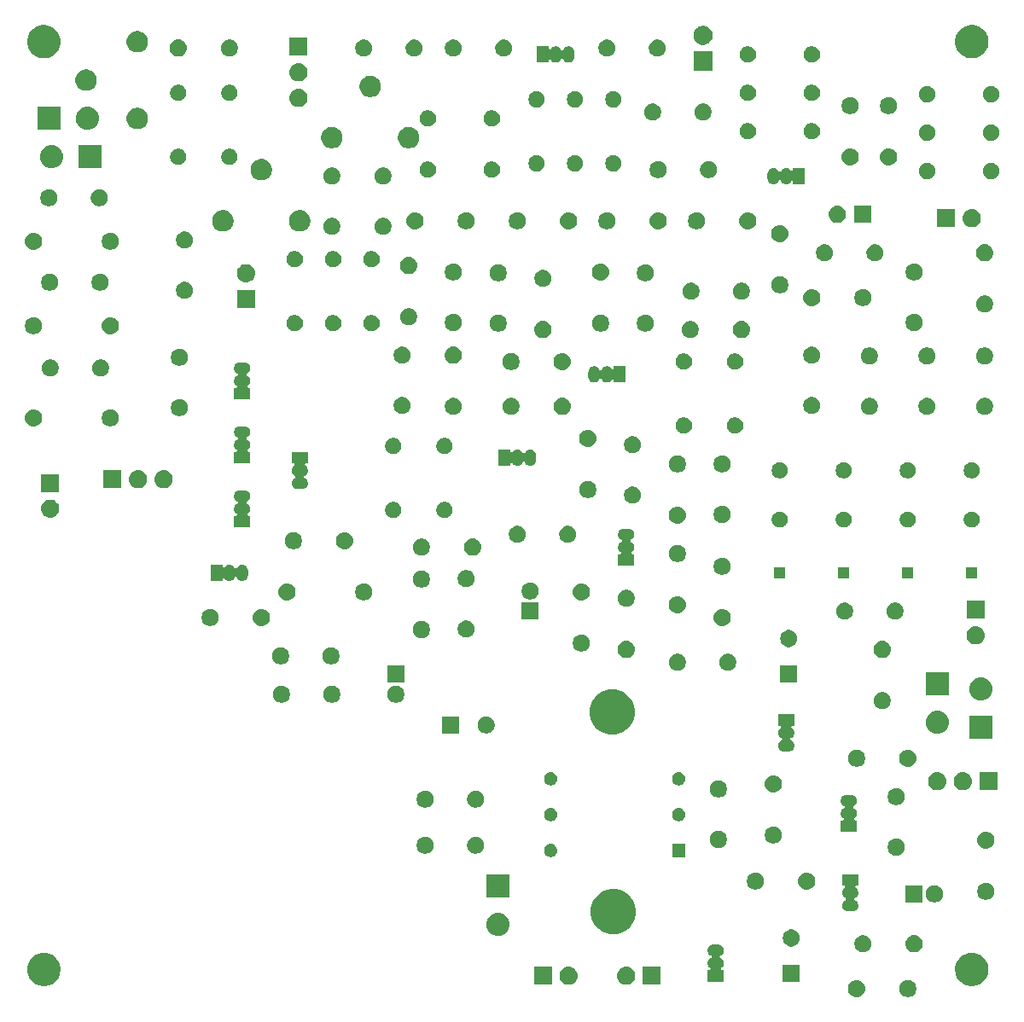
<source format=gbr>
G04 #@! TF.GenerationSoftware,KiCad,Pcbnew,(5.1.2)-2*
G04 #@! TF.CreationDate,2020-07-27T19:16:20-04:00*
G04 #@! TF.ProjectId,2n2-trans,326e322d-7472-4616-9e73-2e6b69636164,rev?*
G04 #@! TF.SameCoordinates,Original*
G04 #@! TF.FileFunction,Soldermask,Bot*
G04 #@! TF.FilePolarity,Negative*
%FSLAX46Y46*%
G04 Gerber Fmt 4.6, Leading zero omitted, Abs format (unit mm)*
G04 Created by KiCad (PCBNEW (5.1.2)-2) date 2020-07-27 19:16:20*
%MOMM*%
%LPD*%
G04 APERTURE LIST*
%ADD10C,0.100000*%
G04 APERTURE END LIST*
D10*
G36*
X165983228Y-141421703D02*
G01*
X166138100Y-141485853D01*
X166277481Y-141578985D01*
X166396015Y-141697519D01*
X166489147Y-141836900D01*
X166553297Y-141991772D01*
X166586000Y-142156184D01*
X166586000Y-142323816D01*
X166553297Y-142488228D01*
X166489147Y-142643100D01*
X166396015Y-142782481D01*
X166277481Y-142901015D01*
X166138100Y-142994147D01*
X165983228Y-143058297D01*
X165818816Y-143091000D01*
X165651184Y-143091000D01*
X165486772Y-143058297D01*
X165331900Y-142994147D01*
X165192519Y-142901015D01*
X165073985Y-142782481D01*
X164980853Y-142643100D01*
X164916703Y-142488228D01*
X164884000Y-142323816D01*
X164884000Y-142156184D01*
X164916703Y-141991772D01*
X164980853Y-141836900D01*
X165073985Y-141697519D01*
X165192519Y-141578985D01*
X165331900Y-141485853D01*
X165486772Y-141421703D01*
X165651184Y-141389000D01*
X165818816Y-141389000D01*
X165983228Y-141421703D01*
X165983228Y-141421703D01*
G37*
G36*
X160821823Y-141401313D02*
G01*
X160982242Y-141449976D01*
X161049361Y-141485852D01*
X161130078Y-141528996D01*
X161259659Y-141635341D01*
X161366004Y-141764922D01*
X161366005Y-141764924D01*
X161445024Y-141912758D01*
X161493687Y-142073177D01*
X161510117Y-142240000D01*
X161493687Y-142406823D01*
X161445024Y-142567242D01*
X161404477Y-142643100D01*
X161366004Y-142715078D01*
X161259659Y-142844659D01*
X161130078Y-142951004D01*
X161130076Y-142951005D01*
X160982242Y-143030024D01*
X160821823Y-143078687D01*
X160696804Y-143091000D01*
X160613196Y-143091000D01*
X160488177Y-143078687D01*
X160327758Y-143030024D01*
X160179924Y-142951005D01*
X160179922Y-142951004D01*
X160050341Y-142844659D01*
X159943996Y-142715078D01*
X159905523Y-142643100D01*
X159864976Y-142567242D01*
X159816313Y-142406823D01*
X159799883Y-142240000D01*
X159816313Y-142073177D01*
X159864976Y-141912758D01*
X159943995Y-141764924D01*
X159943996Y-141764922D01*
X160050341Y-141635341D01*
X160179922Y-141528996D01*
X160260639Y-141485852D01*
X160327758Y-141449976D01*
X160488177Y-141401313D01*
X160613196Y-141389000D01*
X160696804Y-141389000D01*
X160821823Y-141401313D01*
X160821823Y-141401313D01*
G37*
G36*
X80385256Y-138726298D02*
G01*
X80491579Y-138747447D01*
X80792042Y-138871903D01*
X81062451Y-139052585D01*
X81292415Y-139282549D01*
X81423349Y-139478505D01*
X81473098Y-139552960D01*
X81597553Y-139853422D01*
X81661000Y-140172389D01*
X81661000Y-140497611D01*
X81635952Y-140623534D01*
X81597553Y-140816579D01*
X81473097Y-141117042D01*
X81292415Y-141387451D01*
X81062451Y-141617415D01*
X80792042Y-141798097D01*
X80792041Y-141798098D01*
X80792040Y-141798098D01*
X80771893Y-141806443D01*
X80491579Y-141922553D01*
X80385256Y-141943702D01*
X80172611Y-141986000D01*
X79847389Y-141986000D01*
X79634744Y-141943702D01*
X79528421Y-141922553D01*
X79248107Y-141806443D01*
X79227960Y-141798098D01*
X79227959Y-141798098D01*
X79227958Y-141798097D01*
X78957549Y-141617415D01*
X78727585Y-141387451D01*
X78546903Y-141117042D01*
X78422447Y-140816579D01*
X78384048Y-140623534D01*
X78359000Y-140497611D01*
X78359000Y-140172389D01*
X78422447Y-139853422D01*
X78546902Y-139552960D01*
X78596651Y-139478505D01*
X78727585Y-139282549D01*
X78957549Y-139052585D01*
X79227958Y-138871903D01*
X79528421Y-138747447D01*
X79634744Y-138726298D01*
X79847389Y-138684000D01*
X80172611Y-138684000D01*
X80385256Y-138726298D01*
X80385256Y-138726298D01*
G37*
G36*
X172460256Y-138726298D02*
G01*
X172566579Y-138747447D01*
X172867042Y-138871903D01*
X173137451Y-139052585D01*
X173367415Y-139282549D01*
X173498349Y-139478505D01*
X173548098Y-139552960D01*
X173672553Y-139853422D01*
X173736000Y-140172389D01*
X173736000Y-140497611D01*
X173710952Y-140623534D01*
X173672553Y-140816579D01*
X173548097Y-141117042D01*
X173367415Y-141387451D01*
X173137451Y-141617415D01*
X172867042Y-141798097D01*
X172867041Y-141798098D01*
X172867040Y-141798098D01*
X172846893Y-141806443D01*
X172566579Y-141922553D01*
X172460256Y-141943702D01*
X172247611Y-141986000D01*
X171922389Y-141986000D01*
X171709744Y-141943702D01*
X171603421Y-141922553D01*
X171323107Y-141806443D01*
X171302960Y-141798098D01*
X171302959Y-141798098D01*
X171302958Y-141798097D01*
X171032549Y-141617415D01*
X170802585Y-141387451D01*
X170621903Y-141117042D01*
X170497447Y-140816579D01*
X170459048Y-140623534D01*
X170434000Y-140497611D01*
X170434000Y-140172389D01*
X170497447Y-139853422D01*
X170621902Y-139552960D01*
X170671651Y-139478505D01*
X170802585Y-139282549D01*
X171032549Y-139052585D01*
X171302958Y-138871903D01*
X171603421Y-138747447D01*
X171709744Y-138726298D01*
X171922389Y-138684000D01*
X172247611Y-138684000D01*
X172460256Y-138726298D01*
X172460256Y-138726298D01*
G37*
G36*
X141236000Y-141871000D02*
G01*
X139434000Y-141871000D01*
X139434000Y-140069000D01*
X141236000Y-140069000D01*
X141236000Y-141871000D01*
X141236000Y-141871000D01*
G37*
G36*
X137905443Y-140075519D02*
G01*
X137971627Y-140082037D01*
X138141466Y-140133557D01*
X138297991Y-140217222D01*
X138316870Y-140232716D01*
X138435186Y-140329814D01*
X138487367Y-140393398D01*
X138547778Y-140467009D01*
X138631443Y-140623534D01*
X138682963Y-140793373D01*
X138700359Y-140970000D01*
X138682963Y-141146627D01*
X138631443Y-141316466D01*
X138547778Y-141472991D01*
X138537223Y-141485852D01*
X138435186Y-141610186D01*
X138333729Y-141693448D01*
X138297991Y-141722778D01*
X138141466Y-141806443D01*
X137971627Y-141857963D01*
X137905443Y-141864481D01*
X137839260Y-141871000D01*
X137750740Y-141871000D01*
X137684557Y-141864481D01*
X137618373Y-141857963D01*
X137448534Y-141806443D01*
X137292009Y-141722778D01*
X137256271Y-141693448D01*
X137154814Y-141610186D01*
X137052777Y-141485852D01*
X137042222Y-141472991D01*
X136958557Y-141316466D01*
X136907037Y-141146627D01*
X136889641Y-140970000D01*
X136907037Y-140793373D01*
X136958557Y-140623534D01*
X137042222Y-140467009D01*
X137102633Y-140393398D01*
X137154814Y-140329814D01*
X137273130Y-140232716D01*
X137292009Y-140217222D01*
X137448534Y-140133557D01*
X137618373Y-140082037D01*
X137684557Y-140075519D01*
X137750740Y-140069000D01*
X137839260Y-140069000D01*
X137905443Y-140075519D01*
X137905443Y-140075519D01*
G37*
G36*
X130441000Y-141871000D02*
G01*
X128639000Y-141871000D01*
X128639000Y-140069000D01*
X130441000Y-140069000D01*
X130441000Y-141871000D01*
X130441000Y-141871000D01*
G37*
G36*
X132190443Y-140075519D02*
G01*
X132256627Y-140082037D01*
X132426466Y-140133557D01*
X132582991Y-140217222D01*
X132601870Y-140232716D01*
X132720186Y-140329814D01*
X132772367Y-140393398D01*
X132832778Y-140467009D01*
X132916443Y-140623534D01*
X132967963Y-140793373D01*
X132985359Y-140970000D01*
X132967963Y-141146627D01*
X132916443Y-141316466D01*
X132832778Y-141472991D01*
X132822223Y-141485852D01*
X132720186Y-141610186D01*
X132618729Y-141693448D01*
X132582991Y-141722778D01*
X132426466Y-141806443D01*
X132256627Y-141857963D01*
X132190443Y-141864481D01*
X132124260Y-141871000D01*
X132035740Y-141871000D01*
X131969557Y-141864481D01*
X131903373Y-141857963D01*
X131733534Y-141806443D01*
X131577009Y-141722778D01*
X131541271Y-141693448D01*
X131439814Y-141610186D01*
X131337777Y-141485852D01*
X131327222Y-141472991D01*
X131243557Y-141316466D01*
X131192037Y-141146627D01*
X131174641Y-140970000D01*
X131192037Y-140793373D01*
X131243557Y-140623534D01*
X131327222Y-140467009D01*
X131387633Y-140393398D01*
X131439814Y-140329814D01*
X131558130Y-140232716D01*
X131577009Y-140217222D01*
X131733534Y-140133557D01*
X131903373Y-140082037D01*
X131969557Y-140075519D01*
X132035740Y-140069000D01*
X132124260Y-140069000D01*
X132190443Y-140075519D01*
X132190443Y-140075519D01*
G37*
G36*
X155029000Y-141567000D02*
G01*
X153327000Y-141567000D01*
X153327000Y-139865000D01*
X155029000Y-139865000D01*
X155029000Y-141567000D01*
X155029000Y-141567000D01*
G37*
G36*
X147022916Y-137862334D02*
G01*
X147131492Y-137895271D01*
X147131495Y-137895272D01*
X147167601Y-137914571D01*
X147231557Y-137948756D01*
X147319264Y-138020736D01*
X147391244Y-138108443D01*
X147425429Y-138172399D01*
X147444728Y-138208505D01*
X147444729Y-138208508D01*
X147477666Y-138317084D01*
X147488787Y-138430000D01*
X147477666Y-138542916D01*
X147450130Y-138633687D01*
X147444728Y-138651495D01*
X147427353Y-138684000D01*
X147391244Y-138751557D01*
X147319264Y-138839264D01*
X147231557Y-138911244D01*
X147150141Y-138954761D01*
X147129766Y-138968375D01*
X147112439Y-138985702D01*
X147098826Y-139006076D01*
X147089448Y-139028715D01*
X147084668Y-139052748D01*
X147084668Y-139077252D01*
X147089448Y-139101285D01*
X147098826Y-139123924D01*
X147112440Y-139144299D01*
X147129767Y-139161626D01*
X147150141Y-139175239D01*
X147231557Y-139218756D01*
X147319264Y-139290736D01*
X147391244Y-139378443D01*
X147425429Y-139442399D01*
X147444728Y-139478505D01*
X147444729Y-139478508D01*
X147477666Y-139587084D01*
X147488787Y-139700000D01*
X147477666Y-139812916D01*
X147444729Y-139921492D01*
X147444728Y-139921495D01*
X147425429Y-139957601D01*
X147391244Y-140021557D01*
X147319264Y-140109264D01*
X147242354Y-140172383D01*
X147225035Y-140189702D01*
X147211421Y-140210077D01*
X147202043Y-140232716D01*
X147197263Y-140256749D01*
X147197263Y-140281253D01*
X147202043Y-140305286D01*
X147211421Y-140327925D01*
X147225034Y-140348299D01*
X147242361Y-140365626D01*
X147262736Y-140379240D01*
X147285375Y-140388618D01*
X147309408Y-140393398D01*
X147321660Y-140394000D01*
X147486000Y-140394000D01*
X147486000Y-141546000D01*
X145884000Y-141546000D01*
X145884000Y-140394000D01*
X146048340Y-140394000D01*
X146072726Y-140391598D01*
X146096175Y-140384485D01*
X146117786Y-140372934D01*
X146136728Y-140357389D01*
X146152273Y-140338447D01*
X146163824Y-140316836D01*
X146170937Y-140293387D01*
X146173339Y-140269001D01*
X146170937Y-140244615D01*
X146163824Y-140221166D01*
X146152273Y-140199555D01*
X146136728Y-140180613D01*
X146127653Y-140172389D01*
X146050736Y-140109264D01*
X145978756Y-140021557D01*
X145944571Y-139957601D01*
X145925272Y-139921495D01*
X145925271Y-139921492D01*
X145892334Y-139812916D01*
X145881213Y-139700000D01*
X145892334Y-139587084D01*
X145925271Y-139478508D01*
X145925272Y-139478505D01*
X145944571Y-139442399D01*
X145978756Y-139378443D01*
X146050736Y-139290736D01*
X146138443Y-139218756D01*
X146219859Y-139175239D01*
X146240234Y-139161625D01*
X146257561Y-139144298D01*
X146271174Y-139123924D01*
X146280552Y-139101285D01*
X146285332Y-139077252D01*
X146285332Y-139052748D01*
X146280552Y-139028715D01*
X146271174Y-139006076D01*
X146257560Y-138985701D01*
X146240233Y-138968374D01*
X146219859Y-138954761D01*
X146138443Y-138911244D01*
X146050736Y-138839264D01*
X145978756Y-138751557D01*
X145942647Y-138684000D01*
X145925272Y-138651495D01*
X145919870Y-138633687D01*
X145892334Y-138542916D01*
X145881213Y-138430000D01*
X145892334Y-138317084D01*
X145925271Y-138208508D01*
X145925272Y-138208505D01*
X145944571Y-138172399D01*
X145978756Y-138108443D01*
X146050736Y-138020736D01*
X146138443Y-137948756D01*
X146202399Y-137914571D01*
X146238505Y-137895272D01*
X146238508Y-137895271D01*
X146347084Y-137862334D01*
X146431702Y-137854000D01*
X146938298Y-137854000D01*
X147022916Y-137862334D01*
X147022916Y-137862334D01*
G37*
G36*
X161538228Y-136976703D02*
G01*
X161693100Y-137040853D01*
X161832481Y-137133985D01*
X161951015Y-137252519D01*
X162044147Y-137391900D01*
X162108297Y-137546772D01*
X162141000Y-137711184D01*
X162141000Y-137878816D01*
X162108297Y-138043228D01*
X162044147Y-138198100D01*
X161951015Y-138337481D01*
X161832481Y-138456015D01*
X161693100Y-138549147D01*
X161538228Y-138613297D01*
X161373816Y-138646000D01*
X161206184Y-138646000D01*
X161041772Y-138613297D01*
X160886900Y-138549147D01*
X160747519Y-138456015D01*
X160628985Y-138337481D01*
X160535853Y-138198100D01*
X160471703Y-138043228D01*
X160439000Y-137878816D01*
X160439000Y-137711184D01*
X160471703Y-137546772D01*
X160535853Y-137391900D01*
X160628985Y-137252519D01*
X160747519Y-137133985D01*
X160886900Y-137040853D01*
X161041772Y-136976703D01*
X161206184Y-136944000D01*
X161373816Y-136944000D01*
X161538228Y-136976703D01*
X161538228Y-136976703D01*
G37*
G36*
X166536823Y-136956313D02*
G01*
X166697242Y-137004976D01*
X166764361Y-137040852D01*
X166845078Y-137083996D01*
X166974659Y-137190341D01*
X167081004Y-137319922D01*
X167081005Y-137319924D01*
X167160024Y-137467758D01*
X167208687Y-137628177D01*
X167225117Y-137795000D01*
X167208687Y-137961823D01*
X167160024Y-138122242D01*
X167119477Y-138198100D01*
X167081004Y-138270078D01*
X166974659Y-138399659D01*
X166845078Y-138506004D01*
X166845076Y-138506005D01*
X166697242Y-138585024D01*
X166536823Y-138633687D01*
X166411804Y-138646000D01*
X166328196Y-138646000D01*
X166203177Y-138633687D01*
X166042758Y-138585024D01*
X165894924Y-138506005D01*
X165894922Y-138506004D01*
X165765341Y-138399659D01*
X165658996Y-138270078D01*
X165620523Y-138198100D01*
X165579976Y-138122242D01*
X165531313Y-137961823D01*
X165514883Y-137795000D01*
X165531313Y-137628177D01*
X165579976Y-137467758D01*
X165658995Y-137319924D01*
X165658996Y-137319922D01*
X165765341Y-137190341D01*
X165894922Y-137083996D01*
X165975639Y-137040852D01*
X166042758Y-137004976D01*
X166203177Y-136956313D01*
X166328196Y-136944000D01*
X166411804Y-136944000D01*
X166536823Y-136956313D01*
X166536823Y-136956313D01*
G37*
G36*
X154426228Y-136397703D02*
G01*
X154581100Y-136461853D01*
X154720481Y-136554985D01*
X154839015Y-136673519D01*
X154932147Y-136812900D01*
X154996297Y-136967772D01*
X155029000Y-137132184D01*
X155029000Y-137299816D01*
X154996297Y-137464228D01*
X154932147Y-137619100D01*
X154839015Y-137758481D01*
X154720481Y-137877015D01*
X154581100Y-137970147D01*
X154426228Y-138034297D01*
X154261816Y-138067000D01*
X154094184Y-138067000D01*
X153929772Y-138034297D01*
X153774900Y-137970147D01*
X153635519Y-137877015D01*
X153516985Y-137758481D01*
X153423853Y-137619100D01*
X153359703Y-137464228D01*
X153327000Y-137299816D01*
X153327000Y-137132184D01*
X153359703Y-136967772D01*
X153423853Y-136812900D01*
X153516985Y-136673519D01*
X153635519Y-136554985D01*
X153774900Y-136461853D01*
X153929772Y-136397703D01*
X154094184Y-136365000D01*
X154261816Y-136365000D01*
X154426228Y-136397703D01*
X154426228Y-136397703D01*
G37*
G36*
X125264271Y-134750103D02*
G01*
X125320635Y-134755654D01*
X125537600Y-134821470D01*
X125537602Y-134821471D01*
X125737555Y-134928347D01*
X125912818Y-135072182D01*
X126056653Y-135247445D01*
X126154959Y-135431365D01*
X126163530Y-135447400D01*
X126229346Y-135664365D01*
X126251569Y-135890000D01*
X126229346Y-136115635D01*
X126170539Y-136309495D01*
X126163529Y-136332602D01*
X126056653Y-136532555D01*
X125912818Y-136707818D01*
X125737555Y-136851653D01*
X125564784Y-136944000D01*
X125537600Y-136958530D01*
X125320635Y-137024346D01*
X125264271Y-137029897D01*
X125151545Y-137041000D01*
X125038455Y-137041000D01*
X124925729Y-137029897D01*
X124869365Y-137024346D01*
X124652400Y-136958530D01*
X124625216Y-136944000D01*
X124452445Y-136851653D01*
X124277182Y-136707818D01*
X124133347Y-136532555D01*
X124026471Y-136332602D01*
X124019462Y-136309495D01*
X123960654Y-136115635D01*
X123938431Y-135890000D01*
X123960654Y-135664365D01*
X124026470Y-135447400D01*
X124035041Y-135431365D01*
X124133347Y-135247445D01*
X124277182Y-135072182D01*
X124452445Y-134928347D01*
X124652398Y-134821471D01*
X124652400Y-134821470D01*
X124869365Y-134755654D01*
X124925729Y-134750103D01*
X125038455Y-134739000D01*
X125151545Y-134739000D01*
X125264271Y-134750103D01*
X125264271Y-134750103D01*
G37*
G36*
X136800880Y-132379776D02*
G01*
X137181593Y-132455504D01*
X137591249Y-132625189D01*
X137959929Y-132871534D01*
X138273466Y-133185071D01*
X138519811Y-133553751D01*
X138689496Y-133963407D01*
X138776000Y-134398296D01*
X138776000Y-134841704D01*
X138689496Y-135276593D01*
X138519811Y-135686249D01*
X138273466Y-136054929D01*
X137959929Y-136368466D01*
X137591249Y-136614811D01*
X137181593Y-136784496D01*
X136800880Y-136860224D01*
X136746705Y-136871000D01*
X136303295Y-136871000D01*
X136249120Y-136860224D01*
X135868407Y-136784496D01*
X135458751Y-136614811D01*
X135090071Y-136368466D01*
X134776534Y-136054929D01*
X134530189Y-135686249D01*
X134360504Y-135276593D01*
X134274000Y-134841704D01*
X134274000Y-134398296D01*
X134360504Y-133963407D01*
X134530189Y-133553751D01*
X134776534Y-133185071D01*
X135090071Y-132871534D01*
X135458751Y-132625189D01*
X135868407Y-132455504D01*
X136249120Y-132379776D01*
X136303295Y-132369000D01*
X136746705Y-132369000D01*
X136800880Y-132379776D01*
X136800880Y-132379776D01*
G37*
G36*
X160821000Y-132021000D02*
G01*
X160656660Y-132021000D01*
X160632274Y-132023402D01*
X160608825Y-132030515D01*
X160587214Y-132042066D01*
X160568272Y-132057611D01*
X160552727Y-132076553D01*
X160541176Y-132098164D01*
X160534063Y-132121613D01*
X160531661Y-132145999D01*
X160534063Y-132170385D01*
X160541176Y-132193834D01*
X160552727Y-132215445D01*
X160568272Y-132234387D01*
X160577345Y-132242609D01*
X160654264Y-132305736D01*
X160726244Y-132393443D01*
X160742042Y-132423000D01*
X160779728Y-132493505D01*
X160779729Y-132493508D01*
X160812666Y-132602084D01*
X160823787Y-132715000D01*
X160812666Y-132827916D01*
X160781545Y-132930505D01*
X160779728Y-132936495D01*
X160760429Y-132972601D01*
X160726244Y-133036557D01*
X160654264Y-133124264D01*
X160566557Y-133196244D01*
X160501532Y-133231000D01*
X160485141Y-133239761D01*
X160464766Y-133253375D01*
X160447439Y-133270702D01*
X160433826Y-133291076D01*
X160424448Y-133313715D01*
X160419668Y-133337748D01*
X160419668Y-133362252D01*
X160424448Y-133386285D01*
X160433826Y-133408924D01*
X160447440Y-133429299D01*
X160464767Y-133446626D01*
X160485141Y-133460239D01*
X160566557Y-133503756D01*
X160654264Y-133575736D01*
X160726244Y-133663443D01*
X160760429Y-133727399D01*
X160779728Y-133763505D01*
X160779729Y-133763508D01*
X160812666Y-133872084D01*
X160823787Y-133985000D01*
X160812666Y-134097916D01*
X160779729Y-134206492D01*
X160779728Y-134206495D01*
X160764807Y-134234410D01*
X160726244Y-134306557D01*
X160654264Y-134394264D01*
X160566557Y-134466244D01*
X160502601Y-134500429D01*
X160466495Y-134519728D01*
X160466492Y-134519729D01*
X160357916Y-134552666D01*
X160273298Y-134561000D01*
X159766702Y-134561000D01*
X159682084Y-134552666D01*
X159573508Y-134519729D01*
X159573505Y-134519728D01*
X159537399Y-134500429D01*
X159473443Y-134466244D01*
X159385736Y-134394264D01*
X159313756Y-134306557D01*
X159275193Y-134234410D01*
X159260272Y-134206495D01*
X159260271Y-134206492D01*
X159227334Y-134097916D01*
X159216213Y-133985000D01*
X159227334Y-133872084D01*
X159260271Y-133763508D01*
X159260272Y-133763505D01*
X159279571Y-133727399D01*
X159313756Y-133663443D01*
X159385736Y-133575736D01*
X159473443Y-133503756D01*
X159554859Y-133460239D01*
X159575234Y-133446625D01*
X159592561Y-133429298D01*
X159606174Y-133408924D01*
X159615552Y-133386285D01*
X159620332Y-133362252D01*
X159620332Y-133337748D01*
X159615552Y-133313715D01*
X159606174Y-133291076D01*
X159592560Y-133270701D01*
X159575233Y-133253374D01*
X159554859Y-133239761D01*
X159538468Y-133231000D01*
X159473443Y-133196244D01*
X159385736Y-133124264D01*
X159313756Y-133036557D01*
X159279571Y-132972601D01*
X159260272Y-132936495D01*
X159258455Y-132930505D01*
X159227334Y-132827916D01*
X159216213Y-132715000D01*
X159227334Y-132602084D01*
X159260271Y-132493508D01*
X159260272Y-132493505D01*
X159297958Y-132423000D01*
X159313756Y-132393443D01*
X159385736Y-132305736D01*
X159462646Y-132242617D01*
X159479965Y-132225298D01*
X159493579Y-132204923D01*
X159502957Y-132182284D01*
X159507737Y-132158251D01*
X159507737Y-132133747D01*
X159502957Y-132109714D01*
X159493579Y-132087075D01*
X159479966Y-132066701D01*
X159462639Y-132049374D01*
X159442264Y-132035760D01*
X159419625Y-132026382D01*
X159395592Y-132021602D01*
X159383340Y-132021000D01*
X159219000Y-132021000D01*
X159219000Y-130869000D01*
X160821000Y-130869000D01*
X160821000Y-132021000D01*
X160821000Y-132021000D01*
G37*
G36*
X168618228Y-132023703D02*
G01*
X168773100Y-132087853D01*
X168912481Y-132180985D01*
X169031015Y-132299519D01*
X169124147Y-132438900D01*
X169188297Y-132593772D01*
X169221000Y-132758184D01*
X169221000Y-132925816D01*
X169188297Y-133090228D01*
X169124147Y-133245100D01*
X169031015Y-133384481D01*
X168912481Y-133503015D01*
X168773100Y-133596147D01*
X168618228Y-133660297D01*
X168453816Y-133693000D01*
X168286184Y-133693000D01*
X168121772Y-133660297D01*
X167966900Y-133596147D01*
X167827519Y-133503015D01*
X167708985Y-133384481D01*
X167615853Y-133245100D01*
X167551703Y-133090228D01*
X167519000Y-132925816D01*
X167519000Y-132758184D01*
X167551703Y-132593772D01*
X167615853Y-132438900D01*
X167708985Y-132299519D01*
X167827519Y-132180985D01*
X167966900Y-132087853D01*
X168121772Y-132023703D01*
X168286184Y-131991000D01*
X168453816Y-131991000D01*
X168618228Y-132023703D01*
X168618228Y-132023703D01*
G37*
G36*
X167221000Y-133693000D02*
G01*
X165519000Y-133693000D01*
X165519000Y-131991000D01*
X167221000Y-131991000D01*
X167221000Y-133693000D01*
X167221000Y-133693000D01*
G37*
G36*
X173730228Y-131769703D02*
G01*
X173885100Y-131833853D01*
X174024481Y-131926985D01*
X174143015Y-132045519D01*
X174236147Y-132184900D01*
X174300297Y-132339772D01*
X174333000Y-132504184D01*
X174333000Y-132671816D01*
X174300297Y-132836228D01*
X174236147Y-132991100D01*
X174143015Y-133130481D01*
X174024481Y-133249015D01*
X173885100Y-133342147D01*
X173730228Y-133406297D01*
X173565816Y-133439000D01*
X173398184Y-133439000D01*
X173233772Y-133406297D01*
X173078900Y-133342147D01*
X172939519Y-133249015D01*
X172820985Y-133130481D01*
X172727853Y-132991100D01*
X172663703Y-132836228D01*
X172631000Y-132671816D01*
X172631000Y-132504184D01*
X172663703Y-132339772D01*
X172727853Y-132184900D01*
X172820985Y-132045519D01*
X172939519Y-131926985D01*
X173078900Y-131833853D01*
X173233772Y-131769703D01*
X173398184Y-131737000D01*
X173565816Y-131737000D01*
X173730228Y-131769703D01*
X173730228Y-131769703D01*
G37*
G36*
X126246000Y-133231000D02*
G01*
X123944000Y-133231000D01*
X123944000Y-130929000D01*
X126246000Y-130929000D01*
X126246000Y-133231000D01*
X126246000Y-133231000D01*
G37*
G36*
X155868823Y-130733313D02*
G01*
X156029242Y-130781976D01*
X156096361Y-130817852D01*
X156177078Y-130860996D01*
X156306659Y-130967341D01*
X156413004Y-131096922D01*
X156413005Y-131096924D01*
X156492024Y-131244758D01*
X156540687Y-131405177D01*
X156557117Y-131572000D01*
X156540687Y-131738823D01*
X156492024Y-131899242D01*
X156451477Y-131975100D01*
X156413004Y-132047078D01*
X156306659Y-132176659D01*
X156177078Y-132283004D01*
X156177076Y-132283005D01*
X156029242Y-132362024D01*
X155868823Y-132410687D01*
X155743804Y-132423000D01*
X155660196Y-132423000D01*
X155535177Y-132410687D01*
X155374758Y-132362024D01*
X155226924Y-132283005D01*
X155226922Y-132283004D01*
X155097341Y-132176659D01*
X154990996Y-132047078D01*
X154952523Y-131975100D01*
X154911976Y-131899242D01*
X154863313Y-131738823D01*
X154846883Y-131572000D01*
X154863313Y-131405177D01*
X154911976Y-131244758D01*
X154990995Y-131096924D01*
X154990996Y-131096922D01*
X155097341Y-130967341D01*
X155226922Y-130860996D01*
X155307639Y-130817852D01*
X155374758Y-130781976D01*
X155535177Y-130733313D01*
X155660196Y-130721000D01*
X155743804Y-130721000D01*
X155868823Y-130733313D01*
X155868823Y-130733313D01*
G37*
G36*
X150870228Y-130753703D02*
G01*
X151025100Y-130817853D01*
X151164481Y-130910985D01*
X151283015Y-131029519D01*
X151376147Y-131168900D01*
X151440297Y-131323772D01*
X151473000Y-131488184D01*
X151473000Y-131655816D01*
X151440297Y-131820228D01*
X151376147Y-131975100D01*
X151283015Y-132114481D01*
X151164481Y-132233015D01*
X151025100Y-132326147D01*
X150870228Y-132390297D01*
X150705816Y-132423000D01*
X150538184Y-132423000D01*
X150373772Y-132390297D01*
X150218900Y-132326147D01*
X150079519Y-132233015D01*
X149960985Y-132114481D01*
X149867853Y-131975100D01*
X149803703Y-131820228D01*
X149771000Y-131655816D01*
X149771000Y-131488184D01*
X149803703Y-131323772D01*
X149867853Y-131168900D01*
X149960985Y-131029519D01*
X150079519Y-130910985D01*
X150218900Y-130817853D01*
X150373772Y-130753703D01*
X150538184Y-130721000D01*
X150705816Y-130721000D01*
X150870228Y-130753703D01*
X150870228Y-130753703D01*
G37*
G36*
X143653000Y-129175000D02*
G01*
X142351000Y-129175000D01*
X142351000Y-127873000D01*
X143653000Y-127873000D01*
X143653000Y-129175000D01*
X143653000Y-129175000D01*
G37*
G36*
X130491890Y-127898017D02*
G01*
X130610364Y-127947091D01*
X130664219Y-127983076D01*
X130716988Y-128018335D01*
X130807665Y-128109012D01*
X130878910Y-128215638D01*
X130913036Y-128298024D01*
X130927983Y-128334110D01*
X130953000Y-128459882D01*
X130953000Y-128588118D01*
X130927983Y-128713890D01*
X130878909Y-128832364D01*
X130807665Y-128938988D01*
X130716988Y-129029665D01*
X130610364Y-129100909D01*
X130610363Y-129100910D01*
X130610362Y-129100910D01*
X130491890Y-129149983D01*
X130366119Y-129175000D01*
X130237881Y-129175000D01*
X130112110Y-129149983D01*
X129993638Y-129100910D01*
X129993637Y-129100910D01*
X129993636Y-129100909D01*
X129887012Y-129029665D01*
X129796335Y-128938988D01*
X129725091Y-128832364D01*
X129676017Y-128713890D01*
X129651000Y-128588118D01*
X129651000Y-128459882D01*
X129676017Y-128334110D01*
X129690964Y-128298024D01*
X129725090Y-128215638D01*
X129796335Y-128109012D01*
X129887012Y-128018335D01*
X129939781Y-127983076D01*
X129993636Y-127947091D01*
X130112110Y-127898017D01*
X130237881Y-127873000D01*
X130366119Y-127873000D01*
X130491890Y-127898017D01*
X130491890Y-127898017D01*
G37*
G36*
X164840228Y-127371703D02*
G01*
X164995100Y-127435853D01*
X165134481Y-127528985D01*
X165253015Y-127647519D01*
X165346147Y-127786900D01*
X165410297Y-127941772D01*
X165443000Y-128106184D01*
X165443000Y-128273816D01*
X165410297Y-128438228D01*
X165346147Y-128593100D01*
X165253015Y-128732481D01*
X165134481Y-128851015D01*
X164995100Y-128944147D01*
X164840228Y-129008297D01*
X164675816Y-129041000D01*
X164508184Y-129041000D01*
X164343772Y-129008297D01*
X164188900Y-128944147D01*
X164049519Y-128851015D01*
X163930985Y-128732481D01*
X163837853Y-128593100D01*
X163773703Y-128438228D01*
X163741000Y-128273816D01*
X163741000Y-128106184D01*
X163773703Y-127941772D01*
X163837853Y-127786900D01*
X163930985Y-127647519D01*
X164049519Y-127528985D01*
X164188900Y-127435853D01*
X164343772Y-127371703D01*
X164508184Y-127339000D01*
X164675816Y-127339000D01*
X164840228Y-127371703D01*
X164840228Y-127371703D01*
G37*
G36*
X123104228Y-127197703D02*
G01*
X123259100Y-127261853D01*
X123398481Y-127354985D01*
X123517015Y-127473519D01*
X123610147Y-127612900D01*
X123674297Y-127767772D01*
X123707000Y-127932184D01*
X123707000Y-128099816D01*
X123674297Y-128264228D01*
X123610147Y-128419100D01*
X123517015Y-128558481D01*
X123398481Y-128677015D01*
X123259100Y-128770147D01*
X123104228Y-128834297D01*
X122939816Y-128867000D01*
X122772184Y-128867000D01*
X122607772Y-128834297D01*
X122452900Y-128770147D01*
X122313519Y-128677015D01*
X122194985Y-128558481D01*
X122101853Y-128419100D01*
X122037703Y-128264228D01*
X122005000Y-128099816D01*
X122005000Y-127932184D01*
X122037703Y-127767772D01*
X122101853Y-127612900D01*
X122194985Y-127473519D01*
X122313519Y-127354985D01*
X122452900Y-127261853D01*
X122607772Y-127197703D01*
X122772184Y-127165000D01*
X122939816Y-127165000D01*
X123104228Y-127197703D01*
X123104228Y-127197703D01*
G37*
G36*
X118104228Y-127197703D02*
G01*
X118259100Y-127261853D01*
X118398481Y-127354985D01*
X118517015Y-127473519D01*
X118610147Y-127612900D01*
X118674297Y-127767772D01*
X118707000Y-127932184D01*
X118707000Y-128099816D01*
X118674297Y-128264228D01*
X118610147Y-128419100D01*
X118517015Y-128558481D01*
X118398481Y-128677015D01*
X118259100Y-128770147D01*
X118104228Y-128834297D01*
X117939816Y-128867000D01*
X117772184Y-128867000D01*
X117607772Y-128834297D01*
X117452900Y-128770147D01*
X117313519Y-128677015D01*
X117194985Y-128558481D01*
X117101853Y-128419100D01*
X117037703Y-128264228D01*
X117005000Y-128099816D01*
X117005000Y-127932184D01*
X117037703Y-127767772D01*
X117101853Y-127612900D01*
X117194985Y-127473519D01*
X117313519Y-127354985D01*
X117452900Y-127261853D01*
X117607772Y-127197703D01*
X117772184Y-127165000D01*
X117939816Y-127165000D01*
X118104228Y-127197703D01*
X118104228Y-127197703D01*
G37*
G36*
X173648823Y-126669313D02*
G01*
X173809242Y-126717976D01*
X173900931Y-126766985D01*
X173957078Y-126796996D01*
X174086659Y-126903341D01*
X174193004Y-127032922D01*
X174193005Y-127032924D01*
X174272024Y-127180758D01*
X174320687Y-127341177D01*
X174337117Y-127508000D01*
X174320687Y-127674823D01*
X174286688Y-127786903D01*
X174273281Y-127831100D01*
X174272024Y-127835242D01*
X174238470Y-127898017D01*
X174193004Y-127983078D01*
X174086659Y-128112659D01*
X173957078Y-128219004D01*
X173957076Y-128219005D01*
X173809242Y-128298024D01*
X173648823Y-128346687D01*
X173523804Y-128359000D01*
X173440196Y-128359000D01*
X173315177Y-128346687D01*
X173154758Y-128298024D01*
X173006924Y-128219005D01*
X173006922Y-128219004D01*
X172877341Y-128112659D01*
X172770996Y-127983078D01*
X172725530Y-127898017D01*
X172691976Y-127835242D01*
X172690720Y-127831100D01*
X172677312Y-127786903D01*
X172643313Y-127674823D01*
X172626883Y-127508000D01*
X172643313Y-127341177D01*
X172691976Y-127180758D01*
X172770995Y-127032924D01*
X172770996Y-127032922D01*
X172877341Y-126903341D01*
X173006922Y-126796996D01*
X173063069Y-126766985D01*
X173154758Y-126717976D01*
X173315177Y-126669313D01*
X173440196Y-126657000D01*
X173523804Y-126657000D01*
X173648823Y-126669313D01*
X173648823Y-126669313D01*
G37*
G36*
X147187228Y-126609703D02*
G01*
X147342100Y-126673853D01*
X147481481Y-126766985D01*
X147600015Y-126885519D01*
X147693147Y-127024900D01*
X147757297Y-127179772D01*
X147790000Y-127344184D01*
X147790000Y-127511816D01*
X147757297Y-127676228D01*
X147693147Y-127831100D01*
X147600015Y-127970481D01*
X147481481Y-128089015D01*
X147342100Y-128182147D01*
X147187228Y-128246297D01*
X147022816Y-128279000D01*
X146855184Y-128279000D01*
X146690772Y-128246297D01*
X146535900Y-128182147D01*
X146396519Y-128089015D01*
X146277985Y-127970481D01*
X146184853Y-127831100D01*
X146120703Y-127676228D01*
X146088000Y-127511816D01*
X146088000Y-127344184D01*
X146120703Y-127179772D01*
X146184853Y-127024900D01*
X146277985Y-126885519D01*
X146396519Y-126766985D01*
X146535900Y-126673853D01*
X146690772Y-126609703D01*
X146855184Y-126577000D01*
X147022816Y-126577000D01*
X147187228Y-126609703D01*
X147187228Y-126609703D01*
G37*
G36*
X152648228Y-126181703D02*
G01*
X152803100Y-126245853D01*
X152942481Y-126338985D01*
X153061015Y-126457519D01*
X153154147Y-126596900D01*
X153218297Y-126751772D01*
X153251000Y-126916184D01*
X153251000Y-127083816D01*
X153218297Y-127248228D01*
X153154147Y-127403100D01*
X153061015Y-127542481D01*
X152942481Y-127661015D01*
X152803100Y-127754147D01*
X152648228Y-127818297D01*
X152483816Y-127851000D01*
X152316184Y-127851000D01*
X152151772Y-127818297D01*
X151996900Y-127754147D01*
X151857519Y-127661015D01*
X151738985Y-127542481D01*
X151645853Y-127403100D01*
X151581703Y-127248228D01*
X151549000Y-127083816D01*
X151549000Y-126916184D01*
X151581703Y-126751772D01*
X151645853Y-126596900D01*
X151738985Y-126457519D01*
X151857519Y-126338985D01*
X151996900Y-126245853D01*
X152151772Y-126181703D01*
X152316184Y-126149000D01*
X152483816Y-126149000D01*
X152648228Y-126181703D01*
X152648228Y-126181703D01*
G37*
G36*
X160230916Y-123003334D02*
G01*
X160339492Y-123036271D01*
X160339495Y-123036272D01*
X160375601Y-123055571D01*
X160439557Y-123089756D01*
X160527264Y-123161736D01*
X160599244Y-123249443D01*
X160612271Y-123273816D01*
X160652728Y-123349505D01*
X160652729Y-123349508D01*
X160685666Y-123458084D01*
X160696787Y-123571000D01*
X160685666Y-123683916D01*
X160652729Y-123792492D01*
X160652728Y-123792495D01*
X160633429Y-123828601D01*
X160599244Y-123892557D01*
X160527264Y-123980264D01*
X160439557Y-124052244D01*
X160358141Y-124095761D01*
X160337766Y-124109375D01*
X160320439Y-124126702D01*
X160306826Y-124147076D01*
X160297448Y-124169715D01*
X160292668Y-124193748D01*
X160292668Y-124218252D01*
X160297448Y-124242285D01*
X160306826Y-124264924D01*
X160320440Y-124285299D01*
X160337767Y-124302626D01*
X160358141Y-124316239D01*
X160439557Y-124359756D01*
X160527264Y-124431736D01*
X160599244Y-124519443D01*
X160633429Y-124583399D01*
X160652728Y-124619505D01*
X160652729Y-124619508D01*
X160685666Y-124728084D01*
X160696787Y-124841000D01*
X160685666Y-124953916D01*
X160652729Y-125062492D01*
X160652728Y-125062495D01*
X160633429Y-125098601D01*
X160599244Y-125162557D01*
X160527264Y-125250264D01*
X160450354Y-125313383D01*
X160433035Y-125330702D01*
X160419421Y-125351077D01*
X160410043Y-125373716D01*
X160405263Y-125397749D01*
X160405263Y-125422253D01*
X160410043Y-125446286D01*
X160419421Y-125468925D01*
X160433034Y-125489299D01*
X160450361Y-125506626D01*
X160470736Y-125520240D01*
X160493375Y-125529618D01*
X160517408Y-125534398D01*
X160529660Y-125535000D01*
X160694000Y-125535000D01*
X160694000Y-126687000D01*
X159092000Y-126687000D01*
X159092000Y-125535000D01*
X159256340Y-125535000D01*
X159280726Y-125532598D01*
X159304175Y-125525485D01*
X159325786Y-125513934D01*
X159344728Y-125498389D01*
X159360273Y-125479447D01*
X159371824Y-125457836D01*
X159378937Y-125434387D01*
X159381339Y-125410001D01*
X159378937Y-125385615D01*
X159371824Y-125362166D01*
X159360273Y-125340555D01*
X159344728Y-125321613D01*
X159335655Y-125313391D01*
X159258736Y-125250264D01*
X159186756Y-125162557D01*
X159152571Y-125098601D01*
X159133272Y-125062495D01*
X159133271Y-125062492D01*
X159100334Y-124953916D01*
X159089213Y-124841000D01*
X159100334Y-124728084D01*
X159133271Y-124619508D01*
X159133272Y-124619505D01*
X159152571Y-124583399D01*
X159186756Y-124519443D01*
X159258736Y-124431736D01*
X159346443Y-124359756D01*
X159427859Y-124316239D01*
X159448234Y-124302625D01*
X159465561Y-124285298D01*
X159479174Y-124264924D01*
X159488552Y-124242285D01*
X159493332Y-124218252D01*
X159493332Y-124193748D01*
X159488552Y-124169715D01*
X159479174Y-124147076D01*
X159465560Y-124126701D01*
X159448233Y-124109374D01*
X159427859Y-124095761D01*
X159346443Y-124052244D01*
X159258736Y-123980264D01*
X159186756Y-123892557D01*
X159152571Y-123828601D01*
X159133272Y-123792495D01*
X159133271Y-123792492D01*
X159100334Y-123683916D01*
X159089213Y-123571000D01*
X159100334Y-123458084D01*
X159133271Y-123349508D01*
X159133272Y-123349505D01*
X159173729Y-123273816D01*
X159186756Y-123249443D01*
X159258736Y-123161736D01*
X159346443Y-123089756D01*
X159410399Y-123055571D01*
X159446505Y-123036272D01*
X159446508Y-123036271D01*
X159555084Y-123003334D01*
X159639702Y-122995000D01*
X160146298Y-122995000D01*
X160230916Y-123003334D01*
X160230916Y-123003334D01*
G37*
G36*
X130491890Y-124342017D02*
G01*
X130610364Y-124391091D01*
X130671193Y-124431736D01*
X130716988Y-124462335D01*
X130807665Y-124553012D01*
X130878910Y-124659638D01*
X130927983Y-124778110D01*
X130953000Y-124903881D01*
X130953000Y-125032119D01*
X130946958Y-125062495D01*
X130927983Y-125157890D01*
X130878909Y-125276364D01*
X130807665Y-125382988D01*
X130716988Y-125473665D01*
X130610364Y-125544909D01*
X130610363Y-125544910D01*
X130610362Y-125544910D01*
X130491890Y-125593983D01*
X130366119Y-125619000D01*
X130237881Y-125619000D01*
X130112110Y-125593983D01*
X129993638Y-125544910D01*
X129993637Y-125544910D01*
X129993636Y-125544909D01*
X129887012Y-125473665D01*
X129796335Y-125382988D01*
X129725091Y-125276364D01*
X129676017Y-125157890D01*
X129657042Y-125062495D01*
X129651000Y-125032119D01*
X129651000Y-124903881D01*
X129676017Y-124778110D01*
X129725090Y-124659638D01*
X129796335Y-124553012D01*
X129887012Y-124462335D01*
X129932807Y-124431736D01*
X129993636Y-124391091D01*
X130112110Y-124342017D01*
X130237881Y-124317000D01*
X130366119Y-124317000D01*
X130491890Y-124342017D01*
X130491890Y-124342017D01*
G37*
G36*
X143191890Y-124342017D02*
G01*
X143310364Y-124391091D01*
X143371193Y-124431736D01*
X143416988Y-124462335D01*
X143507665Y-124553012D01*
X143578910Y-124659638D01*
X143627983Y-124778110D01*
X143653000Y-124903881D01*
X143653000Y-125032119D01*
X143646958Y-125062495D01*
X143627983Y-125157890D01*
X143578909Y-125276364D01*
X143507665Y-125382988D01*
X143416988Y-125473665D01*
X143310364Y-125544909D01*
X143310363Y-125544910D01*
X143310362Y-125544910D01*
X143191890Y-125593983D01*
X143066119Y-125619000D01*
X142937881Y-125619000D01*
X142812110Y-125593983D01*
X142693638Y-125544910D01*
X142693637Y-125544910D01*
X142693636Y-125544909D01*
X142587012Y-125473665D01*
X142496335Y-125382988D01*
X142425091Y-125276364D01*
X142376017Y-125157890D01*
X142357042Y-125062495D01*
X142351000Y-125032119D01*
X142351000Y-124903881D01*
X142376017Y-124778110D01*
X142425090Y-124659638D01*
X142496335Y-124553012D01*
X142587012Y-124462335D01*
X142632807Y-124431736D01*
X142693636Y-124391091D01*
X142812110Y-124342017D01*
X142937881Y-124317000D01*
X143066119Y-124317000D01*
X143191890Y-124342017D01*
X143191890Y-124342017D01*
G37*
G36*
X123104228Y-122625703D02*
G01*
X123259100Y-122689853D01*
X123398481Y-122782985D01*
X123517015Y-122901519D01*
X123610147Y-123040900D01*
X123674297Y-123195772D01*
X123707000Y-123360184D01*
X123707000Y-123527816D01*
X123674297Y-123692228D01*
X123610147Y-123847100D01*
X123517015Y-123986481D01*
X123398481Y-124105015D01*
X123259100Y-124198147D01*
X123104228Y-124262297D01*
X122939816Y-124295000D01*
X122772184Y-124295000D01*
X122607772Y-124262297D01*
X122452900Y-124198147D01*
X122313519Y-124105015D01*
X122194985Y-123986481D01*
X122101853Y-123847100D01*
X122037703Y-123692228D01*
X122005000Y-123527816D01*
X122005000Y-123360184D01*
X122037703Y-123195772D01*
X122101853Y-123040900D01*
X122194985Y-122901519D01*
X122313519Y-122782985D01*
X122452900Y-122689853D01*
X122607772Y-122625703D01*
X122772184Y-122593000D01*
X122939816Y-122593000D01*
X123104228Y-122625703D01*
X123104228Y-122625703D01*
G37*
G36*
X118104228Y-122625703D02*
G01*
X118259100Y-122689853D01*
X118398481Y-122782985D01*
X118517015Y-122901519D01*
X118610147Y-123040900D01*
X118674297Y-123195772D01*
X118707000Y-123360184D01*
X118707000Y-123527816D01*
X118674297Y-123692228D01*
X118610147Y-123847100D01*
X118517015Y-123986481D01*
X118398481Y-124105015D01*
X118259100Y-124198147D01*
X118104228Y-124262297D01*
X117939816Y-124295000D01*
X117772184Y-124295000D01*
X117607772Y-124262297D01*
X117452900Y-124198147D01*
X117313519Y-124105015D01*
X117194985Y-123986481D01*
X117101853Y-123847100D01*
X117037703Y-123692228D01*
X117005000Y-123527816D01*
X117005000Y-123360184D01*
X117037703Y-123195772D01*
X117101853Y-123040900D01*
X117194985Y-122901519D01*
X117313519Y-122782985D01*
X117452900Y-122689853D01*
X117607772Y-122625703D01*
X117772184Y-122593000D01*
X117939816Y-122593000D01*
X118104228Y-122625703D01*
X118104228Y-122625703D01*
G37*
G36*
X164840228Y-122371703D02*
G01*
X164995100Y-122435853D01*
X165134481Y-122528985D01*
X165253015Y-122647519D01*
X165346147Y-122786900D01*
X165410297Y-122941772D01*
X165443000Y-123106184D01*
X165443000Y-123273816D01*
X165410297Y-123438228D01*
X165346147Y-123593100D01*
X165253015Y-123732481D01*
X165134481Y-123851015D01*
X164995100Y-123944147D01*
X164840228Y-124008297D01*
X164675816Y-124041000D01*
X164508184Y-124041000D01*
X164343772Y-124008297D01*
X164188900Y-123944147D01*
X164049519Y-123851015D01*
X163930985Y-123732481D01*
X163837853Y-123593100D01*
X163773703Y-123438228D01*
X163741000Y-123273816D01*
X163741000Y-123106184D01*
X163773703Y-122941772D01*
X163837853Y-122786900D01*
X163930985Y-122647519D01*
X164049519Y-122528985D01*
X164188900Y-122435853D01*
X164343772Y-122371703D01*
X164508184Y-122339000D01*
X164675816Y-122339000D01*
X164840228Y-122371703D01*
X164840228Y-122371703D01*
G37*
G36*
X147187228Y-121609703D02*
G01*
X147342100Y-121673853D01*
X147481481Y-121766985D01*
X147600015Y-121885519D01*
X147693147Y-122024900D01*
X147757297Y-122179772D01*
X147790000Y-122344184D01*
X147790000Y-122511816D01*
X147757297Y-122676228D01*
X147693147Y-122831100D01*
X147600015Y-122970481D01*
X147481481Y-123089015D01*
X147342100Y-123182147D01*
X147187228Y-123246297D01*
X147022816Y-123279000D01*
X146855184Y-123279000D01*
X146690772Y-123246297D01*
X146535900Y-123182147D01*
X146396519Y-123089015D01*
X146277985Y-122970481D01*
X146184853Y-122831100D01*
X146120703Y-122676228D01*
X146088000Y-122511816D01*
X146088000Y-122344184D01*
X146120703Y-122179772D01*
X146184853Y-122024900D01*
X146277985Y-121885519D01*
X146396519Y-121766985D01*
X146535900Y-121673853D01*
X146690772Y-121609703D01*
X146855184Y-121577000D01*
X147022816Y-121577000D01*
X147187228Y-121609703D01*
X147187228Y-121609703D01*
G37*
G36*
X152566823Y-121081313D02*
G01*
X152727242Y-121129976D01*
X152859906Y-121200886D01*
X152875078Y-121208996D01*
X153004659Y-121315341D01*
X153111004Y-121444922D01*
X153111005Y-121444924D01*
X153190024Y-121592758D01*
X153238687Y-121753177D01*
X153255117Y-121920000D01*
X153238687Y-122086823D01*
X153190024Y-122247242D01*
X153140978Y-122339000D01*
X153111004Y-122395078D01*
X153004659Y-122524659D01*
X152875078Y-122631004D01*
X152875076Y-122631005D01*
X152727242Y-122710024D01*
X152566823Y-122758687D01*
X152441804Y-122771000D01*
X152358196Y-122771000D01*
X152233177Y-122758687D01*
X152072758Y-122710024D01*
X151924924Y-122631005D01*
X151924922Y-122631004D01*
X151795341Y-122524659D01*
X151688996Y-122395078D01*
X151659022Y-122339000D01*
X151609976Y-122247242D01*
X151561313Y-122086823D01*
X151544883Y-121920000D01*
X151561313Y-121753177D01*
X151609976Y-121592758D01*
X151688995Y-121444924D01*
X151688996Y-121444922D01*
X151795341Y-121315341D01*
X151924922Y-121208996D01*
X151940094Y-121200886D01*
X152072758Y-121129976D01*
X152233177Y-121081313D01*
X152358196Y-121069000D01*
X152441804Y-121069000D01*
X152566823Y-121081313D01*
X152566823Y-121081313D01*
G37*
G36*
X168766442Y-120771518D02*
G01*
X168832627Y-120778037D01*
X169002466Y-120829557D01*
X169002468Y-120829558D01*
X169012819Y-120835091D01*
X169158991Y-120913222D01*
X169194729Y-120942552D01*
X169296186Y-121025814D01*
X169379448Y-121127271D01*
X169408778Y-121163009D01*
X169492443Y-121319534D01*
X169543963Y-121489373D01*
X169561359Y-121666000D01*
X169543963Y-121842627D01*
X169492443Y-122012466D01*
X169408778Y-122168991D01*
X169399931Y-122179771D01*
X169296186Y-122306186D01*
X169194729Y-122389448D01*
X169158991Y-122418778D01*
X169002466Y-122502443D01*
X168832627Y-122553963D01*
X168766442Y-122560482D01*
X168700260Y-122567000D01*
X168611740Y-122567000D01*
X168545558Y-122560482D01*
X168479373Y-122553963D01*
X168309534Y-122502443D01*
X168153009Y-122418778D01*
X168117271Y-122389448D01*
X168015814Y-122306186D01*
X167912069Y-122179771D01*
X167903222Y-122168991D01*
X167819557Y-122012466D01*
X167768037Y-121842627D01*
X167750641Y-121666000D01*
X167768037Y-121489373D01*
X167819557Y-121319534D01*
X167903222Y-121163009D01*
X167932552Y-121127271D01*
X168015814Y-121025814D01*
X168117271Y-120942552D01*
X168153009Y-120913222D01*
X168299181Y-120835091D01*
X168309532Y-120829558D01*
X168309534Y-120829557D01*
X168479373Y-120778037D01*
X168545558Y-120771518D01*
X168611740Y-120765000D01*
X168700260Y-120765000D01*
X168766442Y-120771518D01*
X168766442Y-120771518D01*
G37*
G36*
X174637000Y-122567000D02*
G01*
X172835000Y-122567000D01*
X172835000Y-120765000D01*
X174637000Y-120765000D01*
X174637000Y-122567000D01*
X174637000Y-122567000D01*
G37*
G36*
X171306442Y-120771518D02*
G01*
X171372627Y-120778037D01*
X171542466Y-120829557D01*
X171542468Y-120829558D01*
X171552819Y-120835091D01*
X171698991Y-120913222D01*
X171734729Y-120942552D01*
X171836186Y-121025814D01*
X171919448Y-121127271D01*
X171948778Y-121163009D01*
X172032443Y-121319534D01*
X172083963Y-121489373D01*
X172101359Y-121666000D01*
X172083963Y-121842627D01*
X172032443Y-122012466D01*
X171948778Y-122168991D01*
X171939931Y-122179771D01*
X171836186Y-122306186D01*
X171734729Y-122389448D01*
X171698991Y-122418778D01*
X171542466Y-122502443D01*
X171372627Y-122553963D01*
X171306442Y-122560482D01*
X171240260Y-122567000D01*
X171151740Y-122567000D01*
X171085558Y-122560482D01*
X171019373Y-122553963D01*
X170849534Y-122502443D01*
X170693009Y-122418778D01*
X170657271Y-122389448D01*
X170555814Y-122306186D01*
X170452069Y-122179771D01*
X170443222Y-122168991D01*
X170359557Y-122012466D01*
X170308037Y-121842627D01*
X170290641Y-121666000D01*
X170308037Y-121489373D01*
X170359557Y-121319534D01*
X170443222Y-121163009D01*
X170472552Y-121127271D01*
X170555814Y-121025814D01*
X170657271Y-120942552D01*
X170693009Y-120913222D01*
X170839181Y-120835091D01*
X170849532Y-120829558D01*
X170849534Y-120829557D01*
X171019373Y-120778037D01*
X171085558Y-120771518D01*
X171151740Y-120765000D01*
X171240260Y-120765000D01*
X171306442Y-120771518D01*
X171306442Y-120771518D01*
G37*
G36*
X143191890Y-120786017D02*
G01*
X143297007Y-120829558D01*
X143310364Y-120835091D01*
X143416988Y-120906335D01*
X143507665Y-120997012D01*
X143526911Y-121025815D01*
X143578910Y-121103638D01*
X143627983Y-121222110D01*
X143653000Y-121347881D01*
X143653000Y-121476119D01*
X143650363Y-121489375D01*
X143627983Y-121601890D01*
X143578909Y-121720364D01*
X143507665Y-121826988D01*
X143416988Y-121917665D01*
X143310364Y-121988909D01*
X143310363Y-121988910D01*
X143310362Y-121988910D01*
X143191890Y-122037983D01*
X143066119Y-122063000D01*
X142937881Y-122063000D01*
X142812110Y-122037983D01*
X142693638Y-121988910D01*
X142693637Y-121988910D01*
X142693636Y-121988909D01*
X142587012Y-121917665D01*
X142496335Y-121826988D01*
X142425091Y-121720364D01*
X142376017Y-121601890D01*
X142353637Y-121489375D01*
X142351000Y-121476119D01*
X142351000Y-121347881D01*
X142376017Y-121222110D01*
X142425090Y-121103638D01*
X142477090Y-121025815D01*
X142496335Y-120997012D01*
X142587012Y-120906335D01*
X142693636Y-120835091D01*
X142706994Y-120829558D01*
X142812110Y-120786017D01*
X142937881Y-120761000D01*
X143066119Y-120761000D01*
X143191890Y-120786017D01*
X143191890Y-120786017D01*
G37*
G36*
X130491890Y-120786017D02*
G01*
X130597007Y-120829558D01*
X130610364Y-120835091D01*
X130716988Y-120906335D01*
X130807665Y-120997012D01*
X130826911Y-121025815D01*
X130878910Y-121103638D01*
X130927983Y-121222110D01*
X130953000Y-121347881D01*
X130953000Y-121476119D01*
X130950363Y-121489375D01*
X130927983Y-121601890D01*
X130878909Y-121720364D01*
X130807665Y-121826988D01*
X130716988Y-121917665D01*
X130610364Y-121988909D01*
X130610363Y-121988910D01*
X130610362Y-121988910D01*
X130491890Y-122037983D01*
X130366119Y-122063000D01*
X130237881Y-122063000D01*
X130112110Y-122037983D01*
X129993638Y-121988910D01*
X129993637Y-121988910D01*
X129993636Y-121988909D01*
X129887012Y-121917665D01*
X129796335Y-121826988D01*
X129725091Y-121720364D01*
X129676017Y-121601890D01*
X129653637Y-121489375D01*
X129651000Y-121476119D01*
X129651000Y-121347881D01*
X129676017Y-121222110D01*
X129725090Y-121103638D01*
X129777090Y-121025815D01*
X129796335Y-120997012D01*
X129887012Y-120906335D01*
X129993636Y-120835091D01*
X130006994Y-120829558D01*
X130112110Y-120786017D01*
X130237881Y-120761000D01*
X130366119Y-120761000D01*
X130491890Y-120786017D01*
X130491890Y-120786017D01*
G37*
G36*
X165901823Y-118541313D02*
G01*
X166062242Y-118589976D01*
X166194906Y-118660886D01*
X166210078Y-118668996D01*
X166339659Y-118775341D01*
X166446004Y-118904922D01*
X166446005Y-118904924D01*
X166525024Y-119052758D01*
X166573687Y-119213177D01*
X166590117Y-119380000D01*
X166573687Y-119546823D01*
X166525024Y-119707242D01*
X166484477Y-119783100D01*
X166446004Y-119855078D01*
X166339659Y-119984659D01*
X166210078Y-120091004D01*
X166210076Y-120091005D01*
X166062242Y-120170024D01*
X165901823Y-120218687D01*
X165776804Y-120231000D01*
X165693196Y-120231000D01*
X165568177Y-120218687D01*
X165407758Y-120170024D01*
X165259924Y-120091005D01*
X165259922Y-120091004D01*
X165130341Y-119984659D01*
X165023996Y-119855078D01*
X164985523Y-119783100D01*
X164944976Y-119707242D01*
X164896313Y-119546823D01*
X164879883Y-119380000D01*
X164896313Y-119213177D01*
X164944976Y-119052758D01*
X165023995Y-118904924D01*
X165023996Y-118904922D01*
X165130341Y-118775341D01*
X165259922Y-118668996D01*
X165275094Y-118660886D01*
X165407758Y-118589976D01*
X165568177Y-118541313D01*
X165693196Y-118529000D01*
X165776804Y-118529000D01*
X165901823Y-118541313D01*
X165901823Y-118541313D01*
G37*
G36*
X160903228Y-118561703D02*
G01*
X161058100Y-118625853D01*
X161197481Y-118718985D01*
X161316015Y-118837519D01*
X161409147Y-118976900D01*
X161473297Y-119131772D01*
X161506000Y-119296184D01*
X161506000Y-119463816D01*
X161473297Y-119628228D01*
X161409147Y-119783100D01*
X161316015Y-119922481D01*
X161197481Y-120041015D01*
X161058100Y-120134147D01*
X160903228Y-120198297D01*
X160738816Y-120231000D01*
X160571184Y-120231000D01*
X160406772Y-120198297D01*
X160251900Y-120134147D01*
X160112519Y-120041015D01*
X159993985Y-119922481D01*
X159900853Y-119783100D01*
X159836703Y-119628228D01*
X159804000Y-119463816D01*
X159804000Y-119296184D01*
X159836703Y-119131772D01*
X159900853Y-118976900D01*
X159993985Y-118837519D01*
X160112519Y-118718985D01*
X160251900Y-118625853D01*
X160406772Y-118561703D01*
X160571184Y-118529000D01*
X160738816Y-118529000D01*
X160903228Y-118561703D01*
X160903228Y-118561703D01*
G37*
G36*
X154471000Y-116146000D02*
G01*
X154306660Y-116146000D01*
X154282274Y-116148402D01*
X154258825Y-116155515D01*
X154237214Y-116167066D01*
X154218272Y-116182611D01*
X154202727Y-116201553D01*
X154191176Y-116223164D01*
X154184063Y-116246613D01*
X154181661Y-116270999D01*
X154184063Y-116295385D01*
X154191176Y-116318834D01*
X154202727Y-116340445D01*
X154218272Y-116359387D01*
X154227345Y-116367609D01*
X154304264Y-116430736D01*
X154376244Y-116518443D01*
X154396567Y-116556466D01*
X154429728Y-116618505D01*
X154429729Y-116618508D01*
X154462666Y-116727084D01*
X154473787Y-116840000D01*
X154462666Y-116952916D01*
X154430485Y-117059000D01*
X154429728Y-117061495D01*
X154410429Y-117097601D01*
X154376244Y-117161557D01*
X154304264Y-117249264D01*
X154216557Y-117321244D01*
X154135141Y-117364761D01*
X154114766Y-117378375D01*
X154097439Y-117395702D01*
X154083826Y-117416076D01*
X154074448Y-117438715D01*
X154069668Y-117462748D01*
X154069668Y-117487252D01*
X154074448Y-117511285D01*
X154083826Y-117533924D01*
X154097440Y-117554299D01*
X154114767Y-117571626D01*
X154135141Y-117585239D01*
X154216557Y-117628756D01*
X154304264Y-117700736D01*
X154376244Y-117788443D01*
X154410429Y-117852399D01*
X154429728Y-117888505D01*
X154429729Y-117888508D01*
X154462666Y-117997084D01*
X154473787Y-118110000D01*
X154462666Y-118222916D01*
X154429729Y-118331492D01*
X154429728Y-118331495D01*
X154410429Y-118367601D01*
X154376244Y-118431557D01*
X154304264Y-118519264D01*
X154216557Y-118591244D01*
X154152601Y-118625429D01*
X154116495Y-118644728D01*
X154116492Y-118644729D01*
X154007916Y-118677666D01*
X153923298Y-118686000D01*
X153416702Y-118686000D01*
X153332084Y-118677666D01*
X153223508Y-118644729D01*
X153223505Y-118644728D01*
X153187399Y-118625429D01*
X153123443Y-118591244D01*
X153035736Y-118519264D01*
X152963756Y-118431557D01*
X152929571Y-118367601D01*
X152910272Y-118331495D01*
X152910271Y-118331492D01*
X152877334Y-118222916D01*
X152866213Y-118110000D01*
X152877334Y-117997084D01*
X152910271Y-117888508D01*
X152910272Y-117888505D01*
X152929571Y-117852399D01*
X152963756Y-117788443D01*
X153035736Y-117700736D01*
X153123443Y-117628756D01*
X153204859Y-117585239D01*
X153225234Y-117571625D01*
X153242561Y-117554298D01*
X153256174Y-117533924D01*
X153265552Y-117511285D01*
X153270332Y-117487252D01*
X153270332Y-117462748D01*
X153265552Y-117438715D01*
X153256174Y-117416076D01*
X153242560Y-117395701D01*
X153225233Y-117378374D01*
X153204859Y-117364761D01*
X153123443Y-117321244D01*
X153035736Y-117249264D01*
X152963756Y-117161557D01*
X152929571Y-117097601D01*
X152910272Y-117061495D01*
X152909515Y-117059000D01*
X152877334Y-116952916D01*
X152866213Y-116840000D01*
X152877334Y-116727084D01*
X152910271Y-116618508D01*
X152910272Y-116618505D01*
X152943433Y-116556466D01*
X152963756Y-116518443D01*
X153035736Y-116430736D01*
X153112646Y-116367617D01*
X153129965Y-116350298D01*
X153143579Y-116329923D01*
X153152957Y-116307284D01*
X153157737Y-116283251D01*
X153157737Y-116258747D01*
X153152957Y-116234714D01*
X153143579Y-116212075D01*
X153129966Y-116191701D01*
X153112639Y-116174374D01*
X153092264Y-116160760D01*
X153069625Y-116151382D01*
X153045592Y-116146602D01*
X153033340Y-116146000D01*
X152869000Y-116146000D01*
X152869000Y-114994000D01*
X154471000Y-114994000D01*
X154471000Y-116146000D01*
X154471000Y-116146000D01*
G37*
G36*
X174125000Y-117483000D02*
G01*
X171823000Y-117483000D01*
X171823000Y-115181000D01*
X174125000Y-115181000D01*
X174125000Y-117483000D01*
X174125000Y-117483000D01*
G37*
G36*
X136673880Y-112567776D02*
G01*
X137054593Y-112643504D01*
X137464249Y-112813189D01*
X137832929Y-113059534D01*
X138146466Y-113373071D01*
X138392811Y-113741751D01*
X138562496Y-114151407D01*
X138649000Y-114586296D01*
X138649000Y-115029704D01*
X138562496Y-115464593D01*
X138392811Y-115874249D01*
X138146466Y-116242929D01*
X137832929Y-116556466D01*
X137464249Y-116802811D01*
X137054593Y-116972496D01*
X136673880Y-117048224D01*
X136619705Y-117059000D01*
X136176295Y-117059000D01*
X136122120Y-117048224D01*
X135741407Y-116972496D01*
X135331751Y-116802811D01*
X134963071Y-116556466D01*
X134649534Y-116242929D01*
X134403189Y-115874249D01*
X134233504Y-115464593D01*
X134147000Y-115029704D01*
X134147000Y-114586296D01*
X134233504Y-114151407D01*
X134403189Y-113741751D01*
X134649534Y-113373071D01*
X134963071Y-113059534D01*
X135331751Y-112813189D01*
X135741407Y-112643504D01*
X136122120Y-112567776D01*
X136176295Y-112557000D01*
X136619705Y-112557000D01*
X136673880Y-112567776D01*
X136673880Y-112567776D01*
G37*
G36*
X168825271Y-114684103D02*
G01*
X168881635Y-114689654D01*
X169098600Y-114755470D01*
X169098602Y-114755471D01*
X169298555Y-114862347D01*
X169473818Y-115006182D01*
X169617653Y-115181445D01*
X169642002Y-115227000D01*
X169724530Y-115381400D01*
X169790346Y-115598365D01*
X169812569Y-115824000D01*
X169790346Y-116049635D01*
X169725319Y-116264000D01*
X169724529Y-116266602D01*
X169617653Y-116466555D01*
X169473818Y-116641818D01*
X169298555Y-116785653D01*
X169098602Y-116892529D01*
X169098600Y-116892530D01*
X168881635Y-116958346D01*
X168825271Y-116963897D01*
X168712545Y-116975000D01*
X168599455Y-116975000D01*
X168486729Y-116963897D01*
X168430365Y-116958346D01*
X168213400Y-116892530D01*
X168213398Y-116892529D01*
X168013445Y-116785653D01*
X167838182Y-116641818D01*
X167694347Y-116466555D01*
X167587471Y-116266602D01*
X167586682Y-116264000D01*
X167521654Y-116049635D01*
X167499431Y-115824000D01*
X167521654Y-115598365D01*
X167587470Y-115381400D01*
X167669998Y-115227000D01*
X167694347Y-115181445D01*
X167838182Y-115006182D01*
X168013445Y-114862347D01*
X168213398Y-114755471D01*
X168213400Y-114755470D01*
X168430365Y-114689654D01*
X168486729Y-114684103D01*
X168599455Y-114673000D01*
X168712545Y-114673000D01*
X168825271Y-114684103D01*
X168825271Y-114684103D01*
G37*
G36*
X121247000Y-116929000D02*
G01*
X119545000Y-116929000D01*
X119545000Y-115227000D01*
X121247000Y-115227000D01*
X121247000Y-116929000D01*
X121247000Y-116929000D01*
G37*
G36*
X124144228Y-115259703D02*
G01*
X124299100Y-115323853D01*
X124438481Y-115416985D01*
X124557015Y-115535519D01*
X124650147Y-115674900D01*
X124714297Y-115829772D01*
X124747000Y-115994184D01*
X124747000Y-116161816D01*
X124714297Y-116326228D01*
X124650147Y-116481100D01*
X124557015Y-116620481D01*
X124438481Y-116739015D01*
X124299100Y-116832147D01*
X124144228Y-116896297D01*
X123979816Y-116929000D01*
X123812184Y-116929000D01*
X123647772Y-116896297D01*
X123492900Y-116832147D01*
X123353519Y-116739015D01*
X123234985Y-116620481D01*
X123141853Y-116481100D01*
X123077703Y-116326228D01*
X123045000Y-116161816D01*
X123045000Y-115994184D01*
X123077703Y-115829772D01*
X123141853Y-115674900D01*
X123234985Y-115535519D01*
X123353519Y-115416985D01*
X123492900Y-115323853D01*
X123647772Y-115259703D01*
X123812184Y-115227000D01*
X123979816Y-115227000D01*
X124144228Y-115259703D01*
X124144228Y-115259703D01*
G37*
G36*
X163443228Y-112846703D02*
G01*
X163598100Y-112910853D01*
X163737481Y-113003985D01*
X163856015Y-113122519D01*
X163949147Y-113261900D01*
X164013297Y-113416772D01*
X164046000Y-113581184D01*
X164046000Y-113748816D01*
X164013297Y-113913228D01*
X163949147Y-114068100D01*
X163856015Y-114207481D01*
X163737481Y-114326015D01*
X163598100Y-114419147D01*
X163443228Y-114483297D01*
X163278816Y-114516000D01*
X163111184Y-114516000D01*
X162946772Y-114483297D01*
X162791900Y-114419147D01*
X162652519Y-114326015D01*
X162533985Y-114207481D01*
X162440853Y-114068100D01*
X162376703Y-113913228D01*
X162344000Y-113748816D01*
X162344000Y-113581184D01*
X162376703Y-113416772D01*
X162440853Y-113261900D01*
X162533985Y-113122519D01*
X162652519Y-113003985D01*
X162791900Y-112910853D01*
X162946772Y-112846703D01*
X163111184Y-112814000D01*
X163278816Y-112814000D01*
X163443228Y-112846703D01*
X163443228Y-112846703D01*
G37*
G36*
X115183228Y-112211703D02*
G01*
X115338100Y-112275853D01*
X115477481Y-112368985D01*
X115596015Y-112487519D01*
X115689147Y-112626900D01*
X115753297Y-112781772D01*
X115786000Y-112946184D01*
X115786000Y-113113816D01*
X115753297Y-113278228D01*
X115689147Y-113433100D01*
X115596015Y-113572481D01*
X115477481Y-113691015D01*
X115338100Y-113784147D01*
X115183228Y-113848297D01*
X115018816Y-113881000D01*
X114851184Y-113881000D01*
X114686772Y-113848297D01*
X114531900Y-113784147D01*
X114392519Y-113691015D01*
X114273985Y-113572481D01*
X114180853Y-113433100D01*
X114116703Y-113278228D01*
X114084000Y-113113816D01*
X114084000Y-112946184D01*
X114116703Y-112781772D01*
X114180853Y-112626900D01*
X114273985Y-112487519D01*
X114392519Y-112368985D01*
X114531900Y-112275853D01*
X114686772Y-112211703D01*
X114851184Y-112179000D01*
X115018816Y-112179000D01*
X115183228Y-112211703D01*
X115183228Y-112211703D01*
G37*
G36*
X108833228Y-112211703D02*
G01*
X108988100Y-112275853D01*
X109127481Y-112368985D01*
X109246015Y-112487519D01*
X109339147Y-112626900D01*
X109403297Y-112781772D01*
X109436000Y-112946184D01*
X109436000Y-113113816D01*
X109403297Y-113278228D01*
X109339147Y-113433100D01*
X109246015Y-113572481D01*
X109127481Y-113691015D01*
X108988100Y-113784147D01*
X108833228Y-113848297D01*
X108668816Y-113881000D01*
X108501184Y-113881000D01*
X108336772Y-113848297D01*
X108181900Y-113784147D01*
X108042519Y-113691015D01*
X107923985Y-113572481D01*
X107830853Y-113433100D01*
X107766703Y-113278228D01*
X107734000Y-113113816D01*
X107734000Y-112946184D01*
X107766703Y-112781772D01*
X107830853Y-112626900D01*
X107923985Y-112487519D01*
X108042519Y-112368985D01*
X108181900Y-112275853D01*
X108336772Y-112211703D01*
X108501184Y-112179000D01*
X108668816Y-112179000D01*
X108833228Y-112211703D01*
X108833228Y-112211703D01*
G37*
G36*
X103833228Y-112211703D02*
G01*
X103988100Y-112275853D01*
X104127481Y-112368985D01*
X104246015Y-112487519D01*
X104339147Y-112626900D01*
X104403297Y-112781772D01*
X104436000Y-112946184D01*
X104436000Y-113113816D01*
X104403297Y-113278228D01*
X104339147Y-113433100D01*
X104246015Y-113572481D01*
X104127481Y-113691015D01*
X103988100Y-113784147D01*
X103833228Y-113848297D01*
X103668816Y-113881000D01*
X103501184Y-113881000D01*
X103336772Y-113848297D01*
X103181900Y-113784147D01*
X103042519Y-113691015D01*
X102923985Y-113572481D01*
X102830853Y-113433100D01*
X102766703Y-113278228D01*
X102734000Y-113113816D01*
X102734000Y-112946184D01*
X102766703Y-112781772D01*
X102830853Y-112626900D01*
X102923985Y-112487519D01*
X103042519Y-112368985D01*
X103181900Y-112275853D01*
X103336772Y-112211703D01*
X103501184Y-112179000D01*
X103668816Y-112179000D01*
X103833228Y-112211703D01*
X103833228Y-112211703D01*
G37*
G36*
X173143271Y-111382103D02*
G01*
X173199635Y-111387654D01*
X173416600Y-111453470D01*
X173416602Y-111453471D01*
X173616555Y-111560347D01*
X173791818Y-111704182D01*
X173935653Y-111879445D01*
X174042529Y-112079398D01*
X174042530Y-112079400D01*
X174108346Y-112296365D01*
X174130569Y-112522000D01*
X174108346Y-112747635D01*
X174091661Y-112802639D01*
X174042529Y-112964602D01*
X173935653Y-113164555D01*
X173791818Y-113339818D01*
X173616555Y-113483653D01*
X173416602Y-113590529D01*
X173416600Y-113590530D01*
X173199635Y-113656346D01*
X173143271Y-113661897D01*
X173030545Y-113673000D01*
X172917455Y-113673000D01*
X172804729Y-113661897D01*
X172748365Y-113656346D01*
X172531400Y-113590530D01*
X172531398Y-113590529D01*
X172331445Y-113483653D01*
X172156182Y-113339818D01*
X172012347Y-113164555D01*
X171905471Y-112964602D01*
X171856340Y-112802639D01*
X171839654Y-112747635D01*
X171817431Y-112522000D01*
X171839654Y-112296365D01*
X171905470Y-112079400D01*
X171905471Y-112079398D01*
X172012347Y-111879445D01*
X172156182Y-111704182D01*
X172331445Y-111560347D01*
X172531398Y-111453471D01*
X172531400Y-111453470D01*
X172748365Y-111387654D01*
X172804729Y-111382103D01*
X172917455Y-111371000D01*
X173030545Y-111371000D01*
X173143271Y-111382103D01*
X173143271Y-111382103D01*
G37*
G36*
X169807000Y-113165000D02*
G01*
X167505000Y-113165000D01*
X167505000Y-110863000D01*
X169807000Y-110863000D01*
X169807000Y-113165000D01*
X169807000Y-113165000D01*
G37*
G36*
X115786000Y-111881000D02*
G01*
X114084000Y-111881000D01*
X114084000Y-110179000D01*
X115786000Y-110179000D01*
X115786000Y-111881000D01*
X115786000Y-111881000D01*
G37*
G36*
X154775000Y-111849000D02*
G01*
X153073000Y-111849000D01*
X153073000Y-110147000D01*
X154775000Y-110147000D01*
X154775000Y-111849000D01*
X154775000Y-111849000D01*
G37*
G36*
X148123228Y-109036703D02*
G01*
X148278100Y-109100853D01*
X148417481Y-109193985D01*
X148536015Y-109312519D01*
X148629147Y-109451900D01*
X148693297Y-109606772D01*
X148726000Y-109771184D01*
X148726000Y-109938816D01*
X148693297Y-110103228D01*
X148629147Y-110258100D01*
X148536015Y-110397481D01*
X148417481Y-110516015D01*
X148278100Y-110609147D01*
X148123228Y-110673297D01*
X147958816Y-110706000D01*
X147791184Y-110706000D01*
X147626772Y-110673297D01*
X147471900Y-110609147D01*
X147332519Y-110516015D01*
X147213985Y-110397481D01*
X147120853Y-110258100D01*
X147056703Y-110103228D01*
X147024000Y-109938816D01*
X147024000Y-109771184D01*
X147056703Y-109606772D01*
X147120853Y-109451900D01*
X147213985Y-109312519D01*
X147332519Y-109193985D01*
X147471900Y-109100853D01*
X147626772Y-109036703D01*
X147791184Y-109004000D01*
X147958816Y-109004000D01*
X148123228Y-109036703D01*
X148123228Y-109036703D01*
G37*
G36*
X143123228Y-109036703D02*
G01*
X143278100Y-109100853D01*
X143417481Y-109193985D01*
X143536015Y-109312519D01*
X143629147Y-109451900D01*
X143693297Y-109606772D01*
X143726000Y-109771184D01*
X143726000Y-109938816D01*
X143693297Y-110103228D01*
X143629147Y-110258100D01*
X143536015Y-110397481D01*
X143417481Y-110516015D01*
X143278100Y-110609147D01*
X143123228Y-110673297D01*
X142958816Y-110706000D01*
X142791184Y-110706000D01*
X142626772Y-110673297D01*
X142471900Y-110609147D01*
X142332519Y-110516015D01*
X142213985Y-110397481D01*
X142120853Y-110258100D01*
X142056703Y-110103228D01*
X142024000Y-109938816D01*
X142024000Y-109771184D01*
X142056703Y-109606772D01*
X142120853Y-109451900D01*
X142213985Y-109312519D01*
X142332519Y-109193985D01*
X142471900Y-109100853D01*
X142626772Y-109036703D01*
X142791184Y-109004000D01*
X142958816Y-109004000D01*
X143123228Y-109036703D01*
X143123228Y-109036703D01*
G37*
G36*
X108753228Y-108401703D02*
G01*
X108908100Y-108465853D01*
X109047481Y-108558985D01*
X109166015Y-108677519D01*
X109259147Y-108816900D01*
X109323297Y-108971772D01*
X109356000Y-109136184D01*
X109356000Y-109303816D01*
X109323297Y-109468228D01*
X109259147Y-109623100D01*
X109166015Y-109762481D01*
X109047481Y-109881015D01*
X108908100Y-109974147D01*
X108753228Y-110038297D01*
X108588816Y-110071000D01*
X108421184Y-110071000D01*
X108256772Y-110038297D01*
X108101900Y-109974147D01*
X107962519Y-109881015D01*
X107843985Y-109762481D01*
X107750853Y-109623100D01*
X107686703Y-109468228D01*
X107654000Y-109303816D01*
X107654000Y-109136184D01*
X107686703Y-108971772D01*
X107750853Y-108816900D01*
X107843985Y-108677519D01*
X107962519Y-108558985D01*
X108101900Y-108465853D01*
X108256772Y-108401703D01*
X108421184Y-108369000D01*
X108588816Y-108369000D01*
X108753228Y-108401703D01*
X108753228Y-108401703D01*
G37*
G36*
X103753228Y-108401703D02*
G01*
X103908100Y-108465853D01*
X104047481Y-108558985D01*
X104166015Y-108677519D01*
X104259147Y-108816900D01*
X104323297Y-108971772D01*
X104356000Y-109136184D01*
X104356000Y-109303816D01*
X104323297Y-109468228D01*
X104259147Y-109623100D01*
X104166015Y-109762481D01*
X104047481Y-109881015D01*
X103908100Y-109974147D01*
X103753228Y-110038297D01*
X103588816Y-110071000D01*
X103421184Y-110071000D01*
X103256772Y-110038297D01*
X103101900Y-109974147D01*
X102962519Y-109881015D01*
X102843985Y-109762481D01*
X102750853Y-109623100D01*
X102686703Y-109468228D01*
X102654000Y-109303816D01*
X102654000Y-109136184D01*
X102686703Y-108971772D01*
X102750853Y-108816900D01*
X102843985Y-108677519D01*
X102962519Y-108558985D01*
X103101900Y-108465853D01*
X103256772Y-108401703D01*
X103421184Y-108369000D01*
X103588816Y-108369000D01*
X103753228Y-108401703D01*
X103753228Y-108401703D01*
G37*
G36*
X163361823Y-107746313D02*
G01*
X163522242Y-107794976D01*
X163584373Y-107828186D01*
X163670078Y-107873996D01*
X163799659Y-107980341D01*
X163906004Y-108109922D01*
X163906005Y-108109924D01*
X163985024Y-108257758D01*
X164033687Y-108418177D01*
X164050117Y-108585000D01*
X164033687Y-108751823D01*
X163985024Y-108912242D01*
X163935978Y-109004000D01*
X163906004Y-109060078D01*
X163799659Y-109189659D01*
X163670078Y-109296004D01*
X163670076Y-109296005D01*
X163522242Y-109375024D01*
X163361823Y-109423687D01*
X163236804Y-109436000D01*
X163153196Y-109436000D01*
X163028177Y-109423687D01*
X162867758Y-109375024D01*
X162719924Y-109296005D01*
X162719922Y-109296004D01*
X162590341Y-109189659D01*
X162483996Y-109060078D01*
X162454022Y-109004000D01*
X162404976Y-108912242D01*
X162356313Y-108751823D01*
X162339883Y-108585000D01*
X162356313Y-108418177D01*
X162404976Y-108257758D01*
X162483995Y-108109924D01*
X162483996Y-108109922D01*
X162590341Y-107980341D01*
X162719922Y-107873996D01*
X162805627Y-107828186D01*
X162867758Y-107794976D01*
X163028177Y-107746313D01*
X163153196Y-107734000D01*
X163236804Y-107734000D01*
X163361823Y-107746313D01*
X163361823Y-107746313D01*
G37*
G36*
X137961823Y-107746313D02*
G01*
X138122242Y-107794976D01*
X138184373Y-107828186D01*
X138270078Y-107873996D01*
X138399659Y-107980341D01*
X138506004Y-108109922D01*
X138506005Y-108109924D01*
X138585024Y-108257758D01*
X138633687Y-108418177D01*
X138650117Y-108585000D01*
X138633687Y-108751823D01*
X138585024Y-108912242D01*
X138535978Y-109004000D01*
X138506004Y-109060078D01*
X138399659Y-109189659D01*
X138270078Y-109296004D01*
X138270076Y-109296005D01*
X138122242Y-109375024D01*
X137961823Y-109423687D01*
X137836804Y-109436000D01*
X137753196Y-109436000D01*
X137628177Y-109423687D01*
X137467758Y-109375024D01*
X137319924Y-109296005D01*
X137319922Y-109296004D01*
X137190341Y-109189659D01*
X137083996Y-109060078D01*
X137054022Y-109004000D01*
X137004976Y-108912242D01*
X136956313Y-108751823D01*
X136939883Y-108585000D01*
X136956313Y-108418177D01*
X137004976Y-108257758D01*
X137083995Y-108109924D01*
X137083996Y-108109922D01*
X137190341Y-107980341D01*
X137319922Y-107873996D01*
X137405627Y-107828186D01*
X137467758Y-107794976D01*
X137628177Y-107746313D01*
X137753196Y-107734000D01*
X137836804Y-107734000D01*
X137961823Y-107746313D01*
X137961823Y-107746313D01*
G37*
G36*
X133598228Y-107131703D02*
G01*
X133753100Y-107195853D01*
X133892481Y-107288985D01*
X134011015Y-107407519D01*
X134104147Y-107546900D01*
X134168297Y-107701772D01*
X134201000Y-107866184D01*
X134201000Y-108033816D01*
X134168297Y-108198228D01*
X134104147Y-108353100D01*
X134011015Y-108492481D01*
X133892481Y-108611015D01*
X133753100Y-108704147D01*
X133598228Y-108768297D01*
X133433816Y-108801000D01*
X133266184Y-108801000D01*
X133101772Y-108768297D01*
X132946900Y-108704147D01*
X132807519Y-108611015D01*
X132688985Y-108492481D01*
X132595853Y-108353100D01*
X132531703Y-108198228D01*
X132499000Y-108033816D01*
X132499000Y-107866184D01*
X132531703Y-107701772D01*
X132595853Y-107546900D01*
X132688985Y-107407519D01*
X132807519Y-107288985D01*
X132946900Y-107195853D01*
X133101772Y-107131703D01*
X133266184Y-107099000D01*
X133433816Y-107099000D01*
X133598228Y-107131703D01*
X133598228Y-107131703D01*
G37*
G36*
X154172228Y-106679703D02*
G01*
X154327100Y-106743853D01*
X154466481Y-106836985D01*
X154585015Y-106955519D01*
X154678147Y-107094900D01*
X154742297Y-107249772D01*
X154775000Y-107414184D01*
X154775000Y-107581816D01*
X154742297Y-107746228D01*
X154678147Y-107901100D01*
X154585015Y-108040481D01*
X154466481Y-108159015D01*
X154327100Y-108252147D01*
X154172228Y-108316297D01*
X154007816Y-108349000D01*
X153840184Y-108349000D01*
X153675772Y-108316297D01*
X153520900Y-108252147D01*
X153381519Y-108159015D01*
X153262985Y-108040481D01*
X153169853Y-107901100D01*
X153105703Y-107746228D01*
X153073000Y-107581816D01*
X153073000Y-107414184D01*
X153105703Y-107249772D01*
X153169853Y-107094900D01*
X153262985Y-106955519D01*
X153381519Y-106836985D01*
X153520900Y-106743853D01*
X153675772Y-106679703D01*
X153840184Y-106647000D01*
X154007816Y-106647000D01*
X154172228Y-106679703D01*
X154172228Y-106679703D01*
G37*
G36*
X172576442Y-106293518D02*
G01*
X172642627Y-106300037D01*
X172812466Y-106351557D01*
X172968991Y-106435222D01*
X173004729Y-106464552D01*
X173106186Y-106547814D01*
X173179226Y-106636815D01*
X173218778Y-106685009D01*
X173218779Y-106685011D01*
X173300012Y-106836985D01*
X173302443Y-106841534D01*
X173353963Y-107011373D01*
X173371359Y-107188000D01*
X173353963Y-107364627D01*
X173302443Y-107534466D01*
X173218778Y-107690991D01*
X173209931Y-107701771D01*
X173106186Y-107828186D01*
X173004729Y-107911448D01*
X172968991Y-107940778D01*
X172812466Y-108024443D01*
X172642627Y-108075963D01*
X172576442Y-108082482D01*
X172510260Y-108089000D01*
X172421740Y-108089000D01*
X172355558Y-108082482D01*
X172289373Y-108075963D01*
X172119534Y-108024443D01*
X171963009Y-107940778D01*
X171927271Y-107911448D01*
X171825814Y-107828186D01*
X171722069Y-107701771D01*
X171713222Y-107690991D01*
X171629557Y-107534466D01*
X171578037Y-107364627D01*
X171560641Y-107188000D01*
X171578037Y-107011373D01*
X171629557Y-106841534D01*
X171631989Y-106836985D01*
X171713221Y-106685011D01*
X171713222Y-106685009D01*
X171752774Y-106636815D01*
X171825814Y-106547814D01*
X171927271Y-106464552D01*
X171963009Y-106435222D01*
X172119534Y-106351557D01*
X172289373Y-106300037D01*
X172355558Y-106293518D01*
X172421740Y-106287000D01*
X172510260Y-106287000D01*
X172576442Y-106293518D01*
X172576442Y-106293518D01*
G37*
G36*
X117723228Y-105781703D02*
G01*
X117878100Y-105845853D01*
X118017481Y-105938985D01*
X118136015Y-106057519D01*
X118229147Y-106196900D01*
X118293297Y-106351772D01*
X118326000Y-106516184D01*
X118326000Y-106683816D01*
X118293297Y-106848228D01*
X118229147Y-107003100D01*
X118136015Y-107142481D01*
X118017481Y-107261015D01*
X117878100Y-107354147D01*
X117723228Y-107418297D01*
X117558816Y-107451000D01*
X117391184Y-107451000D01*
X117226772Y-107418297D01*
X117071900Y-107354147D01*
X116932519Y-107261015D01*
X116813985Y-107142481D01*
X116720853Y-107003100D01*
X116656703Y-106848228D01*
X116624000Y-106683816D01*
X116624000Y-106516184D01*
X116656703Y-106351772D01*
X116720853Y-106196900D01*
X116813985Y-106057519D01*
X116932519Y-105938985D01*
X117071900Y-105845853D01*
X117226772Y-105781703D01*
X117391184Y-105749000D01*
X117558816Y-105749000D01*
X117723228Y-105781703D01*
X117723228Y-105781703D01*
G37*
G36*
X122168228Y-105734703D02*
G01*
X122323100Y-105798853D01*
X122462481Y-105891985D01*
X122581015Y-106010519D01*
X122674147Y-106149900D01*
X122738297Y-106304772D01*
X122771000Y-106469184D01*
X122771000Y-106636816D01*
X122738297Y-106801228D01*
X122674147Y-106956100D01*
X122581015Y-107095481D01*
X122462481Y-107214015D01*
X122323100Y-107307147D01*
X122168228Y-107371297D01*
X122003816Y-107404000D01*
X121836184Y-107404000D01*
X121671772Y-107371297D01*
X121516900Y-107307147D01*
X121377519Y-107214015D01*
X121258985Y-107095481D01*
X121165853Y-106956100D01*
X121101703Y-106801228D01*
X121069000Y-106636816D01*
X121069000Y-106469184D01*
X121101703Y-106304772D01*
X121165853Y-106149900D01*
X121258985Y-106010519D01*
X121377519Y-105891985D01*
X121516900Y-105798853D01*
X121671772Y-105734703D01*
X121836184Y-105702000D01*
X122003816Y-105702000D01*
X122168228Y-105734703D01*
X122168228Y-105734703D01*
G37*
G36*
X96768228Y-104591703D02*
G01*
X96923100Y-104655853D01*
X97062481Y-104748985D01*
X97181015Y-104867519D01*
X97274147Y-105006900D01*
X97338297Y-105161772D01*
X97371000Y-105326184D01*
X97371000Y-105493816D01*
X97338297Y-105658228D01*
X97274147Y-105813100D01*
X97181015Y-105952481D01*
X97062481Y-106071015D01*
X96923100Y-106164147D01*
X96768228Y-106228297D01*
X96603816Y-106261000D01*
X96436184Y-106261000D01*
X96271772Y-106228297D01*
X96116900Y-106164147D01*
X95977519Y-106071015D01*
X95858985Y-105952481D01*
X95765853Y-105813100D01*
X95701703Y-105658228D01*
X95669000Y-105493816D01*
X95669000Y-105326184D01*
X95701703Y-105161772D01*
X95765853Y-105006900D01*
X95858985Y-104867519D01*
X95977519Y-104748985D01*
X96116900Y-104655853D01*
X96271772Y-104591703D01*
X96436184Y-104559000D01*
X96603816Y-104559000D01*
X96768228Y-104591703D01*
X96768228Y-104591703D01*
G37*
G36*
X101766823Y-104571313D02*
G01*
X101927242Y-104619976D01*
X101994361Y-104655852D01*
X102075078Y-104698996D01*
X102204659Y-104805341D01*
X102311004Y-104934922D01*
X102311005Y-104934924D01*
X102390024Y-105082758D01*
X102438687Y-105243177D01*
X102455117Y-105410000D01*
X102438687Y-105576823D01*
X102390024Y-105737242D01*
X102349477Y-105813100D01*
X102311004Y-105885078D01*
X102204659Y-106014659D01*
X102075078Y-106121004D01*
X102075076Y-106121005D01*
X101927242Y-106200024D01*
X101766823Y-106248687D01*
X101641804Y-106261000D01*
X101558196Y-106261000D01*
X101433177Y-106248687D01*
X101272758Y-106200024D01*
X101124924Y-106121005D01*
X101124922Y-106121004D01*
X100995341Y-106014659D01*
X100888996Y-105885078D01*
X100850523Y-105813100D01*
X100809976Y-105737242D01*
X100761313Y-105576823D01*
X100744883Y-105410000D01*
X100761313Y-105243177D01*
X100809976Y-105082758D01*
X100888995Y-104934924D01*
X100888996Y-104934922D01*
X100995341Y-104805341D01*
X101124922Y-104698996D01*
X101205639Y-104655852D01*
X101272758Y-104619976D01*
X101433177Y-104571313D01*
X101558196Y-104559000D01*
X101641804Y-104559000D01*
X101766823Y-104571313D01*
X101766823Y-104571313D01*
G37*
G36*
X147486823Y-104571313D02*
G01*
X147647242Y-104619976D01*
X147714361Y-104655852D01*
X147795078Y-104698996D01*
X147924659Y-104805341D01*
X148031004Y-104934922D01*
X148031005Y-104934924D01*
X148110024Y-105082758D01*
X148158687Y-105243177D01*
X148175117Y-105410000D01*
X148158687Y-105576823D01*
X148110024Y-105737242D01*
X148069477Y-105813100D01*
X148031004Y-105885078D01*
X147924659Y-106014659D01*
X147795078Y-106121004D01*
X147795076Y-106121005D01*
X147647242Y-106200024D01*
X147486823Y-106248687D01*
X147361804Y-106261000D01*
X147278196Y-106261000D01*
X147153177Y-106248687D01*
X146992758Y-106200024D01*
X146844924Y-106121005D01*
X146844922Y-106121004D01*
X146715341Y-106014659D01*
X146608996Y-105885078D01*
X146570523Y-105813100D01*
X146529976Y-105737242D01*
X146481313Y-105576823D01*
X146464883Y-105410000D01*
X146481313Y-105243177D01*
X146529976Y-105082758D01*
X146608995Y-104934924D01*
X146608996Y-104934922D01*
X146715341Y-104805341D01*
X146844922Y-104698996D01*
X146925639Y-104655852D01*
X146992758Y-104619976D01*
X147153177Y-104571313D01*
X147278196Y-104559000D01*
X147361804Y-104559000D01*
X147486823Y-104571313D01*
X147486823Y-104571313D01*
G37*
G36*
X159713228Y-103956703D02*
G01*
X159868100Y-104020853D01*
X160007481Y-104113985D01*
X160126015Y-104232519D01*
X160219147Y-104371900D01*
X160283297Y-104526772D01*
X160316000Y-104691184D01*
X160316000Y-104858816D01*
X160283297Y-105023228D01*
X160219147Y-105178100D01*
X160126015Y-105317481D01*
X160007481Y-105436015D01*
X159868100Y-105529147D01*
X159713228Y-105593297D01*
X159548816Y-105626000D01*
X159381184Y-105626000D01*
X159216772Y-105593297D01*
X159061900Y-105529147D01*
X158922519Y-105436015D01*
X158803985Y-105317481D01*
X158710853Y-105178100D01*
X158646703Y-105023228D01*
X158614000Y-104858816D01*
X158614000Y-104691184D01*
X158646703Y-104526772D01*
X158710853Y-104371900D01*
X158803985Y-104232519D01*
X158922519Y-104113985D01*
X159061900Y-104020853D01*
X159216772Y-103956703D01*
X159381184Y-103924000D01*
X159548816Y-103924000D01*
X159713228Y-103956703D01*
X159713228Y-103956703D01*
G37*
G36*
X164713228Y-103956703D02*
G01*
X164868100Y-104020853D01*
X165007481Y-104113985D01*
X165126015Y-104232519D01*
X165219147Y-104371900D01*
X165283297Y-104526772D01*
X165316000Y-104691184D01*
X165316000Y-104858816D01*
X165283297Y-105023228D01*
X165219147Y-105178100D01*
X165126015Y-105317481D01*
X165007481Y-105436015D01*
X164868100Y-105529147D01*
X164713228Y-105593297D01*
X164548816Y-105626000D01*
X164381184Y-105626000D01*
X164216772Y-105593297D01*
X164061900Y-105529147D01*
X163922519Y-105436015D01*
X163803985Y-105317481D01*
X163710853Y-105178100D01*
X163646703Y-105023228D01*
X163614000Y-104858816D01*
X163614000Y-104691184D01*
X163646703Y-104526772D01*
X163710853Y-104371900D01*
X163803985Y-104232519D01*
X163922519Y-104113985D01*
X164061900Y-104020853D01*
X164216772Y-103956703D01*
X164381184Y-103924000D01*
X164548816Y-103924000D01*
X164713228Y-103956703D01*
X164713228Y-103956703D01*
G37*
G36*
X129121000Y-105626000D02*
G01*
X127419000Y-105626000D01*
X127419000Y-103924000D01*
X129121000Y-103924000D01*
X129121000Y-105626000D01*
X129121000Y-105626000D01*
G37*
G36*
X173367000Y-105549000D02*
G01*
X171565000Y-105549000D01*
X171565000Y-103747000D01*
X173367000Y-103747000D01*
X173367000Y-105549000D01*
X173367000Y-105549000D01*
G37*
G36*
X143041823Y-103301313D02*
G01*
X143202242Y-103349976D01*
X143334906Y-103420886D01*
X143350078Y-103428996D01*
X143479659Y-103535341D01*
X143586004Y-103664922D01*
X143586005Y-103664924D01*
X143665024Y-103812758D01*
X143713687Y-103973177D01*
X143730117Y-104140000D01*
X143713687Y-104306823D01*
X143665024Y-104467242D01*
X143615978Y-104559000D01*
X143586004Y-104615078D01*
X143479659Y-104744659D01*
X143350078Y-104851004D01*
X143350076Y-104851005D01*
X143202242Y-104930024D01*
X143041823Y-104978687D01*
X142916804Y-104991000D01*
X142833196Y-104991000D01*
X142708177Y-104978687D01*
X142547758Y-104930024D01*
X142399924Y-104851005D01*
X142399922Y-104851004D01*
X142270341Y-104744659D01*
X142163996Y-104615078D01*
X142134022Y-104559000D01*
X142084976Y-104467242D01*
X142036313Y-104306823D01*
X142019883Y-104140000D01*
X142036313Y-103973177D01*
X142084976Y-103812758D01*
X142163995Y-103664924D01*
X142163996Y-103664922D01*
X142270341Y-103535341D01*
X142399922Y-103428996D01*
X142415094Y-103420886D01*
X142547758Y-103349976D01*
X142708177Y-103301313D01*
X142833196Y-103289000D01*
X142916804Y-103289000D01*
X143041823Y-103301313D01*
X143041823Y-103301313D01*
G37*
G36*
X138043228Y-102686703D02*
G01*
X138198100Y-102750853D01*
X138337481Y-102843985D01*
X138456015Y-102962519D01*
X138549147Y-103101900D01*
X138613297Y-103256772D01*
X138646000Y-103421184D01*
X138646000Y-103588816D01*
X138613297Y-103753228D01*
X138549147Y-103908100D01*
X138456015Y-104047481D01*
X138337481Y-104166015D01*
X138198100Y-104259147D01*
X138043228Y-104323297D01*
X137878816Y-104356000D01*
X137711184Y-104356000D01*
X137546772Y-104323297D01*
X137391900Y-104259147D01*
X137252519Y-104166015D01*
X137133985Y-104047481D01*
X137040853Y-103908100D01*
X136976703Y-103753228D01*
X136944000Y-103588816D01*
X136944000Y-103421184D01*
X136976703Y-103256772D01*
X137040853Y-103101900D01*
X137133985Y-102962519D01*
X137252519Y-102843985D01*
X137391900Y-102750853D01*
X137546772Y-102686703D01*
X137711184Y-102654000D01*
X137878816Y-102654000D01*
X138043228Y-102686703D01*
X138043228Y-102686703D01*
G37*
G36*
X112008228Y-102051703D02*
G01*
X112163100Y-102115853D01*
X112302481Y-102208985D01*
X112421015Y-102327519D01*
X112514147Y-102466900D01*
X112578297Y-102621772D01*
X112611000Y-102786184D01*
X112611000Y-102953816D01*
X112578297Y-103118228D01*
X112514147Y-103273100D01*
X112421015Y-103412481D01*
X112302481Y-103531015D01*
X112163100Y-103624147D01*
X112008228Y-103688297D01*
X111843816Y-103721000D01*
X111676184Y-103721000D01*
X111511772Y-103688297D01*
X111356900Y-103624147D01*
X111217519Y-103531015D01*
X111098985Y-103412481D01*
X111005853Y-103273100D01*
X110941703Y-103118228D01*
X110909000Y-102953816D01*
X110909000Y-102786184D01*
X110941703Y-102621772D01*
X111005853Y-102466900D01*
X111098985Y-102327519D01*
X111217519Y-102208985D01*
X111356900Y-102115853D01*
X111511772Y-102051703D01*
X111676184Y-102019000D01*
X111843816Y-102019000D01*
X112008228Y-102051703D01*
X112008228Y-102051703D01*
G37*
G36*
X133516823Y-102031313D02*
G01*
X133677242Y-102079976D01*
X133809906Y-102150886D01*
X133825078Y-102158996D01*
X133954659Y-102265341D01*
X134061004Y-102394922D01*
X134061005Y-102394924D01*
X134140024Y-102542758D01*
X134188687Y-102703177D01*
X134205117Y-102870000D01*
X134188687Y-103036823D01*
X134140024Y-103197242D01*
X134099477Y-103273100D01*
X134061004Y-103345078D01*
X133954659Y-103474659D01*
X133825078Y-103581004D01*
X133825076Y-103581005D01*
X133677242Y-103660024D01*
X133516823Y-103708687D01*
X133391804Y-103721000D01*
X133308196Y-103721000D01*
X133183177Y-103708687D01*
X133022758Y-103660024D01*
X132874924Y-103581005D01*
X132874922Y-103581004D01*
X132745341Y-103474659D01*
X132638996Y-103345078D01*
X132600523Y-103273100D01*
X132559976Y-103197242D01*
X132511313Y-103036823D01*
X132494883Y-102870000D01*
X132511313Y-102703177D01*
X132559976Y-102542758D01*
X132638995Y-102394924D01*
X132638996Y-102394922D01*
X132745341Y-102265341D01*
X132874922Y-102158996D01*
X132890094Y-102150886D01*
X133022758Y-102079976D01*
X133183177Y-102031313D01*
X133308196Y-102019000D01*
X133391804Y-102019000D01*
X133516823Y-102031313D01*
X133516823Y-102031313D01*
G37*
G36*
X104306823Y-102031313D02*
G01*
X104467242Y-102079976D01*
X104599906Y-102150886D01*
X104615078Y-102158996D01*
X104744659Y-102265341D01*
X104851004Y-102394922D01*
X104851005Y-102394924D01*
X104930024Y-102542758D01*
X104978687Y-102703177D01*
X104995117Y-102870000D01*
X104978687Y-103036823D01*
X104930024Y-103197242D01*
X104889477Y-103273100D01*
X104851004Y-103345078D01*
X104744659Y-103474659D01*
X104615078Y-103581004D01*
X104615076Y-103581005D01*
X104467242Y-103660024D01*
X104306823Y-103708687D01*
X104181804Y-103721000D01*
X104098196Y-103721000D01*
X103973177Y-103708687D01*
X103812758Y-103660024D01*
X103664924Y-103581005D01*
X103664922Y-103581004D01*
X103535341Y-103474659D01*
X103428996Y-103345078D01*
X103390523Y-103273100D01*
X103349976Y-103197242D01*
X103301313Y-103036823D01*
X103284883Y-102870000D01*
X103301313Y-102703177D01*
X103349976Y-102542758D01*
X103428995Y-102394924D01*
X103428996Y-102394922D01*
X103535341Y-102265341D01*
X103664922Y-102158996D01*
X103680094Y-102150886D01*
X103812758Y-102079976D01*
X103973177Y-102031313D01*
X104098196Y-102019000D01*
X104181804Y-102019000D01*
X104306823Y-102031313D01*
X104306823Y-102031313D01*
G37*
G36*
X128518228Y-101956703D02*
G01*
X128673100Y-102020853D01*
X128812481Y-102113985D01*
X128931015Y-102232519D01*
X129024147Y-102371900D01*
X129088297Y-102526772D01*
X129121000Y-102691184D01*
X129121000Y-102858816D01*
X129088297Y-103023228D01*
X129024147Y-103178100D01*
X128931015Y-103317481D01*
X128812481Y-103436015D01*
X128673100Y-103529147D01*
X128518228Y-103593297D01*
X128353816Y-103626000D01*
X128186184Y-103626000D01*
X128021772Y-103593297D01*
X127866900Y-103529147D01*
X127727519Y-103436015D01*
X127608985Y-103317481D01*
X127515853Y-103178100D01*
X127451703Y-103023228D01*
X127419000Y-102858816D01*
X127419000Y-102691184D01*
X127451703Y-102526772D01*
X127515853Y-102371900D01*
X127608985Y-102232519D01*
X127727519Y-102113985D01*
X127866900Y-102020853D01*
X128021772Y-101956703D01*
X128186184Y-101924000D01*
X128353816Y-101924000D01*
X128518228Y-101956703D01*
X128518228Y-101956703D01*
G37*
G36*
X117723228Y-100781703D02*
G01*
X117878100Y-100845853D01*
X118017481Y-100938985D01*
X118136015Y-101057519D01*
X118229147Y-101196900D01*
X118293297Y-101351772D01*
X118326000Y-101516184D01*
X118326000Y-101683816D01*
X118293297Y-101848228D01*
X118229147Y-102003100D01*
X118136015Y-102142481D01*
X118017481Y-102261015D01*
X117878100Y-102354147D01*
X117723228Y-102418297D01*
X117558816Y-102451000D01*
X117391184Y-102451000D01*
X117226772Y-102418297D01*
X117071900Y-102354147D01*
X116932519Y-102261015D01*
X116813985Y-102142481D01*
X116720853Y-102003100D01*
X116656703Y-101848228D01*
X116624000Y-101683816D01*
X116624000Y-101516184D01*
X116656703Y-101351772D01*
X116720853Y-101196900D01*
X116813985Y-101057519D01*
X116932519Y-100938985D01*
X117071900Y-100845853D01*
X117226772Y-100781703D01*
X117391184Y-100749000D01*
X117558816Y-100749000D01*
X117723228Y-100781703D01*
X117723228Y-100781703D01*
G37*
G36*
X122168228Y-100734703D02*
G01*
X122323100Y-100798853D01*
X122462481Y-100891985D01*
X122581015Y-101010519D01*
X122674147Y-101149900D01*
X122738297Y-101304772D01*
X122771000Y-101469184D01*
X122771000Y-101636816D01*
X122738297Y-101801228D01*
X122674147Y-101956100D01*
X122581015Y-102095481D01*
X122462481Y-102214015D01*
X122323100Y-102307147D01*
X122168228Y-102371297D01*
X122003816Y-102404000D01*
X121836184Y-102404000D01*
X121671772Y-102371297D01*
X121516900Y-102307147D01*
X121377519Y-102214015D01*
X121258985Y-102095481D01*
X121165853Y-101956100D01*
X121101703Y-101801228D01*
X121069000Y-101636816D01*
X121069000Y-101469184D01*
X121101703Y-101304772D01*
X121165853Y-101149900D01*
X121258985Y-101010519D01*
X121377519Y-100891985D01*
X121516900Y-100798853D01*
X121671772Y-100734703D01*
X121836184Y-100702000D01*
X122003816Y-100702000D01*
X122168228Y-100734703D01*
X122168228Y-100734703D01*
G37*
G36*
X99807915Y-100172334D02*
G01*
X99916491Y-100205271D01*
X99916494Y-100205272D01*
X99952600Y-100224571D01*
X100016556Y-100258756D01*
X100104264Y-100330736D01*
X100176244Y-100418443D01*
X100210429Y-100482399D01*
X100229728Y-100518505D01*
X100229729Y-100518508D01*
X100262666Y-100627084D01*
X100271000Y-100711702D01*
X100271000Y-101218297D01*
X100262666Y-101302916D01*
X100230252Y-101409767D01*
X100229728Y-101411495D01*
X100219761Y-101430141D01*
X100176244Y-101511557D01*
X100104264Y-101599264D01*
X100016557Y-101671244D01*
X99952601Y-101705429D01*
X99916495Y-101724728D01*
X99916492Y-101724729D01*
X99807916Y-101757666D01*
X99695000Y-101768787D01*
X99582085Y-101757666D01*
X99473509Y-101724729D01*
X99473506Y-101724728D01*
X99437400Y-101705429D01*
X99373444Y-101671244D01*
X99285737Y-101599264D01*
X99213757Y-101511557D01*
X99170239Y-101430141D01*
X99156625Y-101409766D01*
X99139298Y-101392439D01*
X99118924Y-101378826D01*
X99096285Y-101369448D01*
X99072252Y-101364668D01*
X99047748Y-101364668D01*
X99023715Y-101369448D01*
X99001076Y-101378826D01*
X98980701Y-101392440D01*
X98963374Y-101409767D01*
X98949761Y-101430141D01*
X98906244Y-101511557D01*
X98834264Y-101599264D01*
X98746557Y-101671244D01*
X98682601Y-101705429D01*
X98646495Y-101724728D01*
X98646492Y-101724729D01*
X98537916Y-101757666D01*
X98425000Y-101768787D01*
X98312085Y-101757666D01*
X98203509Y-101724729D01*
X98203506Y-101724728D01*
X98167400Y-101705429D01*
X98103444Y-101671244D01*
X98015737Y-101599264D01*
X97952622Y-101522359D01*
X97935297Y-101505034D01*
X97914923Y-101491420D01*
X97892284Y-101482043D01*
X97868250Y-101477263D01*
X97843746Y-101477263D01*
X97819713Y-101482044D01*
X97797074Y-101491421D01*
X97776700Y-101505035D01*
X97759373Y-101522362D01*
X97745759Y-101542736D01*
X97736382Y-101565375D01*
X97731000Y-101601660D01*
X97731000Y-101766000D01*
X96579000Y-101766000D01*
X96579000Y-100164000D01*
X97731000Y-100164000D01*
X97731000Y-100328341D01*
X97733402Y-100352727D01*
X97740515Y-100376176D01*
X97752066Y-100397787D01*
X97767611Y-100416729D01*
X97786553Y-100432274D01*
X97808164Y-100443825D01*
X97831613Y-100450938D01*
X97855999Y-100453340D01*
X97880385Y-100450938D01*
X97903834Y-100443825D01*
X97925445Y-100432274D01*
X97944387Y-100416729D01*
X97952608Y-100407657D01*
X98015736Y-100330736D01*
X98103443Y-100258756D01*
X98167399Y-100224571D01*
X98203505Y-100205272D01*
X98203508Y-100205271D01*
X98312084Y-100172334D01*
X98425000Y-100161213D01*
X98537915Y-100172334D01*
X98646491Y-100205271D01*
X98646494Y-100205272D01*
X98682600Y-100224571D01*
X98746556Y-100258756D01*
X98834264Y-100330736D01*
X98906244Y-100418443D01*
X98949761Y-100499859D01*
X98963375Y-100520234D01*
X98980702Y-100537561D01*
X99001076Y-100551174D01*
X99023715Y-100560552D01*
X99047748Y-100565332D01*
X99072252Y-100565332D01*
X99096285Y-100560552D01*
X99118924Y-100551174D01*
X99139299Y-100537560D01*
X99156626Y-100520233D01*
X99170239Y-100499860D01*
X99213756Y-100418444D01*
X99285736Y-100330736D01*
X99373443Y-100258756D01*
X99437399Y-100224571D01*
X99473505Y-100205272D01*
X99473508Y-100205271D01*
X99582084Y-100172334D01*
X99695000Y-100161213D01*
X99807915Y-100172334D01*
X99807915Y-100172334D01*
G37*
G36*
X166286000Y-101516000D02*
G01*
X165184000Y-101516000D01*
X165184000Y-100414000D01*
X166286000Y-100414000D01*
X166286000Y-101516000D01*
X166286000Y-101516000D01*
G37*
G36*
X172636000Y-101516000D02*
G01*
X171534000Y-101516000D01*
X171534000Y-100414000D01*
X172636000Y-100414000D01*
X172636000Y-101516000D01*
X172636000Y-101516000D01*
G37*
G36*
X159936000Y-101516000D02*
G01*
X158834000Y-101516000D01*
X158834000Y-100414000D01*
X159936000Y-100414000D01*
X159936000Y-101516000D01*
X159936000Y-101516000D01*
G37*
G36*
X153586000Y-101516000D02*
G01*
X152484000Y-101516000D01*
X152484000Y-100414000D01*
X153586000Y-100414000D01*
X153586000Y-101516000D01*
X153586000Y-101516000D01*
G37*
G36*
X147568228Y-99511703D02*
G01*
X147723100Y-99575853D01*
X147862481Y-99668985D01*
X147981015Y-99787519D01*
X148074147Y-99926900D01*
X148138297Y-100081772D01*
X148171000Y-100246184D01*
X148171000Y-100413816D01*
X148138297Y-100578228D01*
X148074147Y-100733100D01*
X147981015Y-100872481D01*
X147862481Y-100991015D01*
X147723100Y-101084147D01*
X147568228Y-101148297D01*
X147403816Y-101181000D01*
X147236184Y-101181000D01*
X147071772Y-101148297D01*
X146916900Y-101084147D01*
X146777519Y-100991015D01*
X146658985Y-100872481D01*
X146565853Y-100733100D01*
X146501703Y-100578228D01*
X146469000Y-100413816D01*
X146469000Y-100246184D01*
X146501703Y-100081772D01*
X146565853Y-99926900D01*
X146658985Y-99787519D01*
X146777519Y-99668985D01*
X146916900Y-99575853D01*
X147071772Y-99511703D01*
X147236184Y-99479000D01*
X147403816Y-99479000D01*
X147568228Y-99511703D01*
X147568228Y-99511703D01*
G37*
G36*
X138132916Y-96587334D02*
G01*
X138241492Y-96620271D01*
X138241495Y-96620272D01*
X138277601Y-96639571D01*
X138341557Y-96673756D01*
X138429264Y-96745736D01*
X138501244Y-96833443D01*
X138535429Y-96897399D01*
X138554728Y-96933505D01*
X138554729Y-96933508D01*
X138587666Y-97042084D01*
X138598787Y-97155000D01*
X138587666Y-97267916D01*
X138554729Y-97376492D01*
X138554728Y-97376495D01*
X138540439Y-97403228D01*
X138501244Y-97476557D01*
X138429264Y-97564264D01*
X138341557Y-97636244D01*
X138276807Y-97670853D01*
X138260141Y-97679761D01*
X138239766Y-97693375D01*
X138222439Y-97710702D01*
X138208826Y-97731076D01*
X138199448Y-97753715D01*
X138194668Y-97777748D01*
X138194668Y-97802252D01*
X138199448Y-97826285D01*
X138208826Y-97848924D01*
X138222440Y-97869299D01*
X138239767Y-97886626D01*
X138260141Y-97900239D01*
X138341557Y-97943756D01*
X138429264Y-98015736D01*
X138501244Y-98103443D01*
X138535429Y-98167399D01*
X138554728Y-98203505D01*
X138554729Y-98203508D01*
X138587666Y-98312084D01*
X138598787Y-98425000D01*
X138587666Y-98537916D01*
X138560130Y-98628687D01*
X138554728Y-98646495D01*
X138540439Y-98673228D01*
X138501244Y-98746557D01*
X138429264Y-98834264D01*
X138352354Y-98897383D01*
X138335035Y-98914702D01*
X138321421Y-98935077D01*
X138312043Y-98957716D01*
X138307263Y-98981749D01*
X138307263Y-99006253D01*
X138312043Y-99030286D01*
X138321421Y-99052925D01*
X138335034Y-99073299D01*
X138352361Y-99090626D01*
X138372736Y-99104240D01*
X138395375Y-99113618D01*
X138419408Y-99118398D01*
X138431660Y-99119000D01*
X138596000Y-99119000D01*
X138596000Y-100271000D01*
X136994000Y-100271000D01*
X136994000Y-99119000D01*
X137158340Y-99119000D01*
X137182726Y-99116598D01*
X137206175Y-99109485D01*
X137227786Y-99097934D01*
X137246728Y-99082389D01*
X137262273Y-99063447D01*
X137273824Y-99041836D01*
X137280937Y-99018387D01*
X137283339Y-98994001D01*
X137280937Y-98969615D01*
X137273824Y-98946166D01*
X137262273Y-98924555D01*
X137246728Y-98905613D01*
X137237655Y-98897391D01*
X137160736Y-98834264D01*
X137088756Y-98746557D01*
X137049561Y-98673228D01*
X137035272Y-98646495D01*
X137029870Y-98628687D01*
X137002334Y-98537916D01*
X136991213Y-98425000D01*
X137002334Y-98312084D01*
X137035271Y-98203508D01*
X137035272Y-98203505D01*
X137054571Y-98167399D01*
X137088756Y-98103443D01*
X137160736Y-98015736D01*
X137248443Y-97943756D01*
X137329859Y-97900239D01*
X137350234Y-97886625D01*
X137367561Y-97869298D01*
X137381174Y-97848924D01*
X137390552Y-97826285D01*
X137395332Y-97802252D01*
X137395332Y-97777748D01*
X137390552Y-97753715D01*
X137381174Y-97731076D01*
X137367560Y-97710701D01*
X137350233Y-97693374D01*
X137329859Y-97679761D01*
X137313193Y-97670853D01*
X137248443Y-97636244D01*
X137160736Y-97564264D01*
X137088756Y-97476557D01*
X137049561Y-97403228D01*
X137035272Y-97376495D01*
X137035271Y-97376492D01*
X137002334Y-97267916D01*
X136991213Y-97155000D01*
X137002334Y-97042084D01*
X137035271Y-96933508D01*
X137035272Y-96933505D01*
X137054571Y-96897399D01*
X137088756Y-96833443D01*
X137160736Y-96745736D01*
X137248443Y-96673756D01*
X137312399Y-96639571D01*
X137348505Y-96620272D01*
X137348508Y-96620271D01*
X137457084Y-96587334D01*
X137541702Y-96579000D01*
X138048298Y-96579000D01*
X138132916Y-96587334D01*
X138132916Y-96587334D01*
G37*
G36*
X143123228Y-98241703D02*
G01*
X143278100Y-98305853D01*
X143417481Y-98398985D01*
X143536015Y-98517519D01*
X143629147Y-98656900D01*
X143693297Y-98811772D01*
X143726000Y-98976184D01*
X143726000Y-99143816D01*
X143693297Y-99308228D01*
X143629147Y-99463100D01*
X143536015Y-99602481D01*
X143417481Y-99721015D01*
X143278100Y-99814147D01*
X143123228Y-99878297D01*
X142958816Y-99911000D01*
X142791184Y-99911000D01*
X142626772Y-99878297D01*
X142471900Y-99814147D01*
X142332519Y-99721015D01*
X142213985Y-99602481D01*
X142120853Y-99463100D01*
X142056703Y-99308228D01*
X142024000Y-99143816D01*
X142024000Y-98976184D01*
X142056703Y-98811772D01*
X142120853Y-98656900D01*
X142213985Y-98517519D01*
X142332519Y-98398985D01*
X142471900Y-98305853D01*
X142626772Y-98241703D01*
X142791184Y-98209000D01*
X142958816Y-98209000D01*
X143123228Y-98241703D01*
X143123228Y-98241703D01*
G37*
G36*
X117723228Y-97606703D02*
G01*
X117878100Y-97670853D01*
X118017481Y-97763985D01*
X118136015Y-97882519D01*
X118229147Y-98021900D01*
X118293297Y-98176772D01*
X118326000Y-98341184D01*
X118326000Y-98508816D01*
X118293297Y-98673228D01*
X118229147Y-98828100D01*
X118136015Y-98967481D01*
X118017481Y-99086015D01*
X117878100Y-99179147D01*
X117723228Y-99243297D01*
X117558816Y-99276000D01*
X117391184Y-99276000D01*
X117226772Y-99243297D01*
X117071900Y-99179147D01*
X116932519Y-99086015D01*
X116813985Y-98967481D01*
X116720853Y-98828100D01*
X116656703Y-98673228D01*
X116624000Y-98508816D01*
X116624000Y-98341184D01*
X116656703Y-98176772D01*
X116720853Y-98021900D01*
X116813985Y-97882519D01*
X116932519Y-97763985D01*
X117071900Y-97670853D01*
X117226772Y-97606703D01*
X117391184Y-97574000D01*
X117558816Y-97574000D01*
X117723228Y-97606703D01*
X117723228Y-97606703D01*
G37*
G36*
X122721823Y-97586313D02*
G01*
X122882242Y-97634976D01*
X123014906Y-97705886D01*
X123030078Y-97713996D01*
X123159659Y-97820341D01*
X123266004Y-97949922D01*
X123266005Y-97949924D01*
X123345024Y-98097758D01*
X123393687Y-98258177D01*
X123410117Y-98425000D01*
X123393687Y-98591823D01*
X123345024Y-98752242D01*
X123304477Y-98828100D01*
X123266004Y-98900078D01*
X123159659Y-99029659D01*
X123030078Y-99136004D01*
X123030076Y-99136005D01*
X122882242Y-99215024D01*
X122721823Y-99263687D01*
X122596804Y-99276000D01*
X122513196Y-99276000D01*
X122388177Y-99263687D01*
X122227758Y-99215024D01*
X122079924Y-99136005D01*
X122079922Y-99136004D01*
X121950341Y-99029659D01*
X121843996Y-98900078D01*
X121805523Y-98828100D01*
X121764976Y-98752242D01*
X121716313Y-98591823D01*
X121699883Y-98425000D01*
X121716313Y-98258177D01*
X121764976Y-98097758D01*
X121843995Y-97949924D01*
X121843996Y-97949922D01*
X121950341Y-97820341D01*
X122079922Y-97713996D01*
X122095094Y-97705886D01*
X122227758Y-97634976D01*
X122388177Y-97586313D01*
X122513196Y-97574000D01*
X122596804Y-97574000D01*
X122721823Y-97586313D01*
X122721823Y-97586313D01*
G37*
G36*
X110021823Y-96951313D02*
G01*
X110182242Y-96999976D01*
X110249361Y-97035852D01*
X110330078Y-97078996D01*
X110459659Y-97185341D01*
X110566004Y-97314922D01*
X110566005Y-97314924D01*
X110645024Y-97462758D01*
X110693687Y-97623177D01*
X110710117Y-97790000D01*
X110693687Y-97956823D01*
X110645024Y-98117242D01*
X110604477Y-98193100D01*
X110566004Y-98265078D01*
X110459659Y-98394659D01*
X110330078Y-98501004D01*
X110330076Y-98501005D01*
X110182242Y-98580024D01*
X110021823Y-98628687D01*
X109896804Y-98641000D01*
X109813196Y-98641000D01*
X109688177Y-98628687D01*
X109527758Y-98580024D01*
X109379924Y-98501005D01*
X109379922Y-98501004D01*
X109250341Y-98394659D01*
X109143996Y-98265078D01*
X109105523Y-98193100D01*
X109064976Y-98117242D01*
X109016313Y-97956823D01*
X108999883Y-97790000D01*
X109016313Y-97623177D01*
X109064976Y-97462758D01*
X109143995Y-97314924D01*
X109143996Y-97314922D01*
X109250341Y-97185341D01*
X109379922Y-97078996D01*
X109460639Y-97035852D01*
X109527758Y-96999976D01*
X109688177Y-96951313D01*
X109813196Y-96939000D01*
X109896804Y-96939000D01*
X110021823Y-96951313D01*
X110021823Y-96951313D01*
G37*
G36*
X105023228Y-96971703D02*
G01*
X105178100Y-97035853D01*
X105317481Y-97128985D01*
X105436015Y-97247519D01*
X105529147Y-97386900D01*
X105593297Y-97541772D01*
X105626000Y-97706184D01*
X105626000Y-97873816D01*
X105593297Y-98038228D01*
X105529147Y-98193100D01*
X105436015Y-98332481D01*
X105317481Y-98451015D01*
X105178100Y-98544147D01*
X105023228Y-98608297D01*
X104858816Y-98641000D01*
X104691184Y-98641000D01*
X104526772Y-98608297D01*
X104371900Y-98544147D01*
X104232519Y-98451015D01*
X104113985Y-98332481D01*
X104020853Y-98193100D01*
X103956703Y-98038228D01*
X103924000Y-97873816D01*
X103924000Y-97706184D01*
X103956703Y-97541772D01*
X104020853Y-97386900D01*
X104113985Y-97247519D01*
X104232519Y-97128985D01*
X104371900Y-97035853D01*
X104526772Y-96971703D01*
X104691184Y-96939000D01*
X104858816Y-96939000D01*
X105023228Y-96971703D01*
X105023228Y-96971703D01*
G37*
G36*
X132248228Y-96336703D02*
G01*
X132403100Y-96400853D01*
X132542481Y-96493985D01*
X132661015Y-96612519D01*
X132754147Y-96751900D01*
X132818297Y-96906772D01*
X132851000Y-97071184D01*
X132851000Y-97238816D01*
X132818297Y-97403228D01*
X132754147Y-97558100D01*
X132661015Y-97697481D01*
X132542481Y-97816015D01*
X132403100Y-97909147D01*
X132248228Y-97973297D01*
X132083816Y-98006000D01*
X131916184Y-98006000D01*
X131751772Y-97973297D01*
X131596900Y-97909147D01*
X131457519Y-97816015D01*
X131338985Y-97697481D01*
X131245853Y-97558100D01*
X131181703Y-97403228D01*
X131149000Y-97238816D01*
X131149000Y-97071184D01*
X131181703Y-96906772D01*
X131245853Y-96751900D01*
X131338985Y-96612519D01*
X131457519Y-96493985D01*
X131596900Y-96400853D01*
X131751772Y-96336703D01*
X131916184Y-96304000D01*
X132083816Y-96304000D01*
X132248228Y-96336703D01*
X132248228Y-96336703D01*
G37*
G36*
X127248228Y-96336703D02*
G01*
X127403100Y-96400853D01*
X127542481Y-96493985D01*
X127661015Y-96612519D01*
X127754147Y-96751900D01*
X127818297Y-96906772D01*
X127851000Y-97071184D01*
X127851000Y-97238816D01*
X127818297Y-97403228D01*
X127754147Y-97558100D01*
X127661015Y-97697481D01*
X127542481Y-97816015D01*
X127403100Y-97909147D01*
X127248228Y-97973297D01*
X127083816Y-98006000D01*
X126916184Y-98006000D01*
X126751772Y-97973297D01*
X126596900Y-97909147D01*
X126457519Y-97816015D01*
X126338985Y-97697481D01*
X126245853Y-97558100D01*
X126181703Y-97403228D01*
X126149000Y-97238816D01*
X126149000Y-97071184D01*
X126181703Y-96906772D01*
X126245853Y-96751900D01*
X126338985Y-96612519D01*
X126457519Y-96493985D01*
X126596900Y-96400853D01*
X126751772Y-96336703D01*
X126916184Y-96304000D01*
X127083816Y-96304000D01*
X127248228Y-96336703D01*
X127248228Y-96336703D01*
G37*
G36*
X172318642Y-94914781D02*
G01*
X172464414Y-94975162D01*
X172464416Y-94975163D01*
X172595608Y-95062822D01*
X172707178Y-95174392D01*
X172793523Y-95303618D01*
X172794838Y-95305586D01*
X172855219Y-95451358D01*
X172886000Y-95606107D01*
X172886000Y-95763893D01*
X172855219Y-95918642D01*
X172804940Y-96040025D01*
X172794837Y-96064416D01*
X172707178Y-96195608D01*
X172595608Y-96307178D01*
X172464416Y-96394837D01*
X172464415Y-96394838D01*
X172464414Y-96394838D01*
X172318642Y-96455219D01*
X172163893Y-96486000D01*
X172006107Y-96486000D01*
X171851358Y-96455219D01*
X171705586Y-96394838D01*
X171705585Y-96394838D01*
X171705584Y-96394837D01*
X171574392Y-96307178D01*
X171462822Y-96195608D01*
X171375163Y-96064416D01*
X171365060Y-96040025D01*
X171314781Y-95918642D01*
X171284000Y-95763893D01*
X171284000Y-95606107D01*
X171314781Y-95451358D01*
X171375162Y-95305586D01*
X171376477Y-95303618D01*
X171462822Y-95174392D01*
X171574392Y-95062822D01*
X171705584Y-94975163D01*
X171705586Y-94975162D01*
X171851358Y-94914781D01*
X172006107Y-94884000D01*
X172163893Y-94884000D01*
X172318642Y-94914781D01*
X172318642Y-94914781D01*
G37*
G36*
X153268642Y-94914781D02*
G01*
X153414414Y-94975162D01*
X153414416Y-94975163D01*
X153545608Y-95062822D01*
X153657178Y-95174392D01*
X153743523Y-95303618D01*
X153744838Y-95305586D01*
X153805219Y-95451358D01*
X153836000Y-95606107D01*
X153836000Y-95763893D01*
X153805219Y-95918642D01*
X153754940Y-96040025D01*
X153744837Y-96064416D01*
X153657178Y-96195608D01*
X153545608Y-96307178D01*
X153414416Y-96394837D01*
X153414415Y-96394838D01*
X153414414Y-96394838D01*
X153268642Y-96455219D01*
X153113893Y-96486000D01*
X152956107Y-96486000D01*
X152801358Y-96455219D01*
X152655586Y-96394838D01*
X152655585Y-96394838D01*
X152655584Y-96394837D01*
X152524392Y-96307178D01*
X152412822Y-96195608D01*
X152325163Y-96064416D01*
X152315060Y-96040025D01*
X152264781Y-95918642D01*
X152234000Y-95763893D01*
X152234000Y-95606107D01*
X152264781Y-95451358D01*
X152325162Y-95305586D01*
X152326477Y-95303618D01*
X152412822Y-95174392D01*
X152524392Y-95062822D01*
X152655584Y-94975163D01*
X152655586Y-94975162D01*
X152801358Y-94914781D01*
X152956107Y-94884000D01*
X153113893Y-94884000D01*
X153268642Y-94914781D01*
X153268642Y-94914781D01*
G37*
G36*
X159618642Y-94914781D02*
G01*
X159764414Y-94975162D01*
X159764416Y-94975163D01*
X159895608Y-95062822D01*
X160007178Y-95174392D01*
X160093523Y-95303618D01*
X160094838Y-95305586D01*
X160155219Y-95451358D01*
X160186000Y-95606107D01*
X160186000Y-95763893D01*
X160155219Y-95918642D01*
X160104940Y-96040025D01*
X160094837Y-96064416D01*
X160007178Y-96195608D01*
X159895608Y-96307178D01*
X159764416Y-96394837D01*
X159764415Y-96394838D01*
X159764414Y-96394838D01*
X159618642Y-96455219D01*
X159463893Y-96486000D01*
X159306107Y-96486000D01*
X159151358Y-96455219D01*
X159005586Y-96394838D01*
X159005585Y-96394838D01*
X159005584Y-96394837D01*
X158874392Y-96307178D01*
X158762822Y-96195608D01*
X158675163Y-96064416D01*
X158665060Y-96040025D01*
X158614781Y-95918642D01*
X158584000Y-95763893D01*
X158584000Y-95606107D01*
X158614781Y-95451358D01*
X158675162Y-95305586D01*
X158676477Y-95303618D01*
X158762822Y-95174392D01*
X158874392Y-95062822D01*
X159005584Y-94975163D01*
X159005586Y-94975162D01*
X159151358Y-94914781D01*
X159306107Y-94884000D01*
X159463893Y-94884000D01*
X159618642Y-94914781D01*
X159618642Y-94914781D01*
G37*
G36*
X165968642Y-94914781D02*
G01*
X166114414Y-94975162D01*
X166114416Y-94975163D01*
X166245608Y-95062822D01*
X166357178Y-95174392D01*
X166443523Y-95303618D01*
X166444838Y-95305586D01*
X166505219Y-95451358D01*
X166536000Y-95606107D01*
X166536000Y-95763893D01*
X166505219Y-95918642D01*
X166454940Y-96040025D01*
X166444837Y-96064416D01*
X166357178Y-96195608D01*
X166245608Y-96307178D01*
X166114416Y-96394837D01*
X166114415Y-96394838D01*
X166114414Y-96394838D01*
X165968642Y-96455219D01*
X165813893Y-96486000D01*
X165656107Y-96486000D01*
X165501358Y-96455219D01*
X165355586Y-96394838D01*
X165355585Y-96394838D01*
X165355584Y-96394837D01*
X165224392Y-96307178D01*
X165112822Y-96195608D01*
X165025163Y-96064416D01*
X165015060Y-96040025D01*
X164964781Y-95918642D01*
X164934000Y-95763893D01*
X164934000Y-95606107D01*
X164964781Y-95451358D01*
X165025162Y-95305586D01*
X165026477Y-95303618D01*
X165112822Y-95174392D01*
X165224392Y-95062822D01*
X165355584Y-94975163D01*
X165355586Y-94975162D01*
X165501358Y-94914781D01*
X165656107Y-94884000D01*
X165813893Y-94884000D01*
X165968642Y-94914781D01*
X165968642Y-94914781D01*
G37*
G36*
X100032916Y-92777334D02*
G01*
X100141492Y-92810271D01*
X100141495Y-92810272D01*
X100177601Y-92829571D01*
X100241557Y-92863756D01*
X100329264Y-92935736D01*
X100401244Y-93023443D01*
X100435429Y-93087399D01*
X100454728Y-93123505D01*
X100454729Y-93123508D01*
X100487666Y-93232084D01*
X100498787Y-93345000D01*
X100487666Y-93457916D01*
X100456395Y-93561000D01*
X100454728Y-93566495D01*
X100435429Y-93602601D01*
X100401244Y-93666557D01*
X100329264Y-93754264D01*
X100241557Y-93826244D01*
X100160141Y-93869761D01*
X100139766Y-93883375D01*
X100122439Y-93900702D01*
X100108826Y-93921076D01*
X100099448Y-93943715D01*
X100094668Y-93967748D01*
X100094668Y-93992252D01*
X100099448Y-94016285D01*
X100108826Y-94038924D01*
X100122440Y-94059299D01*
X100139767Y-94076626D01*
X100160141Y-94090239D01*
X100241557Y-94133756D01*
X100329264Y-94205736D01*
X100401244Y-94293443D01*
X100414904Y-94319000D01*
X100454728Y-94393505D01*
X100454729Y-94393508D01*
X100487666Y-94502084D01*
X100498787Y-94615000D01*
X100487666Y-94727916D01*
X100459102Y-94822075D01*
X100454728Y-94836495D01*
X100435429Y-94872601D01*
X100401244Y-94936557D01*
X100329264Y-95024264D01*
X100252354Y-95087383D01*
X100235035Y-95104702D01*
X100221421Y-95125077D01*
X100212043Y-95147716D01*
X100207263Y-95171749D01*
X100207263Y-95196253D01*
X100212043Y-95220286D01*
X100221421Y-95242925D01*
X100235034Y-95263299D01*
X100252361Y-95280626D01*
X100272736Y-95294240D01*
X100295375Y-95303618D01*
X100319408Y-95308398D01*
X100331660Y-95309000D01*
X100496000Y-95309000D01*
X100496000Y-96461000D01*
X98894000Y-96461000D01*
X98894000Y-95309000D01*
X99058340Y-95309000D01*
X99082726Y-95306598D01*
X99106175Y-95299485D01*
X99127786Y-95287934D01*
X99146728Y-95272389D01*
X99162273Y-95253447D01*
X99173824Y-95231836D01*
X99180937Y-95208387D01*
X99183339Y-95184001D01*
X99180937Y-95159615D01*
X99173824Y-95136166D01*
X99162273Y-95114555D01*
X99146728Y-95095613D01*
X99137655Y-95087391D01*
X99060736Y-95024264D01*
X98988756Y-94936557D01*
X98954571Y-94872601D01*
X98935272Y-94836495D01*
X98930898Y-94822075D01*
X98902334Y-94727916D01*
X98891213Y-94615000D01*
X98902334Y-94502084D01*
X98935271Y-94393508D01*
X98935272Y-94393505D01*
X98975096Y-94319000D01*
X98988756Y-94293443D01*
X99060736Y-94205736D01*
X99148443Y-94133756D01*
X99229859Y-94090239D01*
X99250234Y-94076625D01*
X99267561Y-94059298D01*
X99281174Y-94038924D01*
X99290552Y-94016285D01*
X99295332Y-93992252D01*
X99295332Y-93967748D01*
X99290552Y-93943715D01*
X99281174Y-93921076D01*
X99267560Y-93900701D01*
X99250233Y-93883374D01*
X99229859Y-93869761D01*
X99148443Y-93826244D01*
X99060736Y-93754264D01*
X98988756Y-93666557D01*
X98954571Y-93602601D01*
X98935272Y-93566495D01*
X98933605Y-93561000D01*
X98902334Y-93457916D01*
X98891213Y-93345000D01*
X98902334Y-93232084D01*
X98935271Y-93123508D01*
X98935272Y-93123505D01*
X98954571Y-93087399D01*
X98988756Y-93023443D01*
X99060736Y-92935736D01*
X99148443Y-92863756D01*
X99212399Y-92829571D01*
X99248505Y-92810272D01*
X99248508Y-92810271D01*
X99357084Y-92777334D01*
X99441702Y-92769000D01*
X99948298Y-92769000D01*
X100032916Y-92777334D01*
X100032916Y-92777334D01*
G37*
G36*
X143041823Y-94411313D02*
G01*
X143202242Y-94459976D01*
X143281020Y-94502084D01*
X143350078Y-94538996D01*
X143479659Y-94645341D01*
X143586004Y-94774922D01*
X143586005Y-94774924D01*
X143665024Y-94922758D01*
X143713687Y-95083177D01*
X143730117Y-95250000D01*
X143713687Y-95416823D01*
X143687556Y-95502963D01*
X143666281Y-95573100D01*
X143665024Y-95577242D01*
X143594114Y-95709906D01*
X143586004Y-95725078D01*
X143479659Y-95854659D01*
X143350078Y-95961004D01*
X143350076Y-95961005D01*
X143202242Y-96040024D01*
X143041823Y-96088687D01*
X142916804Y-96101000D01*
X142833196Y-96101000D01*
X142708177Y-96088687D01*
X142547758Y-96040024D01*
X142399924Y-95961005D01*
X142399922Y-95961004D01*
X142270341Y-95854659D01*
X142163996Y-95725078D01*
X142155886Y-95709906D01*
X142084976Y-95577242D01*
X142083720Y-95573100D01*
X142062444Y-95502963D01*
X142036313Y-95416823D01*
X142019883Y-95250000D01*
X142036313Y-95083177D01*
X142084976Y-94922758D01*
X142163995Y-94774924D01*
X142163996Y-94774922D01*
X142270341Y-94645341D01*
X142399922Y-94538996D01*
X142468980Y-94502084D01*
X142547758Y-94459976D01*
X142708177Y-94411313D01*
X142833196Y-94399000D01*
X142916804Y-94399000D01*
X143041823Y-94411313D01*
X143041823Y-94411313D01*
G37*
G36*
X147568228Y-94351703D02*
G01*
X147723100Y-94415853D01*
X147862481Y-94508985D01*
X147981015Y-94627519D01*
X148074147Y-94766900D01*
X148138297Y-94921772D01*
X148171000Y-95086184D01*
X148171000Y-95253816D01*
X148138297Y-95418228D01*
X148074147Y-95573100D01*
X147981015Y-95712481D01*
X147862481Y-95831015D01*
X147723100Y-95924147D01*
X147568228Y-95988297D01*
X147403816Y-96021000D01*
X147236184Y-96021000D01*
X147071772Y-95988297D01*
X146916900Y-95924147D01*
X146777519Y-95831015D01*
X146658985Y-95712481D01*
X146565853Y-95573100D01*
X146501703Y-95418228D01*
X146469000Y-95253816D01*
X146469000Y-95086184D01*
X146501703Y-94921772D01*
X146565853Y-94766900D01*
X146658985Y-94627519D01*
X146777519Y-94508985D01*
X146916900Y-94415853D01*
X147071772Y-94351703D01*
X147236184Y-94319000D01*
X147403816Y-94319000D01*
X147568228Y-94351703D01*
X147568228Y-94351703D01*
G37*
G36*
X114918142Y-93960242D02*
G01*
X115066101Y-94021529D01*
X115199255Y-94110499D01*
X115312501Y-94223745D01*
X115401471Y-94356899D01*
X115462758Y-94504858D01*
X115494000Y-94661925D01*
X115494000Y-94822075D01*
X115462758Y-94979142D01*
X115401471Y-95127101D01*
X115312501Y-95260255D01*
X115199255Y-95373501D01*
X115066101Y-95462471D01*
X114918142Y-95523758D01*
X114761075Y-95555000D01*
X114600925Y-95555000D01*
X114443858Y-95523758D01*
X114295899Y-95462471D01*
X114162745Y-95373501D01*
X114049499Y-95260255D01*
X113960529Y-95127101D01*
X113899242Y-94979142D01*
X113868000Y-94822075D01*
X113868000Y-94661925D01*
X113899242Y-94504858D01*
X113960529Y-94356899D01*
X114049499Y-94223745D01*
X114162745Y-94110499D01*
X114295899Y-94021529D01*
X114443858Y-93960242D01*
X114600925Y-93929000D01*
X114761075Y-93929000D01*
X114918142Y-93960242D01*
X114918142Y-93960242D01*
G37*
G36*
X119998142Y-93960242D02*
G01*
X120146101Y-94021529D01*
X120279255Y-94110499D01*
X120392501Y-94223745D01*
X120481471Y-94356899D01*
X120542758Y-94504858D01*
X120574000Y-94661925D01*
X120574000Y-94822075D01*
X120542758Y-94979142D01*
X120481471Y-95127101D01*
X120392501Y-95260255D01*
X120279255Y-95373501D01*
X120146101Y-95462471D01*
X119998142Y-95523758D01*
X119841075Y-95555000D01*
X119680925Y-95555000D01*
X119523858Y-95523758D01*
X119375899Y-95462471D01*
X119242745Y-95373501D01*
X119129499Y-95260255D01*
X119040529Y-95127101D01*
X118979242Y-94979142D01*
X118948000Y-94822075D01*
X118948000Y-94661925D01*
X118979242Y-94504858D01*
X119040529Y-94356899D01*
X119129499Y-94223745D01*
X119242745Y-94110499D01*
X119375899Y-94021529D01*
X119523858Y-93960242D01*
X119680925Y-93929000D01*
X119841075Y-93929000D01*
X119998142Y-93960242D01*
X119998142Y-93960242D01*
G37*
G36*
X80755443Y-93720519D02*
G01*
X80821627Y-93727037D01*
X80991466Y-93778557D01*
X81147991Y-93862222D01*
X81173766Y-93883375D01*
X81285186Y-93974814D01*
X81354519Y-94059298D01*
X81397778Y-94112009D01*
X81481443Y-94268534D01*
X81532963Y-94438373D01*
X81550359Y-94615000D01*
X81532963Y-94791627D01*
X81481443Y-94961466D01*
X81397778Y-95117991D01*
X81382862Y-95136166D01*
X81285186Y-95255186D01*
X81219612Y-95309000D01*
X81147991Y-95367778D01*
X80991466Y-95451443D01*
X80821627Y-95502963D01*
X80755443Y-95509481D01*
X80689260Y-95516000D01*
X80600740Y-95516000D01*
X80534557Y-95509481D01*
X80468373Y-95502963D01*
X80298534Y-95451443D01*
X80142009Y-95367778D01*
X80070388Y-95309000D01*
X80004814Y-95255186D01*
X79907138Y-95136166D01*
X79892222Y-95117991D01*
X79808557Y-94961466D01*
X79757037Y-94791627D01*
X79739641Y-94615000D01*
X79757037Y-94438373D01*
X79808557Y-94268534D01*
X79892222Y-94112009D01*
X79935481Y-94059298D01*
X80004814Y-93974814D01*
X80116234Y-93883375D01*
X80142009Y-93862222D01*
X80298534Y-93778557D01*
X80468373Y-93727037D01*
X80534557Y-93720519D01*
X80600740Y-93714000D01*
X80689260Y-93714000D01*
X80755443Y-93720519D01*
X80755443Y-93720519D01*
G37*
G36*
X138678228Y-92446703D02*
G01*
X138833100Y-92510853D01*
X138972481Y-92603985D01*
X139091015Y-92722519D01*
X139184147Y-92861900D01*
X139248297Y-93016772D01*
X139281000Y-93181184D01*
X139281000Y-93348816D01*
X139248297Y-93513228D01*
X139184147Y-93668100D01*
X139091015Y-93807481D01*
X138972481Y-93926015D01*
X138833100Y-94019147D01*
X138678228Y-94083297D01*
X138513816Y-94116000D01*
X138346184Y-94116000D01*
X138181772Y-94083297D01*
X138026900Y-94019147D01*
X137887519Y-93926015D01*
X137768985Y-93807481D01*
X137675853Y-93668100D01*
X137611703Y-93513228D01*
X137579000Y-93348816D01*
X137579000Y-93181184D01*
X137611703Y-93016772D01*
X137675853Y-92861900D01*
X137768985Y-92722519D01*
X137887519Y-92603985D01*
X138026900Y-92510853D01*
X138181772Y-92446703D01*
X138346184Y-92414000D01*
X138513816Y-92414000D01*
X138678228Y-92446703D01*
X138678228Y-92446703D01*
G37*
G36*
X134233228Y-91891703D02*
G01*
X134388100Y-91955853D01*
X134527481Y-92048985D01*
X134646015Y-92167519D01*
X134739147Y-92306900D01*
X134803297Y-92461772D01*
X134836000Y-92626184D01*
X134836000Y-92793816D01*
X134803297Y-92958228D01*
X134739147Y-93113100D01*
X134646015Y-93252481D01*
X134527481Y-93371015D01*
X134388100Y-93464147D01*
X134233228Y-93528297D01*
X134068816Y-93561000D01*
X133901184Y-93561000D01*
X133736772Y-93528297D01*
X133581900Y-93464147D01*
X133442519Y-93371015D01*
X133323985Y-93252481D01*
X133230853Y-93113100D01*
X133166703Y-92958228D01*
X133134000Y-92793816D01*
X133134000Y-92626184D01*
X133166703Y-92461772D01*
X133230853Y-92306900D01*
X133323985Y-92167519D01*
X133442519Y-92048985D01*
X133581900Y-91955853D01*
X133736772Y-91891703D01*
X133901184Y-91859000D01*
X134068816Y-91859000D01*
X134233228Y-91891703D01*
X134233228Y-91891703D01*
G37*
G36*
X81546000Y-92976000D02*
G01*
X79744000Y-92976000D01*
X79744000Y-91174000D01*
X81546000Y-91174000D01*
X81546000Y-92976000D01*
X81546000Y-92976000D01*
G37*
G36*
X106211000Y-90111000D02*
G01*
X106046660Y-90111000D01*
X106022274Y-90113402D01*
X105998825Y-90120515D01*
X105977214Y-90132066D01*
X105958272Y-90147611D01*
X105942727Y-90166553D01*
X105931176Y-90188164D01*
X105924063Y-90211613D01*
X105921661Y-90235999D01*
X105924063Y-90260385D01*
X105931176Y-90283834D01*
X105942727Y-90305445D01*
X105958272Y-90324387D01*
X105967345Y-90332609D01*
X106044264Y-90395736D01*
X106116244Y-90483443D01*
X106150429Y-90547399D01*
X106169728Y-90583505D01*
X106169729Y-90583508D01*
X106202666Y-90692084D01*
X106213787Y-90805000D01*
X106202666Y-90917916D01*
X106171395Y-91021000D01*
X106169728Y-91026495D01*
X106155125Y-91053814D01*
X106116244Y-91126557D01*
X106044264Y-91214264D01*
X105956557Y-91286244D01*
X105875141Y-91329761D01*
X105854766Y-91343375D01*
X105837439Y-91360702D01*
X105823826Y-91381076D01*
X105814448Y-91403715D01*
X105809668Y-91427748D01*
X105809668Y-91452252D01*
X105814448Y-91476285D01*
X105823826Y-91498924D01*
X105837440Y-91519299D01*
X105854767Y-91536626D01*
X105875141Y-91550239D01*
X105956557Y-91593756D01*
X106044264Y-91665736D01*
X106116244Y-91753443D01*
X106150429Y-91817399D01*
X106169728Y-91853505D01*
X106169729Y-91853508D01*
X106202666Y-91962084D01*
X106213787Y-92075000D01*
X106202666Y-92187916D01*
X106169729Y-92296492D01*
X106169728Y-92296495D01*
X106150429Y-92332601D01*
X106116244Y-92396557D01*
X106044264Y-92484264D01*
X105956557Y-92556244D01*
X105908439Y-92581963D01*
X105856495Y-92609728D01*
X105856492Y-92609729D01*
X105747916Y-92642666D01*
X105663298Y-92651000D01*
X105156702Y-92651000D01*
X105072084Y-92642666D01*
X104963508Y-92609729D01*
X104963505Y-92609728D01*
X104911561Y-92581963D01*
X104863443Y-92556244D01*
X104775736Y-92484264D01*
X104703756Y-92396557D01*
X104669571Y-92332601D01*
X104650272Y-92296495D01*
X104650271Y-92296492D01*
X104617334Y-92187916D01*
X104606213Y-92075000D01*
X104617334Y-91962084D01*
X104650271Y-91853508D01*
X104650272Y-91853505D01*
X104669571Y-91817399D01*
X104703756Y-91753443D01*
X104775736Y-91665736D01*
X104863443Y-91593756D01*
X104944859Y-91550239D01*
X104965234Y-91536625D01*
X104982561Y-91519298D01*
X104996174Y-91498924D01*
X105005552Y-91476285D01*
X105010332Y-91452252D01*
X105010332Y-91427748D01*
X105005552Y-91403715D01*
X104996174Y-91381076D01*
X104982560Y-91360701D01*
X104965233Y-91343374D01*
X104944859Y-91329761D01*
X104863443Y-91286244D01*
X104775736Y-91214264D01*
X104703756Y-91126557D01*
X104664875Y-91053814D01*
X104650272Y-91026495D01*
X104648605Y-91021000D01*
X104617334Y-90917916D01*
X104606213Y-90805000D01*
X104617334Y-90692084D01*
X104650271Y-90583508D01*
X104650272Y-90583505D01*
X104669571Y-90547399D01*
X104703756Y-90483443D01*
X104775736Y-90395736D01*
X104852646Y-90332617D01*
X104869965Y-90315298D01*
X104883579Y-90294923D01*
X104892957Y-90272284D01*
X104897737Y-90248251D01*
X104897737Y-90223747D01*
X104892957Y-90199714D01*
X104883579Y-90177075D01*
X104869966Y-90156701D01*
X104852639Y-90139374D01*
X104832264Y-90125760D01*
X104809625Y-90116382D01*
X104785592Y-90111602D01*
X104773340Y-90111000D01*
X104609000Y-90111000D01*
X104609000Y-88959000D01*
X106211000Y-88959000D01*
X106211000Y-90111000D01*
X106211000Y-90111000D01*
G37*
G36*
X87718200Y-92595000D02*
G01*
X85916200Y-92595000D01*
X85916200Y-90793000D01*
X87718200Y-90793000D01*
X87718200Y-92595000D01*
X87718200Y-92595000D01*
G37*
G36*
X89467643Y-90799519D02*
G01*
X89533827Y-90806037D01*
X89703666Y-90857557D01*
X89860191Y-90941222D01*
X89895929Y-90970552D01*
X89997386Y-91053814D01*
X90080648Y-91155271D01*
X90109978Y-91191009D01*
X90193643Y-91347534D01*
X90245163Y-91517373D01*
X90262559Y-91694000D01*
X90245163Y-91870627D01*
X90217419Y-91962086D01*
X90193642Y-92040468D01*
X90175184Y-92075000D01*
X90109978Y-92196991D01*
X90080648Y-92232729D01*
X89997386Y-92334186D01*
X89900131Y-92414000D01*
X89860191Y-92446778D01*
X89703666Y-92530443D01*
X89533827Y-92581963D01*
X89467643Y-92588481D01*
X89401460Y-92595000D01*
X89312940Y-92595000D01*
X89246757Y-92588481D01*
X89180573Y-92581963D01*
X89010734Y-92530443D01*
X88854209Y-92446778D01*
X88814269Y-92414000D01*
X88717014Y-92334186D01*
X88633752Y-92232729D01*
X88604422Y-92196991D01*
X88539216Y-92075000D01*
X88520758Y-92040468D01*
X88496981Y-91962086D01*
X88469237Y-91870627D01*
X88451841Y-91694000D01*
X88469237Y-91517373D01*
X88520757Y-91347534D01*
X88604422Y-91191009D01*
X88633752Y-91155271D01*
X88717014Y-91053814D01*
X88818471Y-90970552D01*
X88854209Y-90941222D01*
X89010734Y-90857557D01*
X89180573Y-90806037D01*
X89246757Y-90799519D01*
X89312940Y-90793000D01*
X89401460Y-90793000D01*
X89467643Y-90799519D01*
X89467643Y-90799519D01*
G37*
G36*
X92007643Y-90799519D02*
G01*
X92073827Y-90806037D01*
X92243666Y-90857557D01*
X92400191Y-90941222D01*
X92435929Y-90970552D01*
X92537386Y-91053814D01*
X92620648Y-91155271D01*
X92649978Y-91191009D01*
X92733643Y-91347534D01*
X92785163Y-91517373D01*
X92802559Y-91694000D01*
X92785163Y-91870627D01*
X92757419Y-91962086D01*
X92733642Y-92040468D01*
X92715184Y-92075000D01*
X92649978Y-92196991D01*
X92620648Y-92232729D01*
X92537386Y-92334186D01*
X92440131Y-92414000D01*
X92400191Y-92446778D01*
X92243666Y-92530443D01*
X92073827Y-92581963D01*
X92007643Y-92588481D01*
X91941460Y-92595000D01*
X91852940Y-92595000D01*
X91786757Y-92588481D01*
X91720573Y-92581963D01*
X91550734Y-92530443D01*
X91394209Y-92446778D01*
X91354269Y-92414000D01*
X91257014Y-92334186D01*
X91173752Y-92232729D01*
X91144422Y-92196991D01*
X91079216Y-92075000D01*
X91060758Y-92040468D01*
X91036981Y-91962086D01*
X91009237Y-91870627D01*
X90991841Y-91694000D01*
X91009237Y-91517373D01*
X91060757Y-91347534D01*
X91144422Y-91191009D01*
X91173752Y-91155271D01*
X91257014Y-91053814D01*
X91358471Y-90970552D01*
X91394209Y-90941222D01*
X91550734Y-90857557D01*
X91720573Y-90806037D01*
X91786757Y-90799519D01*
X91852940Y-90793000D01*
X91941460Y-90793000D01*
X92007643Y-90799519D01*
X92007643Y-90799519D01*
G37*
G36*
X172318642Y-90034781D02*
G01*
X172457654Y-90092362D01*
X172464416Y-90095163D01*
X172595608Y-90182822D01*
X172707178Y-90294392D01*
X172794837Y-90425584D01*
X172794838Y-90425586D01*
X172855219Y-90571358D01*
X172886000Y-90726107D01*
X172886000Y-90883893D01*
X172855219Y-91038642D01*
X172794838Y-91184414D01*
X172794837Y-91184416D01*
X172707178Y-91315608D01*
X172595608Y-91427178D01*
X172464416Y-91514837D01*
X172464415Y-91514838D01*
X172464414Y-91514838D01*
X172318642Y-91575219D01*
X172163893Y-91606000D01*
X172006107Y-91606000D01*
X171851358Y-91575219D01*
X171705586Y-91514838D01*
X171705585Y-91514838D01*
X171705584Y-91514837D01*
X171574392Y-91427178D01*
X171462822Y-91315608D01*
X171375163Y-91184416D01*
X171375162Y-91184414D01*
X171314781Y-91038642D01*
X171284000Y-90883893D01*
X171284000Y-90726107D01*
X171314781Y-90571358D01*
X171375162Y-90425586D01*
X171375163Y-90425584D01*
X171462822Y-90294392D01*
X171574392Y-90182822D01*
X171705584Y-90095163D01*
X171712346Y-90092362D01*
X171851358Y-90034781D01*
X172006107Y-90004000D01*
X172163893Y-90004000D01*
X172318642Y-90034781D01*
X172318642Y-90034781D01*
G37*
G36*
X165968642Y-90034781D02*
G01*
X166107654Y-90092362D01*
X166114416Y-90095163D01*
X166245608Y-90182822D01*
X166357178Y-90294392D01*
X166444837Y-90425584D01*
X166444838Y-90425586D01*
X166505219Y-90571358D01*
X166536000Y-90726107D01*
X166536000Y-90883893D01*
X166505219Y-91038642D01*
X166444838Y-91184414D01*
X166444837Y-91184416D01*
X166357178Y-91315608D01*
X166245608Y-91427178D01*
X166114416Y-91514837D01*
X166114415Y-91514838D01*
X166114414Y-91514838D01*
X165968642Y-91575219D01*
X165813893Y-91606000D01*
X165656107Y-91606000D01*
X165501358Y-91575219D01*
X165355586Y-91514838D01*
X165355585Y-91514838D01*
X165355584Y-91514837D01*
X165224392Y-91427178D01*
X165112822Y-91315608D01*
X165025163Y-91184416D01*
X165025162Y-91184414D01*
X164964781Y-91038642D01*
X164934000Y-90883893D01*
X164934000Y-90726107D01*
X164964781Y-90571358D01*
X165025162Y-90425586D01*
X165025163Y-90425584D01*
X165112822Y-90294392D01*
X165224392Y-90182822D01*
X165355584Y-90095163D01*
X165362346Y-90092362D01*
X165501358Y-90034781D01*
X165656107Y-90004000D01*
X165813893Y-90004000D01*
X165968642Y-90034781D01*
X165968642Y-90034781D01*
G37*
G36*
X153268642Y-90034781D02*
G01*
X153407654Y-90092362D01*
X153414416Y-90095163D01*
X153545608Y-90182822D01*
X153657178Y-90294392D01*
X153744837Y-90425584D01*
X153744838Y-90425586D01*
X153805219Y-90571358D01*
X153836000Y-90726107D01*
X153836000Y-90883893D01*
X153805219Y-91038642D01*
X153744838Y-91184414D01*
X153744837Y-91184416D01*
X153657178Y-91315608D01*
X153545608Y-91427178D01*
X153414416Y-91514837D01*
X153414415Y-91514838D01*
X153414414Y-91514838D01*
X153268642Y-91575219D01*
X153113893Y-91606000D01*
X152956107Y-91606000D01*
X152801358Y-91575219D01*
X152655586Y-91514838D01*
X152655585Y-91514838D01*
X152655584Y-91514837D01*
X152524392Y-91427178D01*
X152412822Y-91315608D01*
X152325163Y-91184416D01*
X152325162Y-91184414D01*
X152264781Y-91038642D01*
X152234000Y-90883893D01*
X152234000Y-90726107D01*
X152264781Y-90571358D01*
X152325162Y-90425586D01*
X152325163Y-90425584D01*
X152412822Y-90294392D01*
X152524392Y-90182822D01*
X152655584Y-90095163D01*
X152662346Y-90092362D01*
X152801358Y-90034781D01*
X152956107Y-90004000D01*
X153113893Y-90004000D01*
X153268642Y-90034781D01*
X153268642Y-90034781D01*
G37*
G36*
X159618642Y-90034781D02*
G01*
X159757654Y-90092362D01*
X159764416Y-90095163D01*
X159895608Y-90182822D01*
X160007178Y-90294392D01*
X160094837Y-90425584D01*
X160094838Y-90425586D01*
X160155219Y-90571358D01*
X160186000Y-90726107D01*
X160186000Y-90883893D01*
X160155219Y-91038642D01*
X160094838Y-91184414D01*
X160094837Y-91184416D01*
X160007178Y-91315608D01*
X159895608Y-91427178D01*
X159764416Y-91514837D01*
X159764415Y-91514838D01*
X159764414Y-91514838D01*
X159618642Y-91575219D01*
X159463893Y-91606000D01*
X159306107Y-91606000D01*
X159151358Y-91575219D01*
X159005586Y-91514838D01*
X159005585Y-91514838D01*
X159005584Y-91514837D01*
X158874392Y-91427178D01*
X158762822Y-91315608D01*
X158675163Y-91184416D01*
X158675162Y-91184414D01*
X158614781Y-91038642D01*
X158584000Y-90883893D01*
X158584000Y-90726107D01*
X158614781Y-90571358D01*
X158675162Y-90425586D01*
X158675163Y-90425584D01*
X158762822Y-90294392D01*
X158874392Y-90182822D01*
X159005584Y-90095163D01*
X159012346Y-90092362D01*
X159151358Y-90034781D01*
X159306107Y-90004000D01*
X159463893Y-90004000D01*
X159618642Y-90034781D01*
X159618642Y-90034781D01*
G37*
G36*
X147568228Y-89351703D02*
G01*
X147723100Y-89415853D01*
X147862481Y-89508985D01*
X147981015Y-89627519D01*
X148074147Y-89766900D01*
X148138297Y-89921772D01*
X148171000Y-90086184D01*
X148171000Y-90253816D01*
X148138297Y-90418228D01*
X148074147Y-90573100D01*
X147981015Y-90712481D01*
X147862481Y-90831015D01*
X147723100Y-90924147D01*
X147568228Y-90988297D01*
X147403816Y-91021000D01*
X147236184Y-91021000D01*
X147071772Y-90988297D01*
X146916900Y-90924147D01*
X146777519Y-90831015D01*
X146658985Y-90712481D01*
X146565853Y-90573100D01*
X146501703Y-90418228D01*
X146469000Y-90253816D01*
X146469000Y-90086184D01*
X146501703Y-89921772D01*
X146565853Y-89766900D01*
X146658985Y-89627519D01*
X146777519Y-89508985D01*
X146916900Y-89415853D01*
X147071772Y-89351703D01*
X147236184Y-89319000D01*
X147403816Y-89319000D01*
X147568228Y-89351703D01*
X147568228Y-89351703D01*
G37*
G36*
X143123228Y-89351703D02*
G01*
X143278100Y-89415853D01*
X143417481Y-89508985D01*
X143536015Y-89627519D01*
X143629147Y-89766900D01*
X143693297Y-89921772D01*
X143726000Y-90086184D01*
X143726000Y-90253816D01*
X143693297Y-90418228D01*
X143629147Y-90573100D01*
X143536015Y-90712481D01*
X143417481Y-90831015D01*
X143278100Y-90924147D01*
X143123228Y-90988297D01*
X142958816Y-91021000D01*
X142791184Y-91021000D01*
X142626772Y-90988297D01*
X142471900Y-90924147D01*
X142332519Y-90831015D01*
X142213985Y-90712481D01*
X142120853Y-90573100D01*
X142056703Y-90418228D01*
X142024000Y-90253816D01*
X142024000Y-90086184D01*
X142056703Y-89921772D01*
X142120853Y-89766900D01*
X142213985Y-89627519D01*
X142332519Y-89508985D01*
X142471900Y-89415853D01*
X142626772Y-89351703D01*
X142791184Y-89319000D01*
X142958816Y-89319000D01*
X143123228Y-89351703D01*
X143123228Y-89351703D01*
G37*
G36*
X128382915Y-88742334D02*
G01*
X128490851Y-88775077D01*
X128491494Y-88775272D01*
X128527600Y-88794571D01*
X128591556Y-88828756D01*
X128679264Y-88900736D01*
X128751244Y-88988443D01*
X128785429Y-89052399D01*
X128804728Y-89088505D01*
X128804729Y-89088508D01*
X128837666Y-89197084D01*
X128846000Y-89281702D01*
X128846000Y-89788297D01*
X128837666Y-89872916D01*
X128805252Y-89979767D01*
X128804728Y-89981495D01*
X128785429Y-90017601D01*
X128751244Y-90081557D01*
X128679264Y-90169264D01*
X128591557Y-90241244D01*
X128537250Y-90270271D01*
X128491495Y-90294728D01*
X128491492Y-90294729D01*
X128382916Y-90327666D01*
X128270000Y-90338787D01*
X128157085Y-90327666D01*
X128048509Y-90294729D01*
X128048506Y-90294728D01*
X128002751Y-90270271D01*
X127948444Y-90241244D01*
X127860737Y-90169264D01*
X127788757Y-90081557D01*
X127745239Y-90000141D01*
X127731625Y-89979766D01*
X127714298Y-89962439D01*
X127693924Y-89948826D01*
X127671285Y-89939448D01*
X127647252Y-89934668D01*
X127622748Y-89934668D01*
X127598715Y-89939448D01*
X127576076Y-89948826D01*
X127555701Y-89962440D01*
X127538374Y-89979767D01*
X127524761Y-90000141D01*
X127481244Y-90081557D01*
X127409264Y-90169264D01*
X127321557Y-90241244D01*
X127267250Y-90270271D01*
X127221495Y-90294728D01*
X127221492Y-90294729D01*
X127112916Y-90327666D01*
X127000000Y-90338787D01*
X126887085Y-90327666D01*
X126778509Y-90294729D01*
X126778506Y-90294728D01*
X126732751Y-90270271D01*
X126678444Y-90241244D01*
X126590737Y-90169264D01*
X126527622Y-90092359D01*
X126510297Y-90075034D01*
X126489923Y-90061420D01*
X126467284Y-90052043D01*
X126443250Y-90047263D01*
X126418746Y-90047263D01*
X126394713Y-90052044D01*
X126372074Y-90061421D01*
X126351700Y-90075035D01*
X126334373Y-90092362D01*
X126320759Y-90112736D01*
X126311382Y-90135375D01*
X126306000Y-90171660D01*
X126306000Y-90336000D01*
X125154000Y-90336000D01*
X125154000Y-88734000D01*
X126306000Y-88734000D01*
X126306000Y-88898341D01*
X126308402Y-88922727D01*
X126315515Y-88946176D01*
X126327066Y-88967787D01*
X126342611Y-88986729D01*
X126361553Y-89002274D01*
X126383164Y-89013825D01*
X126406613Y-89020938D01*
X126430999Y-89023340D01*
X126455385Y-89020938D01*
X126478834Y-89013825D01*
X126500445Y-89002274D01*
X126519387Y-88986729D01*
X126527608Y-88977657D01*
X126590736Y-88900736D01*
X126678443Y-88828756D01*
X126742399Y-88794571D01*
X126778505Y-88775272D01*
X126779148Y-88775077D01*
X126887084Y-88742334D01*
X127000000Y-88731213D01*
X127112915Y-88742334D01*
X127220851Y-88775077D01*
X127221494Y-88775272D01*
X127257600Y-88794571D01*
X127321556Y-88828756D01*
X127409264Y-88900736D01*
X127481244Y-88988443D01*
X127524761Y-89069859D01*
X127538375Y-89090234D01*
X127555702Y-89107561D01*
X127576076Y-89121174D01*
X127598715Y-89130552D01*
X127622748Y-89135332D01*
X127647252Y-89135332D01*
X127671285Y-89130552D01*
X127693924Y-89121174D01*
X127714299Y-89107560D01*
X127731626Y-89090233D01*
X127745239Y-89069860D01*
X127788756Y-88988444D01*
X127860736Y-88900736D01*
X127948443Y-88828756D01*
X128012399Y-88794571D01*
X128048505Y-88775272D01*
X128049148Y-88775077D01*
X128157084Y-88742334D01*
X128270000Y-88731213D01*
X128382915Y-88742334D01*
X128382915Y-88742334D01*
G37*
G36*
X100032916Y-86427334D02*
G01*
X100141492Y-86460271D01*
X100141495Y-86460272D01*
X100177601Y-86479571D01*
X100241557Y-86513756D01*
X100329264Y-86585736D01*
X100401244Y-86673443D01*
X100435429Y-86737399D01*
X100454728Y-86773505D01*
X100454729Y-86773508D01*
X100487666Y-86882084D01*
X100498787Y-86995000D01*
X100487666Y-87107916D01*
X100467922Y-87173000D01*
X100454728Y-87216495D01*
X100435429Y-87252601D01*
X100401244Y-87316557D01*
X100329264Y-87404264D01*
X100241557Y-87476244D01*
X100176807Y-87510853D01*
X100160141Y-87519761D01*
X100139766Y-87533375D01*
X100122439Y-87550702D01*
X100108826Y-87571076D01*
X100099448Y-87593715D01*
X100094668Y-87617748D01*
X100094668Y-87642252D01*
X100099448Y-87666285D01*
X100108826Y-87688924D01*
X100122440Y-87709299D01*
X100139767Y-87726626D01*
X100160141Y-87740239D01*
X100241557Y-87783756D01*
X100329264Y-87855736D01*
X100401244Y-87943443D01*
X100435161Y-88006899D01*
X100454728Y-88043505D01*
X100454729Y-88043508D01*
X100487666Y-88152084D01*
X100498787Y-88265000D01*
X100487666Y-88377916D01*
X100459102Y-88472075D01*
X100454728Y-88486495D01*
X100440439Y-88513228D01*
X100401244Y-88586557D01*
X100329264Y-88674264D01*
X100252354Y-88737383D01*
X100235035Y-88754702D01*
X100221421Y-88775077D01*
X100212043Y-88797716D01*
X100207263Y-88821749D01*
X100207263Y-88846253D01*
X100212043Y-88870286D01*
X100221421Y-88892925D01*
X100235034Y-88913299D01*
X100252361Y-88930626D01*
X100272736Y-88944240D01*
X100295375Y-88953618D01*
X100319408Y-88958398D01*
X100331660Y-88959000D01*
X100496000Y-88959000D01*
X100496000Y-90111000D01*
X98894000Y-90111000D01*
X98894000Y-88959000D01*
X99058340Y-88959000D01*
X99082726Y-88956598D01*
X99106175Y-88949485D01*
X99127786Y-88937934D01*
X99146728Y-88922389D01*
X99162273Y-88903447D01*
X99173824Y-88881836D01*
X99180937Y-88858387D01*
X99183339Y-88834001D01*
X99180937Y-88809615D01*
X99173824Y-88786166D01*
X99162273Y-88764555D01*
X99146728Y-88745613D01*
X99137655Y-88737391D01*
X99060736Y-88674264D01*
X98988756Y-88586557D01*
X98949561Y-88513228D01*
X98935272Y-88486495D01*
X98930898Y-88472075D01*
X98902334Y-88377916D01*
X98891213Y-88265000D01*
X98902334Y-88152084D01*
X98935271Y-88043508D01*
X98935272Y-88043505D01*
X98954839Y-88006899D01*
X98988756Y-87943443D01*
X99060736Y-87855736D01*
X99148443Y-87783756D01*
X99229859Y-87740239D01*
X99250234Y-87726625D01*
X99267561Y-87709298D01*
X99281174Y-87688924D01*
X99290552Y-87666285D01*
X99295332Y-87642252D01*
X99295332Y-87617748D01*
X99290552Y-87593715D01*
X99281174Y-87571076D01*
X99267560Y-87550701D01*
X99250233Y-87533374D01*
X99229859Y-87519761D01*
X99213193Y-87510853D01*
X99148443Y-87476244D01*
X99060736Y-87404264D01*
X98988756Y-87316557D01*
X98954571Y-87252601D01*
X98935272Y-87216495D01*
X98922078Y-87173000D01*
X98902334Y-87107916D01*
X98891213Y-86995000D01*
X98902334Y-86882084D01*
X98935271Y-86773508D01*
X98935272Y-86773505D01*
X98954571Y-86737399D01*
X98988756Y-86673443D01*
X99060736Y-86585736D01*
X99148443Y-86513756D01*
X99212399Y-86479571D01*
X99248505Y-86460272D01*
X99248508Y-86460271D01*
X99357084Y-86427334D01*
X99441702Y-86419000D01*
X99948298Y-86419000D01*
X100032916Y-86427334D01*
X100032916Y-86427334D01*
G37*
G36*
X114918142Y-87610242D02*
G01*
X115066101Y-87671529D01*
X115199255Y-87760499D01*
X115312501Y-87873745D01*
X115401471Y-88006899D01*
X115462758Y-88154858D01*
X115494000Y-88311925D01*
X115494000Y-88472075D01*
X115462758Y-88629142D01*
X115401471Y-88777101D01*
X115312501Y-88910255D01*
X115199255Y-89023501D01*
X115066101Y-89112471D01*
X114918142Y-89173758D01*
X114761075Y-89205000D01*
X114600925Y-89205000D01*
X114443858Y-89173758D01*
X114295899Y-89112471D01*
X114162745Y-89023501D01*
X114049499Y-88910255D01*
X113960529Y-88777101D01*
X113899242Y-88629142D01*
X113868000Y-88472075D01*
X113868000Y-88311925D01*
X113899242Y-88154858D01*
X113960529Y-88006899D01*
X114049499Y-87873745D01*
X114162745Y-87760499D01*
X114295899Y-87671529D01*
X114443858Y-87610242D01*
X114600925Y-87579000D01*
X114761075Y-87579000D01*
X114918142Y-87610242D01*
X114918142Y-87610242D01*
G37*
G36*
X119998142Y-87610242D02*
G01*
X120146101Y-87671529D01*
X120279255Y-87760499D01*
X120392501Y-87873745D01*
X120481471Y-88006899D01*
X120542758Y-88154858D01*
X120574000Y-88311925D01*
X120574000Y-88472075D01*
X120542758Y-88629142D01*
X120481471Y-88777101D01*
X120392501Y-88910255D01*
X120279255Y-89023501D01*
X120146101Y-89112471D01*
X119998142Y-89173758D01*
X119841075Y-89205000D01*
X119680925Y-89205000D01*
X119523858Y-89173758D01*
X119375899Y-89112471D01*
X119242745Y-89023501D01*
X119129499Y-88910255D01*
X119040529Y-88777101D01*
X118979242Y-88629142D01*
X118948000Y-88472075D01*
X118948000Y-88311925D01*
X118979242Y-88154858D01*
X119040529Y-88006899D01*
X119129499Y-87873745D01*
X119242745Y-87760499D01*
X119375899Y-87671529D01*
X119523858Y-87610242D01*
X119680925Y-87579000D01*
X119841075Y-87579000D01*
X119998142Y-87610242D01*
X119998142Y-87610242D01*
G37*
G36*
X138678228Y-87446703D02*
G01*
X138833100Y-87510853D01*
X138972481Y-87603985D01*
X139091015Y-87722519D01*
X139184147Y-87861900D01*
X139248297Y-88016772D01*
X139281000Y-88181184D01*
X139281000Y-88348816D01*
X139248297Y-88513228D01*
X139184147Y-88668100D01*
X139091015Y-88807481D01*
X138972481Y-88926015D01*
X138833100Y-89019147D01*
X138678228Y-89083297D01*
X138513816Y-89116000D01*
X138346184Y-89116000D01*
X138181772Y-89083297D01*
X138026900Y-89019147D01*
X137887519Y-88926015D01*
X137768985Y-88807481D01*
X137675853Y-88668100D01*
X137611703Y-88513228D01*
X137579000Y-88348816D01*
X137579000Y-88181184D01*
X137611703Y-88016772D01*
X137675853Y-87861900D01*
X137768985Y-87722519D01*
X137887519Y-87603985D01*
X138026900Y-87510853D01*
X138181772Y-87446703D01*
X138346184Y-87414000D01*
X138513816Y-87414000D01*
X138678228Y-87446703D01*
X138678228Y-87446703D01*
G37*
G36*
X134151823Y-86791313D02*
G01*
X134312242Y-86839976D01*
X134391020Y-86882084D01*
X134460078Y-86918996D01*
X134589659Y-87025341D01*
X134696004Y-87154922D01*
X134696005Y-87154924D01*
X134775024Y-87302758D01*
X134823687Y-87463177D01*
X134840117Y-87630000D01*
X134823687Y-87796823D01*
X134775024Y-87957242D01*
X134728915Y-88043505D01*
X134696004Y-88105078D01*
X134589659Y-88234659D01*
X134460078Y-88341004D01*
X134460076Y-88341005D01*
X134312242Y-88420024D01*
X134151823Y-88468687D01*
X134026804Y-88481000D01*
X133943196Y-88481000D01*
X133818177Y-88468687D01*
X133657758Y-88420024D01*
X133509924Y-88341005D01*
X133509922Y-88341004D01*
X133380341Y-88234659D01*
X133273996Y-88105078D01*
X133241085Y-88043505D01*
X133194976Y-87957242D01*
X133146313Y-87796823D01*
X133129883Y-87630000D01*
X133146313Y-87463177D01*
X133194976Y-87302758D01*
X133273995Y-87154924D01*
X133273996Y-87154922D01*
X133380341Y-87025341D01*
X133509922Y-86918996D01*
X133578980Y-86882084D01*
X133657758Y-86839976D01*
X133818177Y-86791313D01*
X133943196Y-86779000D01*
X134026804Y-86779000D01*
X134151823Y-86791313D01*
X134151823Y-86791313D01*
G37*
G36*
X148827142Y-85578242D02*
G01*
X148975101Y-85639529D01*
X149108255Y-85728499D01*
X149221501Y-85841745D01*
X149310471Y-85974899D01*
X149371758Y-86122858D01*
X149403000Y-86279925D01*
X149403000Y-86440075D01*
X149371758Y-86597142D01*
X149310471Y-86745101D01*
X149221501Y-86878255D01*
X149108255Y-86991501D01*
X148975101Y-87080471D01*
X148827142Y-87141758D01*
X148670075Y-87173000D01*
X148509925Y-87173000D01*
X148352858Y-87141758D01*
X148204899Y-87080471D01*
X148071745Y-86991501D01*
X147958499Y-86878255D01*
X147869529Y-86745101D01*
X147808242Y-86597142D01*
X147777000Y-86440075D01*
X147777000Y-86279925D01*
X147808242Y-86122858D01*
X147869529Y-85974899D01*
X147958499Y-85841745D01*
X148071745Y-85728499D01*
X148204899Y-85639529D01*
X148352858Y-85578242D01*
X148509925Y-85547000D01*
X148670075Y-85547000D01*
X148827142Y-85578242D01*
X148827142Y-85578242D01*
G37*
G36*
X143747142Y-85578242D02*
G01*
X143895101Y-85639529D01*
X144028255Y-85728499D01*
X144141501Y-85841745D01*
X144230471Y-85974899D01*
X144291758Y-86122858D01*
X144323000Y-86279925D01*
X144323000Y-86440075D01*
X144291758Y-86597142D01*
X144230471Y-86745101D01*
X144141501Y-86878255D01*
X144028255Y-86991501D01*
X143895101Y-87080471D01*
X143747142Y-87141758D01*
X143590075Y-87173000D01*
X143429925Y-87173000D01*
X143272858Y-87141758D01*
X143124899Y-87080471D01*
X142991745Y-86991501D01*
X142878499Y-86878255D01*
X142789529Y-86745101D01*
X142728242Y-86597142D01*
X142697000Y-86440075D01*
X142697000Y-86279925D01*
X142728242Y-86122858D01*
X142789529Y-85974899D01*
X142878499Y-85841745D01*
X142991745Y-85728499D01*
X143124899Y-85639529D01*
X143272858Y-85578242D01*
X143429925Y-85547000D01*
X143590075Y-85547000D01*
X143747142Y-85578242D01*
X143747142Y-85578242D01*
G37*
G36*
X79160823Y-84759313D02*
G01*
X79321242Y-84807976D01*
X79415017Y-84858100D01*
X79469078Y-84886996D01*
X79598659Y-84993341D01*
X79705004Y-85122922D01*
X79705005Y-85122924D01*
X79784024Y-85270758D01*
X79784025Y-85270761D01*
X79793083Y-85300620D01*
X79832687Y-85431177D01*
X79849117Y-85598000D01*
X79832687Y-85764823D01*
X79784024Y-85925242D01*
X79743477Y-86001100D01*
X79705004Y-86073078D01*
X79598659Y-86202659D01*
X79469078Y-86309004D01*
X79469076Y-86309005D01*
X79321242Y-86388024D01*
X79160823Y-86436687D01*
X79035804Y-86449000D01*
X78952196Y-86449000D01*
X78827177Y-86436687D01*
X78666758Y-86388024D01*
X78518924Y-86309005D01*
X78518922Y-86309004D01*
X78389341Y-86202659D01*
X78282996Y-86073078D01*
X78244523Y-86001100D01*
X78203976Y-85925242D01*
X78155313Y-85764823D01*
X78138883Y-85598000D01*
X78155313Y-85431177D01*
X78194917Y-85300620D01*
X78203975Y-85270761D01*
X78203976Y-85270758D01*
X78282995Y-85122924D01*
X78282996Y-85122922D01*
X78389341Y-84993341D01*
X78518922Y-84886996D01*
X78572983Y-84858100D01*
X78666758Y-84807976D01*
X78827177Y-84759313D01*
X78952196Y-84747000D01*
X79035804Y-84747000D01*
X79160823Y-84759313D01*
X79160823Y-84759313D01*
G37*
G36*
X86862228Y-84779703D02*
G01*
X87017100Y-84843853D01*
X87156481Y-84936985D01*
X87275015Y-85055519D01*
X87368147Y-85194900D01*
X87432297Y-85349772D01*
X87465000Y-85514184D01*
X87465000Y-85681816D01*
X87432297Y-85846228D01*
X87368147Y-86001100D01*
X87275015Y-86140481D01*
X87156481Y-86259015D01*
X87017100Y-86352147D01*
X86862228Y-86416297D01*
X86697816Y-86449000D01*
X86530184Y-86449000D01*
X86365772Y-86416297D01*
X86210900Y-86352147D01*
X86071519Y-86259015D01*
X85952985Y-86140481D01*
X85859853Y-86001100D01*
X85795703Y-85846228D01*
X85763000Y-85681816D01*
X85763000Y-85514184D01*
X85795703Y-85349772D01*
X85859853Y-85194900D01*
X85952985Y-85055519D01*
X86071519Y-84936985D01*
X86210900Y-84843853D01*
X86365772Y-84779703D01*
X86530184Y-84747000D01*
X86697816Y-84747000D01*
X86862228Y-84779703D01*
X86862228Y-84779703D01*
G37*
G36*
X93720228Y-83763703D02*
G01*
X93875100Y-83827853D01*
X94014481Y-83920985D01*
X94133015Y-84039519D01*
X94226147Y-84178900D01*
X94290297Y-84333772D01*
X94323000Y-84498184D01*
X94323000Y-84665816D01*
X94290297Y-84830228D01*
X94226147Y-84985100D01*
X94133015Y-85124481D01*
X94014481Y-85243015D01*
X93875100Y-85336147D01*
X93720228Y-85400297D01*
X93555816Y-85433000D01*
X93388184Y-85433000D01*
X93223772Y-85400297D01*
X93068900Y-85336147D01*
X92929519Y-85243015D01*
X92810985Y-85124481D01*
X92717853Y-84985100D01*
X92653703Y-84830228D01*
X92621000Y-84665816D01*
X92621000Y-84498184D01*
X92653703Y-84333772D01*
X92717853Y-84178900D01*
X92810985Y-84039519D01*
X92929519Y-83920985D01*
X93068900Y-83827853D01*
X93223772Y-83763703D01*
X93388184Y-83731000D01*
X93555816Y-83731000D01*
X93720228Y-83763703D01*
X93720228Y-83763703D01*
G37*
G36*
X162173228Y-83636703D02*
G01*
X162328100Y-83700853D01*
X162467481Y-83793985D01*
X162586015Y-83912519D01*
X162679147Y-84051900D01*
X162743297Y-84206772D01*
X162776000Y-84371184D01*
X162776000Y-84538816D01*
X162743297Y-84703228D01*
X162679147Y-84858100D01*
X162586015Y-84997481D01*
X162467481Y-85116015D01*
X162328100Y-85209147D01*
X162173228Y-85273297D01*
X162008816Y-85306000D01*
X161841184Y-85306000D01*
X161676772Y-85273297D01*
X161521900Y-85209147D01*
X161382519Y-85116015D01*
X161263985Y-84997481D01*
X161170853Y-84858100D01*
X161106703Y-84703228D01*
X161074000Y-84538816D01*
X161074000Y-84371184D01*
X161106703Y-84206772D01*
X161170853Y-84051900D01*
X161263985Y-83912519D01*
X161382519Y-83793985D01*
X161521900Y-83700853D01*
X161676772Y-83636703D01*
X161841184Y-83604000D01*
X162008816Y-83604000D01*
X162173228Y-83636703D01*
X162173228Y-83636703D01*
G37*
G36*
X120898228Y-83636703D02*
G01*
X121053100Y-83700853D01*
X121192481Y-83793985D01*
X121311015Y-83912519D01*
X121404147Y-84051900D01*
X121468297Y-84206772D01*
X121501000Y-84371184D01*
X121501000Y-84538816D01*
X121468297Y-84703228D01*
X121404147Y-84858100D01*
X121311015Y-84997481D01*
X121192481Y-85116015D01*
X121053100Y-85209147D01*
X120898228Y-85273297D01*
X120733816Y-85306000D01*
X120566184Y-85306000D01*
X120401772Y-85273297D01*
X120246900Y-85209147D01*
X120107519Y-85116015D01*
X119988985Y-84997481D01*
X119895853Y-84858100D01*
X119831703Y-84703228D01*
X119799000Y-84538816D01*
X119799000Y-84371184D01*
X119831703Y-84206772D01*
X119895853Y-84051900D01*
X119988985Y-83912519D01*
X120107519Y-83793985D01*
X120246900Y-83700853D01*
X120401772Y-83636703D01*
X120566184Y-83604000D01*
X120733816Y-83604000D01*
X120898228Y-83636703D01*
X120898228Y-83636703D01*
G37*
G36*
X126613228Y-83636703D02*
G01*
X126768100Y-83700853D01*
X126907481Y-83793985D01*
X127026015Y-83912519D01*
X127119147Y-84051900D01*
X127183297Y-84206772D01*
X127216000Y-84371184D01*
X127216000Y-84538816D01*
X127183297Y-84703228D01*
X127119147Y-84858100D01*
X127026015Y-84997481D01*
X126907481Y-85116015D01*
X126768100Y-85209147D01*
X126613228Y-85273297D01*
X126448816Y-85306000D01*
X126281184Y-85306000D01*
X126116772Y-85273297D01*
X125961900Y-85209147D01*
X125822519Y-85116015D01*
X125703985Y-84997481D01*
X125610853Y-84858100D01*
X125546703Y-84703228D01*
X125514000Y-84538816D01*
X125514000Y-84371184D01*
X125546703Y-84206772D01*
X125610853Y-84051900D01*
X125703985Y-83912519D01*
X125822519Y-83793985D01*
X125961900Y-83700853D01*
X126116772Y-83636703D01*
X126281184Y-83604000D01*
X126448816Y-83604000D01*
X126613228Y-83636703D01*
X126613228Y-83636703D01*
G37*
G36*
X173603228Y-83636703D02*
G01*
X173758100Y-83700853D01*
X173897481Y-83793985D01*
X174016015Y-83912519D01*
X174109147Y-84051900D01*
X174173297Y-84206772D01*
X174206000Y-84371184D01*
X174206000Y-84538816D01*
X174173297Y-84703228D01*
X174109147Y-84858100D01*
X174016015Y-84997481D01*
X173897481Y-85116015D01*
X173758100Y-85209147D01*
X173603228Y-85273297D01*
X173438816Y-85306000D01*
X173271184Y-85306000D01*
X173106772Y-85273297D01*
X172951900Y-85209147D01*
X172812519Y-85116015D01*
X172693985Y-84997481D01*
X172600853Y-84858100D01*
X172536703Y-84703228D01*
X172504000Y-84538816D01*
X172504000Y-84371184D01*
X172536703Y-84206772D01*
X172600853Y-84051900D01*
X172693985Y-83912519D01*
X172812519Y-83793985D01*
X172951900Y-83700853D01*
X173106772Y-83636703D01*
X173271184Y-83604000D01*
X173438816Y-83604000D01*
X173603228Y-83636703D01*
X173603228Y-83636703D01*
G37*
G36*
X131611823Y-83616313D02*
G01*
X131772242Y-83664976D01*
X131839361Y-83700852D01*
X131920078Y-83743996D01*
X132049659Y-83850341D01*
X132156004Y-83979922D01*
X132156005Y-83979924D01*
X132235024Y-84127758D01*
X132283687Y-84288177D01*
X132300117Y-84455000D01*
X132283687Y-84621823D01*
X132245715Y-84747000D01*
X132236281Y-84778100D01*
X132235024Y-84782242D01*
X132194477Y-84858100D01*
X132156004Y-84930078D01*
X132049659Y-85059659D01*
X131920078Y-85166004D01*
X131920076Y-85166005D01*
X131772242Y-85245024D01*
X131611823Y-85293687D01*
X131486804Y-85306000D01*
X131403196Y-85306000D01*
X131278177Y-85293687D01*
X131117758Y-85245024D01*
X130969924Y-85166005D01*
X130969922Y-85166004D01*
X130840341Y-85059659D01*
X130733996Y-84930078D01*
X130695523Y-84858100D01*
X130654976Y-84782242D01*
X130653720Y-84778100D01*
X130644285Y-84747000D01*
X130606313Y-84621823D01*
X130589883Y-84455000D01*
X130606313Y-84288177D01*
X130654976Y-84127758D01*
X130733995Y-83979924D01*
X130733996Y-83979922D01*
X130840341Y-83850341D01*
X130969922Y-83743996D01*
X131050639Y-83700852D01*
X131117758Y-83664976D01*
X131278177Y-83616313D01*
X131403196Y-83604000D01*
X131486804Y-83604000D01*
X131611823Y-83616313D01*
X131611823Y-83616313D01*
G37*
G36*
X167888228Y-83636703D02*
G01*
X168043100Y-83700853D01*
X168182481Y-83793985D01*
X168301015Y-83912519D01*
X168394147Y-84051900D01*
X168458297Y-84206772D01*
X168491000Y-84371184D01*
X168491000Y-84538816D01*
X168458297Y-84703228D01*
X168394147Y-84858100D01*
X168301015Y-84997481D01*
X168182481Y-85116015D01*
X168043100Y-85209147D01*
X167888228Y-85273297D01*
X167723816Y-85306000D01*
X167556184Y-85306000D01*
X167391772Y-85273297D01*
X167236900Y-85209147D01*
X167097519Y-85116015D01*
X166978985Y-84997481D01*
X166885853Y-84858100D01*
X166821703Y-84703228D01*
X166789000Y-84538816D01*
X166789000Y-84371184D01*
X166821703Y-84206772D01*
X166885853Y-84051900D01*
X166978985Y-83912519D01*
X167097519Y-83793985D01*
X167236900Y-83700853D01*
X167391772Y-83636703D01*
X167556184Y-83604000D01*
X167723816Y-83604000D01*
X167888228Y-83636703D01*
X167888228Y-83636703D01*
G37*
G36*
X156458228Y-83556703D02*
G01*
X156613100Y-83620853D01*
X156752481Y-83713985D01*
X156871015Y-83832519D01*
X156964147Y-83971900D01*
X157028297Y-84126772D01*
X157061000Y-84291184D01*
X157061000Y-84458816D01*
X157028297Y-84623228D01*
X156964147Y-84778100D01*
X156871015Y-84917481D01*
X156752481Y-85036015D01*
X156613100Y-85129147D01*
X156458228Y-85193297D01*
X156293816Y-85226000D01*
X156126184Y-85226000D01*
X155961772Y-85193297D01*
X155806900Y-85129147D01*
X155667519Y-85036015D01*
X155548985Y-84917481D01*
X155455853Y-84778100D01*
X155391703Y-84623228D01*
X155359000Y-84458816D01*
X155359000Y-84291184D01*
X155391703Y-84126772D01*
X155455853Y-83971900D01*
X155548985Y-83832519D01*
X155667519Y-83713985D01*
X155806900Y-83620853D01*
X155961772Y-83556703D01*
X156126184Y-83524000D01*
X156293816Y-83524000D01*
X156458228Y-83556703D01*
X156458228Y-83556703D01*
G37*
G36*
X115818228Y-83556703D02*
G01*
X115973100Y-83620853D01*
X116112481Y-83713985D01*
X116231015Y-83832519D01*
X116324147Y-83971900D01*
X116388297Y-84126772D01*
X116421000Y-84291184D01*
X116421000Y-84458816D01*
X116388297Y-84623228D01*
X116324147Y-84778100D01*
X116231015Y-84917481D01*
X116112481Y-85036015D01*
X115973100Y-85129147D01*
X115818228Y-85193297D01*
X115653816Y-85226000D01*
X115486184Y-85226000D01*
X115321772Y-85193297D01*
X115166900Y-85129147D01*
X115027519Y-85036015D01*
X114908985Y-84917481D01*
X114815853Y-84778100D01*
X114751703Y-84623228D01*
X114719000Y-84458816D01*
X114719000Y-84291184D01*
X114751703Y-84126772D01*
X114815853Y-83971900D01*
X114908985Y-83832519D01*
X115027519Y-83713985D01*
X115166900Y-83620853D01*
X115321772Y-83556703D01*
X115486184Y-83524000D01*
X115653816Y-83524000D01*
X115818228Y-83556703D01*
X115818228Y-83556703D01*
G37*
G36*
X100032916Y-80077334D02*
G01*
X100141492Y-80110271D01*
X100141495Y-80110272D01*
X100176807Y-80129147D01*
X100241557Y-80163756D01*
X100329264Y-80235736D01*
X100401244Y-80323443D01*
X100435429Y-80387399D01*
X100454728Y-80423505D01*
X100454729Y-80423508D01*
X100487666Y-80532084D01*
X100498787Y-80645000D01*
X100487666Y-80757916D01*
X100460130Y-80848687D01*
X100454728Y-80866495D01*
X100440439Y-80893228D01*
X100401244Y-80966557D01*
X100329264Y-81054264D01*
X100241557Y-81126244D01*
X100160141Y-81169761D01*
X100139766Y-81183375D01*
X100122439Y-81200702D01*
X100108826Y-81221076D01*
X100099448Y-81243715D01*
X100094668Y-81267748D01*
X100094668Y-81292252D01*
X100099448Y-81316285D01*
X100108826Y-81338924D01*
X100122440Y-81359299D01*
X100139767Y-81376626D01*
X100160141Y-81390239D01*
X100241557Y-81433756D01*
X100329264Y-81505736D01*
X100401244Y-81593443D01*
X100435429Y-81657399D01*
X100454728Y-81693505D01*
X100454729Y-81693508D01*
X100487666Y-81802084D01*
X100498787Y-81915000D01*
X100487666Y-82027916D01*
X100454729Y-82136492D01*
X100454728Y-82136495D01*
X100435429Y-82172601D01*
X100401244Y-82236557D01*
X100329264Y-82324264D01*
X100252354Y-82387383D01*
X100235035Y-82404702D01*
X100221421Y-82425077D01*
X100212043Y-82447716D01*
X100207263Y-82471749D01*
X100207263Y-82496253D01*
X100212043Y-82520286D01*
X100221421Y-82542925D01*
X100235034Y-82563299D01*
X100252361Y-82580626D01*
X100272736Y-82594240D01*
X100295375Y-82603618D01*
X100319408Y-82608398D01*
X100331660Y-82609000D01*
X100496000Y-82609000D01*
X100496000Y-83761000D01*
X98894000Y-83761000D01*
X98894000Y-82609000D01*
X99058340Y-82609000D01*
X99082726Y-82606598D01*
X99106175Y-82599485D01*
X99127786Y-82587934D01*
X99146728Y-82572389D01*
X99162273Y-82553447D01*
X99173824Y-82531836D01*
X99180937Y-82508387D01*
X99183339Y-82484001D01*
X99180937Y-82459615D01*
X99173824Y-82436166D01*
X99162273Y-82414555D01*
X99146728Y-82395613D01*
X99137655Y-82387391D01*
X99060736Y-82324264D01*
X98988756Y-82236557D01*
X98954571Y-82172601D01*
X98935272Y-82136495D01*
X98935271Y-82136492D01*
X98902334Y-82027916D01*
X98891213Y-81915000D01*
X98902334Y-81802084D01*
X98935271Y-81693508D01*
X98935272Y-81693505D01*
X98954571Y-81657399D01*
X98988756Y-81593443D01*
X99060736Y-81505736D01*
X99148443Y-81433756D01*
X99229859Y-81390239D01*
X99250234Y-81376625D01*
X99267561Y-81359298D01*
X99281174Y-81338924D01*
X99290552Y-81316285D01*
X99295332Y-81292252D01*
X99295332Y-81267748D01*
X99290552Y-81243715D01*
X99281174Y-81221076D01*
X99267560Y-81200701D01*
X99250233Y-81183374D01*
X99229859Y-81169761D01*
X99148443Y-81126244D01*
X99060736Y-81054264D01*
X98988756Y-80966557D01*
X98949561Y-80893228D01*
X98935272Y-80866495D01*
X98929870Y-80848687D01*
X98902334Y-80757916D01*
X98891213Y-80645000D01*
X98902334Y-80532084D01*
X98935271Y-80423508D01*
X98935272Y-80423505D01*
X98954571Y-80387399D01*
X98988756Y-80323443D01*
X99060736Y-80235736D01*
X99148443Y-80163756D01*
X99213193Y-80129147D01*
X99248505Y-80110272D01*
X99248508Y-80110271D01*
X99357084Y-80077334D01*
X99441702Y-80069000D01*
X99948298Y-80069000D01*
X100032916Y-80077334D01*
X100032916Y-80077334D01*
G37*
G36*
X136002916Y-80487334D02*
G01*
X136111492Y-80520271D01*
X136111495Y-80520272D01*
X136133593Y-80532084D01*
X136211557Y-80573756D01*
X136299264Y-80645736D01*
X136362383Y-80722646D01*
X136379702Y-80739965D01*
X136400077Y-80753579D01*
X136422716Y-80762957D01*
X136446749Y-80767737D01*
X136471253Y-80767737D01*
X136495286Y-80762957D01*
X136517925Y-80753579D01*
X136538299Y-80739966D01*
X136555626Y-80722639D01*
X136569240Y-80702264D01*
X136578618Y-80679625D01*
X136583398Y-80655592D01*
X136584000Y-80643340D01*
X136584000Y-80479000D01*
X137736000Y-80479000D01*
X137736000Y-82081000D01*
X136584000Y-82081000D01*
X136584000Y-81916660D01*
X136581598Y-81892274D01*
X136574485Y-81868825D01*
X136562934Y-81847214D01*
X136547389Y-81828272D01*
X136528447Y-81812727D01*
X136506836Y-81801176D01*
X136483387Y-81794063D01*
X136459001Y-81791661D01*
X136434615Y-81794063D01*
X136411166Y-81801176D01*
X136389555Y-81812727D01*
X136362381Y-81837356D01*
X136299264Y-81914264D01*
X136211556Y-81986244D01*
X136147600Y-82020429D01*
X136111494Y-82039728D01*
X136111491Y-82039729D01*
X136002915Y-82072666D01*
X135890000Y-82083787D01*
X135777084Y-82072666D01*
X135668508Y-82039729D01*
X135668505Y-82039728D01*
X135632399Y-82020429D01*
X135568443Y-81986244D01*
X135480736Y-81914264D01*
X135408756Y-81826556D01*
X135365239Y-81745140D01*
X135351625Y-81724766D01*
X135334298Y-81707439D01*
X135313924Y-81693825D01*
X135291285Y-81684448D01*
X135267251Y-81679668D01*
X135242747Y-81679668D01*
X135218714Y-81684449D01*
X135196075Y-81693826D01*
X135175701Y-81707440D01*
X135158374Y-81724767D01*
X135144762Y-81745140D01*
X135101244Y-81826557D01*
X135029264Y-81914264D01*
X134941556Y-81986244D01*
X134877600Y-82020429D01*
X134841494Y-82039728D01*
X134841491Y-82039729D01*
X134732915Y-82072666D01*
X134620000Y-82083787D01*
X134507084Y-82072666D01*
X134398508Y-82039729D01*
X134398505Y-82039728D01*
X134362399Y-82020429D01*
X134298443Y-81986244D01*
X134210736Y-81914264D01*
X134138756Y-81826556D01*
X134095239Y-81745140D01*
X134085272Y-81726494D01*
X134079492Y-81707440D01*
X134052334Y-81617915D01*
X134044000Y-81533297D01*
X134044000Y-81026702D01*
X134052334Y-80942084D01*
X134085271Y-80833508D01*
X134085272Y-80833505D01*
X134138756Y-80733445D01*
X134138757Y-80733443D01*
X134210737Y-80645736D01*
X134298444Y-80573756D01*
X134376408Y-80532084D01*
X134398506Y-80520272D01*
X134398509Y-80520271D01*
X134507085Y-80487334D01*
X134620000Y-80476213D01*
X134732916Y-80487334D01*
X134841492Y-80520271D01*
X134841495Y-80520272D01*
X134863593Y-80532084D01*
X134941557Y-80573756D01*
X135029264Y-80645736D01*
X135101244Y-80733443D01*
X135136832Y-80800025D01*
X135144761Y-80814859D01*
X135158375Y-80835234D01*
X135175702Y-80852561D01*
X135196076Y-80866174D01*
X135218715Y-80875552D01*
X135242748Y-80880332D01*
X135267252Y-80880332D01*
X135291285Y-80875552D01*
X135313924Y-80866174D01*
X135334299Y-80852560D01*
X135351626Y-80835233D01*
X135365239Y-80814859D01*
X135408756Y-80733445D01*
X135408757Y-80733443D01*
X135480737Y-80645736D01*
X135568444Y-80573756D01*
X135646408Y-80532084D01*
X135668506Y-80520272D01*
X135668509Y-80520271D01*
X135777085Y-80487334D01*
X135890000Y-80476213D01*
X136002916Y-80487334D01*
X136002916Y-80487334D01*
G37*
G36*
X80893228Y-79826703D02*
G01*
X81048100Y-79890853D01*
X81187481Y-79983985D01*
X81306015Y-80102519D01*
X81399147Y-80241900D01*
X81463297Y-80396772D01*
X81496000Y-80561184D01*
X81496000Y-80728816D01*
X81463297Y-80893228D01*
X81399147Y-81048100D01*
X81306015Y-81187481D01*
X81187481Y-81306015D01*
X81048100Y-81399147D01*
X80893228Y-81463297D01*
X80728816Y-81496000D01*
X80561184Y-81496000D01*
X80396772Y-81463297D01*
X80241900Y-81399147D01*
X80102519Y-81306015D01*
X79983985Y-81187481D01*
X79890853Y-81048100D01*
X79826703Y-80893228D01*
X79794000Y-80728816D01*
X79794000Y-80561184D01*
X79826703Y-80396772D01*
X79890853Y-80241900D01*
X79983985Y-80102519D01*
X80102519Y-79983985D01*
X80241900Y-79890853D01*
X80396772Y-79826703D01*
X80561184Y-79794000D01*
X80728816Y-79794000D01*
X80893228Y-79826703D01*
X80893228Y-79826703D01*
G37*
G36*
X85893228Y-79826703D02*
G01*
X86048100Y-79890853D01*
X86187481Y-79983985D01*
X86306015Y-80102519D01*
X86399147Y-80241900D01*
X86463297Y-80396772D01*
X86496000Y-80561184D01*
X86496000Y-80728816D01*
X86463297Y-80893228D01*
X86399147Y-81048100D01*
X86306015Y-81187481D01*
X86187481Y-81306015D01*
X86048100Y-81399147D01*
X85893228Y-81463297D01*
X85728816Y-81496000D01*
X85561184Y-81496000D01*
X85396772Y-81463297D01*
X85241900Y-81399147D01*
X85102519Y-81306015D01*
X84983985Y-81187481D01*
X84890853Y-81048100D01*
X84826703Y-80893228D01*
X84794000Y-80728816D01*
X84794000Y-80561184D01*
X84826703Y-80396772D01*
X84890853Y-80241900D01*
X84983985Y-80102519D01*
X85102519Y-79983985D01*
X85241900Y-79890853D01*
X85396772Y-79826703D01*
X85561184Y-79794000D01*
X85728816Y-79794000D01*
X85893228Y-79826703D01*
X85893228Y-79826703D01*
G37*
G36*
X131611823Y-79171313D02*
G01*
X131772242Y-79219976D01*
X131839361Y-79255852D01*
X131920078Y-79298996D01*
X132049659Y-79405341D01*
X132156004Y-79534922D01*
X132156005Y-79534924D01*
X132235024Y-79682758D01*
X132283687Y-79843177D01*
X132300117Y-80010000D01*
X132283687Y-80176823D01*
X132235024Y-80337242D01*
X132194477Y-80413100D01*
X132156004Y-80485078D01*
X132049659Y-80614659D01*
X131920078Y-80721004D01*
X131920076Y-80721005D01*
X131772242Y-80800024D01*
X131611823Y-80848687D01*
X131486804Y-80861000D01*
X131403196Y-80861000D01*
X131278177Y-80848687D01*
X131117758Y-80800024D01*
X130969924Y-80721005D01*
X130969922Y-80721004D01*
X130840341Y-80614659D01*
X130733996Y-80485078D01*
X130695523Y-80413100D01*
X130654976Y-80337242D01*
X130606313Y-80176823D01*
X130589883Y-80010000D01*
X130606313Y-79843177D01*
X130654976Y-79682758D01*
X130733995Y-79534924D01*
X130733996Y-79534922D01*
X130840341Y-79405341D01*
X130969922Y-79298996D01*
X131050639Y-79255852D01*
X131117758Y-79219976D01*
X131278177Y-79171313D01*
X131403196Y-79159000D01*
X131486804Y-79159000D01*
X131611823Y-79171313D01*
X131611823Y-79171313D01*
G37*
G36*
X126613228Y-79191703D02*
G01*
X126768100Y-79255853D01*
X126907481Y-79348985D01*
X127026015Y-79467519D01*
X127119147Y-79606900D01*
X127183297Y-79761772D01*
X127216000Y-79926184D01*
X127216000Y-80093816D01*
X127183297Y-80258228D01*
X127119147Y-80413100D01*
X127026015Y-80552481D01*
X126907481Y-80671015D01*
X126768100Y-80764147D01*
X126613228Y-80828297D01*
X126448816Y-80861000D01*
X126281184Y-80861000D01*
X126116772Y-80828297D01*
X125961900Y-80764147D01*
X125822519Y-80671015D01*
X125703985Y-80552481D01*
X125610853Y-80413100D01*
X125546703Y-80258228D01*
X125514000Y-80093816D01*
X125514000Y-79926184D01*
X125546703Y-79761772D01*
X125610853Y-79606900D01*
X125703985Y-79467519D01*
X125822519Y-79348985D01*
X125961900Y-79255853D01*
X126116772Y-79191703D01*
X126281184Y-79159000D01*
X126448816Y-79159000D01*
X126613228Y-79191703D01*
X126613228Y-79191703D01*
G37*
G36*
X143747142Y-79228242D02*
G01*
X143895101Y-79289529D01*
X144028255Y-79378499D01*
X144141501Y-79491745D01*
X144230471Y-79624899D01*
X144291758Y-79772858D01*
X144323000Y-79929925D01*
X144323000Y-80090075D01*
X144291758Y-80247142D01*
X144230471Y-80395101D01*
X144141501Y-80528255D01*
X144028255Y-80641501D01*
X143895101Y-80730471D01*
X143747142Y-80791758D01*
X143590075Y-80823000D01*
X143429925Y-80823000D01*
X143272858Y-80791758D01*
X143124899Y-80730471D01*
X142991745Y-80641501D01*
X142878499Y-80528255D01*
X142789529Y-80395101D01*
X142728242Y-80247142D01*
X142697000Y-80090075D01*
X142697000Y-79929925D01*
X142728242Y-79772858D01*
X142789529Y-79624899D01*
X142878499Y-79491745D01*
X142991745Y-79378499D01*
X143124899Y-79289529D01*
X143272858Y-79228242D01*
X143429925Y-79197000D01*
X143590075Y-79197000D01*
X143747142Y-79228242D01*
X143747142Y-79228242D01*
G37*
G36*
X148827142Y-79228242D02*
G01*
X148975101Y-79289529D01*
X149108255Y-79378499D01*
X149221501Y-79491745D01*
X149310471Y-79624899D01*
X149371758Y-79772858D01*
X149403000Y-79929925D01*
X149403000Y-80090075D01*
X149371758Y-80247142D01*
X149310471Y-80395101D01*
X149221501Y-80528255D01*
X149108255Y-80641501D01*
X148975101Y-80730471D01*
X148827142Y-80791758D01*
X148670075Y-80823000D01*
X148509925Y-80823000D01*
X148352858Y-80791758D01*
X148204899Y-80730471D01*
X148071745Y-80641501D01*
X147958499Y-80528255D01*
X147869529Y-80395101D01*
X147808242Y-80247142D01*
X147777000Y-80090075D01*
X147777000Y-79929925D01*
X147808242Y-79772858D01*
X147869529Y-79624899D01*
X147958499Y-79491745D01*
X148071745Y-79378499D01*
X148204899Y-79289529D01*
X148352858Y-79228242D01*
X148509925Y-79197000D01*
X148670075Y-79197000D01*
X148827142Y-79228242D01*
X148827142Y-79228242D01*
G37*
G36*
X93720228Y-78763703D02*
G01*
X93875100Y-78827853D01*
X94014481Y-78920985D01*
X94133015Y-79039519D01*
X94226147Y-79178900D01*
X94290297Y-79333772D01*
X94323000Y-79498184D01*
X94323000Y-79665816D01*
X94290297Y-79830228D01*
X94226147Y-79985100D01*
X94133015Y-80124481D01*
X94014481Y-80243015D01*
X93875100Y-80336147D01*
X93720228Y-80400297D01*
X93555816Y-80433000D01*
X93388184Y-80433000D01*
X93223772Y-80400297D01*
X93068900Y-80336147D01*
X92929519Y-80243015D01*
X92810985Y-80124481D01*
X92717853Y-79985100D01*
X92653703Y-79830228D01*
X92621000Y-79665816D01*
X92621000Y-79498184D01*
X92653703Y-79333772D01*
X92717853Y-79178900D01*
X92810985Y-79039519D01*
X92929519Y-78920985D01*
X93068900Y-78827853D01*
X93223772Y-78763703D01*
X93388184Y-78731000D01*
X93555816Y-78731000D01*
X93720228Y-78763703D01*
X93720228Y-78763703D01*
G37*
G36*
X167888228Y-78636703D02*
G01*
X168043100Y-78700853D01*
X168182481Y-78793985D01*
X168301015Y-78912519D01*
X168394147Y-79051900D01*
X168458297Y-79206772D01*
X168491000Y-79371184D01*
X168491000Y-79538816D01*
X168458297Y-79703228D01*
X168394147Y-79858100D01*
X168301015Y-79997481D01*
X168182481Y-80116015D01*
X168043100Y-80209147D01*
X167888228Y-80273297D01*
X167723816Y-80306000D01*
X167556184Y-80306000D01*
X167391772Y-80273297D01*
X167236900Y-80209147D01*
X167097519Y-80116015D01*
X166978985Y-79997481D01*
X166885853Y-79858100D01*
X166821703Y-79703228D01*
X166789000Y-79538816D01*
X166789000Y-79371184D01*
X166821703Y-79206772D01*
X166885853Y-79051900D01*
X166978985Y-78912519D01*
X167097519Y-78793985D01*
X167236900Y-78700853D01*
X167391772Y-78636703D01*
X167556184Y-78604000D01*
X167723816Y-78604000D01*
X167888228Y-78636703D01*
X167888228Y-78636703D01*
G37*
G36*
X173603228Y-78636703D02*
G01*
X173758100Y-78700853D01*
X173897481Y-78793985D01*
X174016015Y-78912519D01*
X174109147Y-79051900D01*
X174173297Y-79206772D01*
X174206000Y-79371184D01*
X174206000Y-79538816D01*
X174173297Y-79703228D01*
X174109147Y-79858100D01*
X174016015Y-79997481D01*
X173897481Y-80116015D01*
X173758100Y-80209147D01*
X173603228Y-80273297D01*
X173438816Y-80306000D01*
X173271184Y-80306000D01*
X173106772Y-80273297D01*
X172951900Y-80209147D01*
X172812519Y-80116015D01*
X172693985Y-79997481D01*
X172600853Y-79858100D01*
X172536703Y-79703228D01*
X172504000Y-79538816D01*
X172504000Y-79371184D01*
X172536703Y-79206772D01*
X172600853Y-79051900D01*
X172693985Y-78912519D01*
X172812519Y-78793985D01*
X172951900Y-78700853D01*
X173106772Y-78636703D01*
X173271184Y-78604000D01*
X173438816Y-78604000D01*
X173603228Y-78636703D01*
X173603228Y-78636703D01*
G37*
G36*
X162173228Y-78636703D02*
G01*
X162328100Y-78700853D01*
X162467481Y-78793985D01*
X162586015Y-78912519D01*
X162679147Y-79051900D01*
X162743297Y-79206772D01*
X162776000Y-79371184D01*
X162776000Y-79538816D01*
X162743297Y-79703228D01*
X162679147Y-79858100D01*
X162586015Y-79997481D01*
X162467481Y-80116015D01*
X162328100Y-80209147D01*
X162173228Y-80273297D01*
X162008816Y-80306000D01*
X161841184Y-80306000D01*
X161676772Y-80273297D01*
X161521900Y-80209147D01*
X161382519Y-80116015D01*
X161263985Y-79997481D01*
X161170853Y-79858100D01*
X161106703Y-79703228D01*
X161074000Y-79538816D01*
X161074000Y-79371184D01*
X161106703Y-79206772D01*
X161170853Y-79051900D01*
X161263985Y-78912519D01*
X161382519Y-78793985D01*
X161521900Y-78700853D01*
X161676772Y-78636703D01*
X161841184Y-78604000D01*
X162008816Y-78604000D01*
X162173228Y-78636703D01*
X162173228Y-78636703D01*
G37*
G36*
X156458228Y-78556703D02*
G01*
X156613100Y-78620853D01*
X156752481Y-78713985D01*
X156871015Y-78832519D01*
X156964147Y-78971900D01*
X157028297Y-79126772D01*
X157061000Y-79291184D01*
X157061000Y-79458816D01*
X157028297Y-79623228D01*
X156964147Y-79778100D01*
X156871015Y-79917481D01*
X156752481Y-80036015D01*
X156613100Y-80129147D01*
X156458228Y-80193297D01*
X156293816Y-80226000D01*
X156126184Y-80226000D01*
X155961772Y-80193297D01*
X155806900Y-80129147D01*
X155667519Y-80036015D01*
X155548985Y-79917481D01*
X155455853Y-79778100D01*
X155391703Y-79623228D01*
X155359000Y-79458816D01*
X155359000Y-79291184D01*
X155391703Y-79126772D01*
X155455853Y-78971900D01*
X155548985Y-78832519D01*
X155667519Y-78713985D01*
X155806900Y-78620853D01*
X155961772Y-78556703D01*
X156126184Y-78524000D01*
X156293816Y-78524000D01*
X156458228Y-78556703D01*
X156458228Y-78556703D01*
G37*
G36*
X120816823Y-78536313D02*
G01*
X120977242Y-78584976D01*
X121012833Y-78604000D01*
X121125078Y-78663996D01*
X121254659Y-78770341D01*
X121361004Y-78899922D01*
X121361005Y-78899924D01*
X121440024Y-79047758D01*
X121440025Y-79047761D01*
X121441281Y-79051903D01*
X121488687Y-79208177D01*
X121505117Y-79375000D01*
X121488687Y-79541823D01*
X121440024Y-79702242D01*
X121399477Y-79778100D01*
X121361004Y-79850078D01*
X121254659Y-79979659D01*
X121125078Y-80086004D01*
X121117462Y-80090075D01*
X120977242Y-80165024D01*
X120816823Y-80213687D01*
X120691804Y-80226000D01*
X120608196Y-80226000D01*
X120483177Y-80213687D01*
X120322758Y-80165024D01*
X120182538Y-80090075D01*
X120174922Y-80086004D01*
X120045341Y-79979659D01*
X119938996Y-79850078D01*
X119900523Y-79778100D01*
X119859976Y-79702242D01*
X119811313Y-79541823D01*
X119794883Y-79375000D01*
X119811313Y-79208177D01*
X119858719Y-79051903D01*
X119859975Y-79047761D01*
X119859976Y-79047758D01*
X119938995Y-78899924D01*
X119938996Y-78899922D01*
X120045341Y-78770341D01*
X120174922Y-78663996D01*
X120287167Y-78604000D01*
X120322758Y-78584976D01*
X120483177Y-78536313D01*
X120608196Y-78524000D01*
X120691804Y-78524000D01*
X120816823Y-78536313D01*
X120816823Y-78536313D01*
G37*
G36*
X115818228Y-78556703D02*
G01*
X115973100Y-78620853D01*
X116112481Y-78713985D01*
X116231015Y-78832519D01*
X116324147Y-78971900D01*
X116388297Y-79126772D01*
X116421000Y-79291184D01*
X116421000Y-79458816D01*
X116388297Y-79623228D01*
X116324147Y-79778100D01*
X116231015Y-79917481D01*
X116112481Y-80036015D01*
X115973100Y-80129147D01*
X115818228Y-80193297D01*
X115653816Y-80226000D01*
X115486184Y-80226000D01*
X115321772Y-80193297D01*
X115166900Y-80129147D01*
X115027519Y-80036015D01*
X114908985Y-79917481D01*
X114815853Y-79778100D01*
X114751703Y-79623228D01*
X114719000Y-79458816D01*
X114719000Y-79291184D01*
X114751703Y-79126772D01*
X114815853Y-78971900D01*
X114908985Y-78832519D01*
X115027519Y-78713985D01*
X115166900Y-78620853D01*
X115321772Y-78556703D01*
X115486184Y-78524000D01*
X115653816Y-78524000D01*
X115818228Y-78556703D01*
X115818228Y-78556703D01*
G37*
G36*
X144393228Y-76016703D02*
G01*
X144548100Y-76080853D01*
X144687481Y-76173985D01*
X144806015Y-76292519D01*
X144899147Y-76431900D01*
X144963297Y-76586772D01*
X144996000Y-76751184D01*
X144996000Y-76918816D01*
X144963297Y-77083228D01*
X144899147Y-77238100D01*
X144806015Y-77377481D01*
X144687481Y-77496015D01*
X144548100Y-77589147D01*
X144393228Y-77653297D01*
X144228816Y-77686000D01*
X144061184Y-77686000D01*
X143896772Y-77653297D01*
X143741900Y-77589147D01*
X143602519Y-77496015D01*
X143483985Y-77377481D01*
X143390853Y-77238100D01*
X143326703Y-77083228D01*
X143294000Y-76918816D01*
X143294000Y-76751184D01*
X143326703Y-76586772D01*
X143390853Y-76431900D01*
X143483985Y-76292519D01*
X143602519Y-76173985D01*
X143741900Y-76080853D01*
X143896772Y-76016703D01*
X144061184Y-75984000D01*
X144228816Y-75984000D01*
X144393228Y-76016703D01*
X144393228Y-76016703D01*
G37*
G36*
X129706823Y-75996313D02*
G01*
X129867242Y-76044976D01*
X129999906Y-76115886D01*
X130015078Y-76123996D01*
X130144659Y-76230341D01*
X130251004Y-76359922D01*
X130251005Y-76359924D01*
X130330024Y-76507758D01*
X130378687Y-76668177D01*
X130395117Y-76835000D01*
X130378687Y-77001823D01*
X130330024Y-77162242D01*
X130286310Y-77244025D01*
X130251004Y-77310078D01*
X130144659Y-77439659D01*
X130015078Y-77546004D01*
X130015076Y-77546005D01*
X129867242Y-77625024D01*
X129706823Y-77673687D01*
X129581804Y-77686000D01*
X129498196Y-77686000D01*
X129373177Y-77673687D01*
X129212758Y-77625024D01*
X129064924Y-77546005D01*
X129064922Y-77546004D01*
X128935341Y-77439659D01*
X128828996Y-77310078D01*
X128793690Y-77244025D01*
X128749976Y-77162242D01*
X128701313Y-77001823D01*
X128684883Y-76835000D01*
X128701313Y-76668177D01*
X128749976Y-76507758D01*
X128828995Y-76359924D01*
X128828996Y-76359922D01*
X128935341Y-76230341D01*
X129064922Y-76123996D01*
X129080094Y-76115886D01*
X129212758Y-76044976D01*
X129373177Y-75996313D01*
X129498196Y-75984000D01*
X129581804Y-75984000D01*
X129706823Y-75996313D01*
X129706823Y-75996313D01*
G37*
G36*
X149391823Y-75996313D02*
G01*
X149552242Y-76044976D01*
X149684906Y-76115886D01*
X149700078Y-76123996D01*
X149829659Y-76230341D01*
X149936004Y-76359922D01*
X149936005Y-76359924D01*
X150015024Y-76507758D01*
X150063687Y-76668177D01*
X150080117Y-76835000D01*
X150063687Y-77001823D01*
X150015024Y-77162242D01*
X149971310Y-77244025D01*
X149936004Y-77310078D01*
X149829659Y-77439659D01*
X149700078Y-77546004D01*
X149700076Y-77546005D01*
X149552242Y-77625024D01*
X149391823Y-77673687D01*
X149266804Y-77686000D01*
X149183196Y-77686000D01*
X149058177Y-77673687D01*
X148897758Y-77625024D01*
X148749924Y-77546005D01*
X148749922Y-77546004D01*
X148620341Y-77439659D01*
X148513996Y-77310078D01*
X148478690Y-77244025D01*
X148434976Y-77162242D01*
X148386313Y-77001823D01*
X148369883Y-76835000D01*
X148386313Y-76668177D01*
X148434976Y-76507758D01*
X148513995Y-76359924D01*
X148513996Y-76359922D01*
X148620341Y-76230341D01*
X148749922Y-76123996D01*
X148765094Y-76115886D01*
X148897758Y-76044976D01*
X149058177Y-75996313D01*
X149183196Y-75984000D01*
X149266804Y-75984000D01*
X149391823Y-75996313D01*
X149391823Y-75996313D01*
G37*
G36*
X86780823Y-75615313D02*
G01*
X86941242Y-75663976D01*
X87040261Y-75716903D01*
X87089078Y-75742996D01*
X87218659Y-75849341D01*
X87325004Y-75978922D01*
X87325005Y-75978924D01*
X87404024Y-76126758D01*
X87452687Y-76287177D01*
X87469117Y-76454000D01*
X87452687Y-76620823D01*
X87404024Y-76781242D01*
X87333114Y-76913906D01*
X87325004Y-76929078D01*
X87218659Y-77058659D01*
X87089078Y-77165004D01*
X87089076Y-77165005D01*
X86941242Y-77244024D01*
X86780823Y-77292687D01*
X86655804Y-77305000D01*
X86572196Y-77305000D01*
X86447177Y-77292687D01*
X86286758Y-77244024D01*
X86138924Y-77165005D01*
X86138922Y-77165004D01*
X86009341Y-77058659D01*
X85902996Y-76929078D01*
X85894886Y-76913906D01*
X85823976Y-76781242D01*
X85775313Y-76620823D01*
X85758883Y-76454000D01*
X85775313Y-76287177D01*
X85823976Y-76126758D01*
X85902995Y-75978924D01*
X85902996Y-75978922D01*
X86009341Y-75849341D01*
X86138922Y-75742996D01*
X86187739Y-75716903D01*
X86286758Y-75663976D01*
X86447177Y-75615313D01*
X86572196Y-75603000D01*
X86655804Y-75603000D01*
X86780823Y-75615313D01*
X86780823Y-75615313D01*
G37*
G36*
X79242228Y-75635703D02*
G01*
X79397100Y-75699853D01*
X79536481Y-75792985D01*
X79655015Y-75911519D01*
X79748147Y-76050900D01*
X79812297Y-76205772D01*
X79845000Y-76370184D01*
X79845000Y-76537816D01*
X79812297Y-76702228D01*
X79748147Y-76857100D01*
X79655015Y-76996481D01*
X79536481Y-77115015D01*
X79397100Y-77208147D01*
X79242228Y-77272297D01*
X79077816Y-77305000D01*
X78910184Y-77305000D01*
X78745772Y-77272297D01*
X78590900Y-77208147D01*
X78451519Y-77115015D01*
X78332985Y-76996481D01*
X78239853Y-76857100D01*
X78175703Y-76702228D01*
X78143000Y-76537816D01*
X78143000Y-76370184D01*
X78175703Y-76205772D01*
X78239853Y-76050900D01*
X78332985Y-75911519D01*
X78451519Y-75792985D01*
X78590900Y-75699853D01*
X78745772Y-75635703D01*
X78910184Y-75603000D01*
X79077816Y-75603000D01*
X79242228Y-75635703D01*
X79242228Y-75635703D01*
G37*
G36*
X135503228Y-75381703D02*
G01*
X135658100Y-75445853D01*
X135797481Y-75538985D01*
X135916015Y-75657519D01*
X136009147Y-75796900D01*
X136073297Y-75951772D01*
X136106000Y-76116184D01*
X136106000Y-76283816D01*
X136073297Y-76448228D01*
X136009147Y-76603100D01*
X135916015Y-76742481D01*
X135797481Y-76861015D01*
X135658100Y-76954147D01*
X135503228Y-77018297D01*
X135338816Y-77051000D01*
X135171184Y-77051000D01*
X135006772Y-77018297D01*
X134851900Y-76954147D01*
X134712519Y-76861015D01*
X134593985Y-76742481D01*
X134500853Y-76603100D01*
X134436703Y-76448228D01*
X134404000Y-76283816D01*
X134404000Y-76116184D01*
X134436703Y-75951772D01*
X134500853Y-75796900D01*
X134593985Y-75657519D01*
X134712519Y-75538985D01*
X134851900Y-75445853D01*
X135006772Y-75381703D01*
X135171184Y-75349000D01*
X135338816Y-75349000D01*
X135503228Y-75381703D01*
X135503228Y-75381703D01*
G37*
G36*
X125343228Y-75381703D02*
G01*
X125498100Y-75445853D01*
X125637481Y-75538985D01*
X125756015Y-75657519D01*
X125849147Y-75796900D01*
X125913297Y-75951772D01*
X125946000Y-76116184D01*
X125946000Y-76283816D01*
X125913297Y-76448228D01*
X125849147Y-76603100D01*
X125756015Y-76742481D01*
X125637481Y-76861015D01*
X125498100Y-76954147D01*
X125343228Y-77018297D01*
X125178816Y-77051000D01*
X125011184Y-77051000D01*
X124846772Y-77018297D01*
X124691900Y-76954147D01*
X124552519Y-76861015D01*
X124433985Y-76742481D01*
X124340853Y-76603100D01*
X124276703Y-76448228D01*
X124244000Y-76283816D01*
X124244000Y-76116184D01*
X124276703Y-75951772D01*
X124340853Y-75796900D01*
X124433985Y-75657519D01*
X124552519Y-75538985D01*
X124691900Y-75445853D01*
X124846772Y-75381703D01*
X125011184Y-75349000D01*
X125178816Y-75349000D01*
X125343228Y-75381703D01*
X125343228Y-75381703D01*
G37*
G36*
X139948228Y-75381703D02*
G01*
X140103100Y-75445853D01*
X140242481Y-75538985D01*
X140361015Y-75657519D01*
X140454147Y-75796900D01*
X140518297Y-75951772D01*
X140551000Y-76116184D01*
X140551000Y-76283816D01*
X140518297Y-76448228D01*
X140454147Y-76603100D01*
X140361015Y-76742481D01*
X140242481Y-76861015D01*
X140103100Y-76954147D01*
X139948228Y-77018297D01*
X139783816Y-77051000D01*
X139616184Y-77051000D01*
X139451772Y-77018297D01*
X139296900Y-76954147D01*
X139157519Y-76861015D01*
X139038985Y-76742481D01*
X138945853Y-76603100D01*
X138881703Y-76448228D01*
X138849000Y-76283816D01*
X138849000Y-76116184D01*
X138881703Y-75951772D01*
X138945853Y-75796900D01*
X139038985Y-75657519D01*
X139157519Y-75538985D01*
X139296900Y-75445853D01*
X139451772Y-75381703D01*
X139616184Y-75349000D01*
X139783816Y-75349000D01*
X139948228Y-75381703D01*
X139948228Y-75381703D01*
G37*
G36*
X105139142Y-75418242D02*
G01*
X105287101Y-75479529D01*
X105420255Y-75568499D01*
X105533501Y-75681745D01*
X105622471Y-75814899D01*
X105683758Y-75962858D01*
X105715000Y-76119925D01*
X105715000Y-76280075D01*
X105683758Y-76437142D01*
X105622471Y-76585101D01*
X105533501Y-76718255D01*
X105420255Y-76831501D01*
X105287101Y-76920471D01*
X105139142Y-76981758D01*
X104982075Y-77013000D01*
X104821925Y-77013000D01*
X104664858Y-76981758D01*
X104516899Y-76920471D01*
X104383745Y-76831501D01*
X104270499Y-76718255D01*
X104181529Y-76585101D01*
X104120242Y-76437142D01*
X104089000Y-76280075D01*
X104089000Y-76119925D01*
X104120242Y-75962858D01*
X104181529Y-75814899D01*
X104270499Y-75681745D01*
X104383745Y-75568499D01*
X104516899Y-75479529D01*
X104664858Y-75418242D01*
X104821925Y-75387000D01*
X104982075Y-75387000D01*
X105139142Y-75418242D01*
X105139142Y-75418242D01*
G37*
G36*
X112759142Y-75418242D02*
G01*
X112907101Y-75479529D01*
X113040255Y-75568499D01*
X113153501Y-75681745D01*
X113242471Y-75814899D01*
X113303758Y-75962858D01*
X113335000Y-76119925D01*
X113335000Y-76280075D01*
X113303758Y-76437142D01*
X113242471Y-76585101D01*
X113153501Y-76718255D01*
X113040255Y-76831501D01*
X112907101Y-76920471D01*
X112759142Y-76981758D01*
X112602075Y-77013000D01*
X112441925Y-77013000D01*
X112284858Y-76981758D01*
X112136899Y-76920471D01*
X112003745Y-76831501D01*
X111890499Y-76718255D01*
X111801529Y-76585101D01*
X111740242Y-76437142D01*
X111709000Y-76280075D01*
X111709000Y-76119925D01*
X111740242Y-75962858D01*
X111801529Y-75814899D01*
X111890499Y-75681745D01*
X112003745Y-75568499D01*
X112136899Y-75479529D01*
X112284858Y-75418242D01*
X112441925Y-75387000D01*
X112602075Y-75387000D01*
X112759142Y-75418242D01*
X112759142Y-75418242D01*
G37*
G36*
X108949142Y-75418242D02*
G01*
X109097101Y-75479529D01*
X109230255Y-75568499D01*
X109343501Y-75681745D01*
X109432471Y-75814899D01*
X109493758Y-75962858D01*
X109525000Y-76119925D01*
X109525000Y-76280075D01*
X109493758Y-76437142D01*
X109432471Y-76585101D01*
X109343501Y-76718255D01*
X109230255Y-76831501D01*
X109097101Y-76920471D01*
X108949142Y-76981758D01*
X108792075Y-77013000D01*
X108631925Y-77013000D01*
X108474858Y-76981758D01*
X108326899Y-76920471D01*
X108193745Y-76831501D01*
X108080499Y-76718255D01*
X107991529Y-76585101D01*
X107930242Y-76437142D01*
X107899000Y-76280075D01*
X107899000Y-76119925D01*
X107930242Y-75962858D01*
X107991529Y-75814899D01*
X108080499Y-75681745D01*
X108193745Y-75568499D01*
X108326899Y-75479529D01*
X108474858Y-75418242D01*
X108631925Y-75387000D01*
X108792075Y-75387000D01*
X108949142Y-75418242D01*
X108949142Y-75418242D01*
G37*
G36*
X166618228Y-75301703D02*
G01*
X166773100Y-75365853D01*
X166912481Y-75458985D01*
X167031015Y-75577519D01*
X167124147Y-75716900D01*
X167188297Y-75871772D01*
X167221000Y-76036184D01*
X167221000Y-76203816D01*
X167188297Y-76368228D01*
X167124147Y-76523100D01*
X167031015Y-76662481D01*
X166912481Y-76781015D01*
X166773100Y-76874147D01*
X166618228Y-76938297D01*
X166453816Y-76971000D01*
X166286184Y-76971000D01*
X166121772Y-76938297D01*
X165966900Y-76874147D01*
X165827519Y-76781015D01*
X165708985Y-76662481D01*
X165615853Y-76523100D01*
X165551703Y-76368228D01*
X165519000Y-76203816D01*
X165519000Y-76036184D01*
X165551703Y-75871772D01*
X165615853Y-75716900D01*
X165708985Y-75577519D01*
X165827519Y-75458985D01*
X165966900Y-75365853D01*
X166121772Y-75301703D01*
X166286184Y-75269000D01*
X166453816Y-75269000D01*
X166618228Y-75301703D01*
X166618228Y-75301703D01*
G37*
G36*
X120898228Y-75301703D02*
G01*
X121053100Y-75365853D01*
X121192481Y-75458985D01*
X121311015Y-75577519D01*
X121404147Y-75716900D01*
X121468297Y-75871772D01*
X121501000Y-76036184D01*
X121501000Y-76203816D01*
X121468297Y-76368228D01*
X121404147Y-76523100D01*
X121311015Y-76662481D01*
X121192481Y-76781015D01*
X121053100Y-76874147D01*
X120898228Y-76938297D01*
X120733816Y-76971000D01*
X120566184Y-76971000D01*
X120401772Y-76938297D01*
X120246900Y-76874147D01*
X120107519Y-76781015D01*
X119988985Y-76662481D01*
X119895853Y-76523100D01*
X119831703Y-76368228D01*
X119799000Y-76203816D01*
X119799000Y-76036184D01*
X119831703Y-75871772D01*
X119895853Y-75716900D01*
X119988985Y-75577519D01*
X120107519Y-75458985D01*
X120246900Y-75365853D01*
X120401772Y-75301703D01*
X120566184Y-75269000D01*
X120733816Y-75269000D01*
X120898228Y-75301703D01*
X120898228Y-75301703D01*
G37*
G36*
X116453228Y-74746703D02*
G01*
X116608100Y-74810853D01*
X116747481Y-74903985D01*
X116866015Y-75022519D01*
X116959147Y-75161900D01*
X117023297Y-75316772D01*
X117056000Y-75481184D01*
X117056000Y-75648816D01*
X117023297Y-75813228D01*
X116959147Y-75968100D01*
X116866015Y-76107481D01*
X116747481Y-76226015D01*
X116608100Y-76319147D01*
X116453228Y-76383297D01*
X116288816Y-76416000D01*
X116121184Y-76416000D01*
X115956772Y-76383297D01*
X115801900Y-76319147D01*
X115662519Y-76226015D01*
X115543985Y-76107481D01*
X115450853Y-75968100D01*
X115386703Y-75813228D01*
X115354000Y-75648816D01*
X115354000Y-75481184D01*
X115386703Y-75316772D01*
X115450853Y-75161900D01*
X115543985Y-75022519D01*
X115662519Y-74903985D01*
X115801900Y-74810853D01*
X115956772Y-74746703D01*
X116121184Y-74714000D01*
X116288816Y-74714000D01*
X116453228Y-74746703D01*
X116453228Y-74746703D01*
G37*
G36*
X173603228Y-73476703D02*
G01*
X173758100Y-73540853D01*
X173897481Y-73633985D01*
X174016015Y-73752519D01*
X174109147Y-73891900D01*
X174173297Y-74046772D01*
X174206000Y-74211184D01*
X174206000Y-74378816D01*
X174173297Y-74543228D01*
X174109147Y-74698100D01*
X174016015Y-74837481D01*
X173897481Y-74956015D01*
X173758100Y-75049147D01*
X173603228Y-75113297D01*
X173438816Y-75146000D01*
X173271184Y-75146000D01*
X173106772Y-75113297D01*
X172951900Y-75049147D01*
X172812519Y-74956015D01*
X172693985Y-74837481D01*
X172600853Y-74698100D01*
X172536703Y-74543228D01*
X172504000Y-74378816D01*
X172504000Y-74211184D01*
X172536703Y-74046772D01*
X172600853Y-73891900D01*
X172693985Y-73752519D01*
X172812519Y-73633985D01*
X172951900Y-73540853D01*
X173106772Y-73476703D01*
X173271184Y-73444000D01*
X173438816Y-73444000D01*
X173603228Y-73476703D01*
X173603228Y-73476703D01*
G37*
G36*
X100977000Y-74688000D02*
G01*
X99175000Y-74688000D01*
X99175000Y-72886000D01*
X100977000Y-72886000D01*
X100977000Y-74688000D01*
X100977000Y-74688000D01*
G37*
G36*
X156376823Y-72821313D02*
G01*
X156537242Y-72869976D01*
X156669906Y-72940886D01*
X156685078Y-72948996D01*
X156814659Y-73055341D01*
X156921004Y-73184922D01*
X156921005Y-73184924D01*
X157000024Y-73332758D01*
X157048687Y-73493177D01*
X157065117Y-73660000D01*
X157048687Y-73826823D01*
X157000024Y-73987242D01*
X156959477Y-74063100D01*
X156921004Y-74135078D01*
X156814659Y-74264659D01*
X156685078Y-74371004D01*
X156685076Y-74371005D01*
X156537242Y-74450024D01*
X156376823Y-74498687D01*
X156251804Y-74511000D01*
X156168196Y-74511000D01*
X156043177Y-74498687D01*
X155882758Y-74450024D01*
X155734924Y-74371005D01*
X155734922Y-74371004D01*
X155605341Y-74264659D01*
X155498996Y-74135078D01*
X155460523Y-74063100D01*
X155419976Y-73987242D01*
X155371313Y-73826823D01*
X155354883Y-73660000D01*
X155371313Y-73493177D01*
X155419976Y-73332758D01*
X155498995Y-73184924D01*
X155498996Y-73184922D01*
X155605341Y-73055341D01*
X155734922Y-72948996D01*
X155750094Y-72940886D01*
X155882758Y-72869976D01*
X156043177Y-72821313D01*
X156168196Y-72809000D01*
X156251804Y-72809000D01*
X156376823Y-72821313D01*
X156376823Y-72821313D01*
G37*
G36*
X161538228Y-72841703D02*
G01*
X161693100Y-72905853D01*
X161832481Y-72998985D01*
X161951015Y-73117519D01*
X162044147Y-73256900D01*
X162108297Y-73411772D01*
X162141000Y-73576184D01*
X162141000Y-73743816D01*
X162108297Y-73908228D01*
X162044147Y-74063100D01*
X161951015Y-74202481D01*
X161832481Y-74321015D01*
X161693100Y-74414147D01*
X161538228Y-74478297D01*
X161373816Y-74511000D01*
X161206184Y-74511000D01*
X161041772Y-74478297D01*
X160886900Y-74414147D01*
X160747519Y-74321015D01*
X160628985Y-74202481D01*
X160535853Y-74063100D01*
X160471703Y-73908228D01*
X160439000Y-73743816D01*
X160439000Y-73576184D01*
X160471703Y-73411772D01*
X160535853Y-73256900D01*
X160628985Y-73117519D01*
X160747519Y-72998985D01*
X160886900Y-72905853D01*
X161041772Y-72841703D01*
X161206184Y-72809000D01*
X161373816Y-72809000D01*
X161538228Y-72841703D01*
X161538228Y-72841703D01*
G37*
G36*
X149473228Y-72206703D02*
G01*
X149628100Y-72270853D01*
X149767481Y-72363985D01*
X149886015Y-72482519D01*
X149979147Y-72621900D01*
X150043297Y-72776772D01*
X150076000Y-72941184D01*
X150076000Y-73108816D01*
X150043297Y-73273228D01*
X149979147Y-73428100D01*
X149886015Y-73567481D01*
X149767481Y-73686015D01*
X149628100Y-73779147D01*
X149473228Y-73843297D01*
X149308816Y-73876000D01*
X149141184Y-73876000D01*
X148976772Y-73843297D01*
X148821900Y-73779147D01*
X148682519Y-73686015D01*
X148563985Y-73567481D01*
X148470853Y-73428100D01*
X148406703Y-73273228D01*
X148374000Y-73108816D01*
X148374000Y-72941184D01*
X148406703Y-72776772D01*
X148470853Y-72621900D01*
X148563985Y-72482519D01*
X148682519Y-72363985D01*
X148821900Y-72270853D01*
X148976772Y-72206703D01*
X149141184Y-72174000D01*
X149308816Y-72174000D01*
X149473228Y-72206703D01*
X149473228Y-72206703D01*
G37*
G36*
X144473228Y-72206703D02*
G01*
X144628100Y-72270853D01*
X144767481Y-72363985D01*
X144886015Y-72482519D01*
X144979147Y-72621900D01*
X145043297Y-72776772D01*
X145076000Y-72941184D01*
X145076000Y-73108816D01*
X145043297Y-73273228D01*
X144979147Y-73428100D01*
X144886015Y-73567481D01*
X144767481Y-73686015D01*
X144628100Y-73779147D01*
X144473228Y-73843297D01*
X144308816Y-73876000D01*
X144141184Y-73876000D01*
X143976772Y-73843297D01*
X143821900Y-73779147D01*
X143682519Y-73686015D01*
X143563985Y-73567481D01*
X143470853Y-73428100D01*
X143406703Y-73273228D01*
X143374000Y-73108816D01*
X143374000Y-72941184D01*
X143406703Y-72776772D01*
X143470853Y-72621900D01*
X143563985Y-72482519D01*
X143682519Y-72363985D01*
X143821900Y-72270853D01*
X143976772Y-72206703D01*
X144141184Y-72174000D01*
X144308816Y-72174000D01*
X144473228Y-72206703D01*
X144473228Y-72206703D01*
G37*
G36*
X94228228Y-72126703D02*
G01*
X94383100Y-72190853D01*
X94522481Y-72283985D01*
X94641015Y-72402519D01*
X94734147Y-72541900D01*
X94798297Y-72696772D01*
X94831000Y-72861184D01*
X94831000Y-73028816D01*
X94798297Y-73193228D01*
X94734147Y-73348100D01*
X94641015Y-73487481D01*
X94522481Y-73606015D01*
X94383100Y-73699147D01*
X94228228Y-73763297D01*
X94063816Y-73796000D01*
X93896184Y-73796000D01*
X93731772Y-73763297D01*
X93576900Y-73699147D01*
X93437519Y-73606015D01*
X93318985Y-73487481D01*
X93225853Y-73348100D01*
X93161703Y-73193228D01*
X93129000Y-73028816D01*
X93129000Y-72861184D01*
X93161703Y-72696772D01*
X93225853Y-72541900D01*
X93318985Y-72402519D01*
X93437519Y-72283985D01*
X93576900Y-72190853D01*
X93731772Y-72126703D01*
X93896184Y-72094000D01*
X94063816Y-72094000D01*
X94228228Y-72126703D01*
X94228228Y-72126703D01*
G37*
G36*
X153283228Y-71571703D02*
G01*
X153438100Y-71635853D01*
X153577481Y-71728985D01*
X153696015Y-71847519D01*
X153789147Y-71986900D01*
X153853297Y-72141772D01*
X153886000Y-72306184D01*
X153886000Y-72473816D01*
X153853297Y-72638228D01*
X153789147Y-72793100D01*
X153696015Y-72932481D01*
X153577481Y-73051015D01*
X153438100Y-73144147D01*
X153283228Y-73208297D01*
X153118816Y-73241000D01*
X152951184Y-73241000D01*
X152786772Y-73208297D01*
X152631900Y-73144147D01*
X152492519Y-73051015D01*
X152373985Y-72932481D01*
X152280853Y-72793100D01*
X152216703Y-72638228D01*
X152184000Y-72473816D01*
X152184000Y-72306184D01*
X152216703Y-72141772D01*
X152280853Y-71986900D01*
X152373985Y-71847519D01*
X152492519Y-71728985D01*
X152631900Y-71635853D01*
X152786772Y-71571703D01*
X152951184Y-71539000D01*
X153118816Y-71539000D01*
X153283228Y-71571703D01*
X153283228Y-71571703D01*
G37*
G36*
X80846228Y-71317703D02*
G01*
X81001100Y-71381853D01*
X81140481Y-71474985D01*
X81259015Y-71593519D01*
X81352147Y-71732900D01*
X81416297Y-71887772D01*
X81449000Y-72052184D01*
X81449000Y-72219816D01*
X81416297Y-72384228D01*
X81352147Y-72539100D01*
X81259015Y-72678481D01*
X81140481Y-72797015D01*
X81001100Y-72890147D01*
X80846228Y-72954297D01*
X80681816Y-72987000D01*
X80514184Y-72987000D01*
X80349772Y-72954297D01*
X80194900Y-72890147D01*
X80055519Y-72797015D01*
X79936985Y-72678481D01*
X79843853Y-72539100D01*
X79779703Y-72384228D01*
X79747000Y-72219816D01*
X79747000Y-72052184D01*
X79779703Y-71887772D01*
X79843853Y-71732900D01*
X79936985Y-71593519D01*
X80055519Y-71474985D01*
X80194900Y-71381853D01*
X80349772Y-71317703D01*
X80514184Y-71285000D01*
X80681816Y-71285000D01*
X80846228Y-71317703D01*
X80846228Y-71317703D01*
G37*
G36*
X85846228Y-71317703D02*
G01*
X86001100Y-71381853D01*
X86140481Y-71474985D01*
X86259015Y-71593519D01*
X86352147Y-71732900D01*
X86416297Y-71887772D01*
X86449000Y-72052184D01*
X86449000Y-72219816D01*
X86416297Y-72384228D01*
X86352147Y-72539100D01*
X86259015Y-72678481D01*
X86140481Y-72797015D01*
X86001100Y-72890147D01*
X85846228Y-72954297D01*
X85681816Y-72987000D01*
X85514184Y-72987000D01*
X85349772Y-72954297D01*
X85194900Y-72890147D01*
X85055519Y-72797015D01*
X84936985Y-72678481D01*
X84843853Y-72539100D01*
X84779703Y-72384228D01*
X84747000Y-72219816D01*
X84747000Y-72052184D01*
X84779703Y-71887772D01*
X84843853Y-71732900D01*
X84936985Y-71593519D01*
X85055519Y-71474985D01*
X85194900Y-71381853D01*
X85349772Y-71317703D01*
X85514184Y-71285000D01*
X85681816Y-71285000D01*
X85846228Y-71317703D01*
X85846228Y-71317703D01*
G37*
G36*
X129788228Y-70936703D02*
G01*
X129943100Y-71000853D01*
X130082481Y-71093985D01*
X130201015Y-71212519D01*
X130294147Y-71351900D01*
X130358297Y-71506772D01*
X130391000Y-71671184D01*
X130391000Y-71838816D01*
X130358297Y-72003228D01*
X130294147Y-72158100D01*
X130201015Y-72297481D01*
X130082481Y-72416015D01*
X129943100Y-72509147D01*
X129788228Y-72573297D01*
X129623816Y-72606000D01*
X129456184Y-72606000D01*
X129291772Y-72573297D01*
X129136900Y-72509147D01*
X128997519Y-72416015D01*
X128878985Y-72297481D01*
X128785853Y-72158100D01*
X128721703Y-72003228D01*
X128689000Y-71838816D01*
X128689000Y-71671184D01*
X128721703Y-71506772D01*
X128785853Y-71351900D01*
X128878985Y-71212519D01*
X128997519Y-71093985D01*
X129136900Y-71000853D01*
X129291772Y-70936703D01*
X129456184Y-70904000D01*
X129623816Y-70904000D01*
X129788228Y-70936703D01*
X129788228Y-70936703D01*
G37*
G36*
X100186443Y-70352519D02*
G01*
X100252627Y-70359037D01*
X100422466Y-70410557D01*
X100578991Y-70494222D01*
X100604724Y-70515341D01*
X100716186Y-70606814D01*
X100799448Y-70708271D01*
X100828778Y-70744009D01*
X100912443Y-70900534D01*
X100963963Y-71070373D01*
X100981359Y-71247000D01*
X100963963Y-71423627D01*
X100919044Y-71571705D01*
X100912442Y-71593468D01*
X100889787Y-71635852D01*
X100828778Y-71749991D01*
X100803317Y-71781015D01*
X100716186Y-71887186D01*
X100629060Y-71958687D01*
X100578991Y-71999778D01*
X100422466Y-72083443D01*
X100252627Y-72134963D01*
X100186443Y-72141481D01*
X100120260Y-72148000D01*
X100031740Y-72148000D01*
X99965557Y-72141481D01*
X99899373Y-72134963D01*
X99729534Y-72083443D01*
X99573009Y-71999778D01*
X99522940Y-71958687D01*
X99435814Y-71887186D01*
X99348683Y-71781015D01*
X99323222Y-71749991D01*
X99262213Y-71635852D01*
X99239558Y-71593468D01*
X99232956Y-71571705D01*
X99188037Y-71423627D01*
X99170641Y-71247000D01*
X99188037Y-71070373D01*
X99239557Y-70900534D01*
X99323222Y-70744009D01*
X99352552Y-70708271D01*
X99435814Y-70606814D01*
X99547276Y-70515341D01*
X99573009Y-70494222D01*
X99729534Y-70410557D01*
X99899373Y-70359037D01*
X99965557Y-70352519D01*
X100031740Y-70346000D01*
X100120260Y-70346000D01*
X100186443Y-70352519D01*
X100186443Y-70352519D01*
G37*
G36*
X139948228Y-70381703D02*
G01*
X140103100Y-70445853D01*
X140242481Y-70538985D01*
X140361015Y-70657519D01*
X140454147Y-70796900D01*
X140518297Y-70951772D01*
X140551000Y-71116184D01*
X140551000Y-71283816D01*
X140518297Y-71448228D01*
X140454147Y-71603100D01*
X140361015Y-71742481D01*
X140242481Y-71861015D01*
X140103100Y-71954147D01*
X139948228Y-72018297D01*
X139783816Y-72051000D01*
X139616184Y-72051000D01*
X139451772Y-72018297D01*
X139296900Y-71954147D01*
X139157519Y-71861015D01*
X139038985Y-71742481D01*
X138945853Y-71603100D01*
X138881703Y-71448228D01*
X138849000Y-71283816D01*
X138849000Y-71116184D01*
X138881703Y-70951772D01*
X138945853Y-70796900D01*
X139038985Y-70657519D01*
X139157519Y-70538985D01*
X139296900Y-70445853D01*
X139451772Y-70381703D01*
X139616184Y-70349000D01*
X139783816Y-70349000D01*
X139948228Y-70381703D01*
X139948228Y-70381703D01*
G37*
G36*
X125343228Y-70381703D02*
G01*
X125498100Y-70445853D01*
X125637481Y-70538985D01*
X125756015Y-70657519D01*
X125849147Y-70796900D01*
X125913297Y-70951772D01*
X125946000Y-71116184D01*
X125946000Y-71283816D01*
X125913297Y-71448228D01*
X125849147Y-71603100D01*
X125756015Y-71742481D01*
X125637481Y-71861015D01*
X125498100Y-71954147D01*
X125343228Y-72018297D01*
X125178816Y-72051000D01*
X125011184Y-72051000D01*
X124846772Y-72018297D01*
X124691900Y-71954147D01*
X124552519Y-71861015D01*
X124433985Y-71742481D01*
X124340853Y-71603100D01*
X124276703Y-71448228D01*
X124244000Y-71283816D01*
X124244000Y-71116184D01*
X124276703Y-70951772D01*
X124340853Y-70796900D01*
X124433985Y-70657519D01*
X124552519Y-70538985D01*
X124691900Y-70445853D01*
X124846772Y-70381703D01*
X125011184Y-70349000D01*
X125178816Y-70349000D01*
X125343228Y-70381703D01*
X125343228Y-70381703D01*
G37*
G36*
X166618228Y-70301703D02*
G01*
X166773100Y-70365853D01*
X166912481Y-70458985D01*
X167031015Y-70577519D01*
X167124147Y-70716900D01*
X167188297Y-70871772D01*
X167221000Y-71036184D01*
X167221000Y-71203816D01*
X167188297Y-71368228D01*
X167124147Y-71523100D01*
X167031015Y-71662481D01*
X166912481Y-71781015D01*
X166773100Y-71874147D01*
X166618228Y-71938297D01*
X166453816Y-71971000D01*
X166286184Y-71971000D01*
X166121772Y-71938297D01*
X165966900Y-71874147D01*
X165827519Y-71781015D01*
X165708985Y-71662481D01*
X165615853Y-71523100D01*
X165551703Y-71368228D01*
X165519000Y-71203816D01*
X165519000Y-71036184D01*
X165551703Y-70871772D01*
X165615853Y-70716900D01*
X165708985Y-70577519D01*
X165827519Y-70458985D01*
X165966900Y-70365853D01*
X166121772Y-70301703D01*
X166286184Y-70269000D01*
X166453816Y-70269000D01*
X166618228Y-70301703D01*
X166618228Y-70301703D01*
G37*
G36*
X135421823Y-70281313D02*
G01*
X135582242Y-70329976D01*
X135679016Y-70381703D01*
X135730078Y-70408996D01*
X135859659Y-70515341D01*
X135966004Y-70644922D01*
X135966005Y-70644924D01*
X136045024Y-70792758D01*
X136045025Y-70792761D01*
X136046281Y-70796903D01*
X136093687Y-70953177D01*
X136110117Y-71120000D01*
X136093687Y-71286823D01*
X136045024Y-71447242D01*
X136004477Y-71523100D01*
X135966004Y-71595078D01*
X135859659Y-71724659D01*
X135730078Y-7183100
... [93799 chars truncated]
</source>
